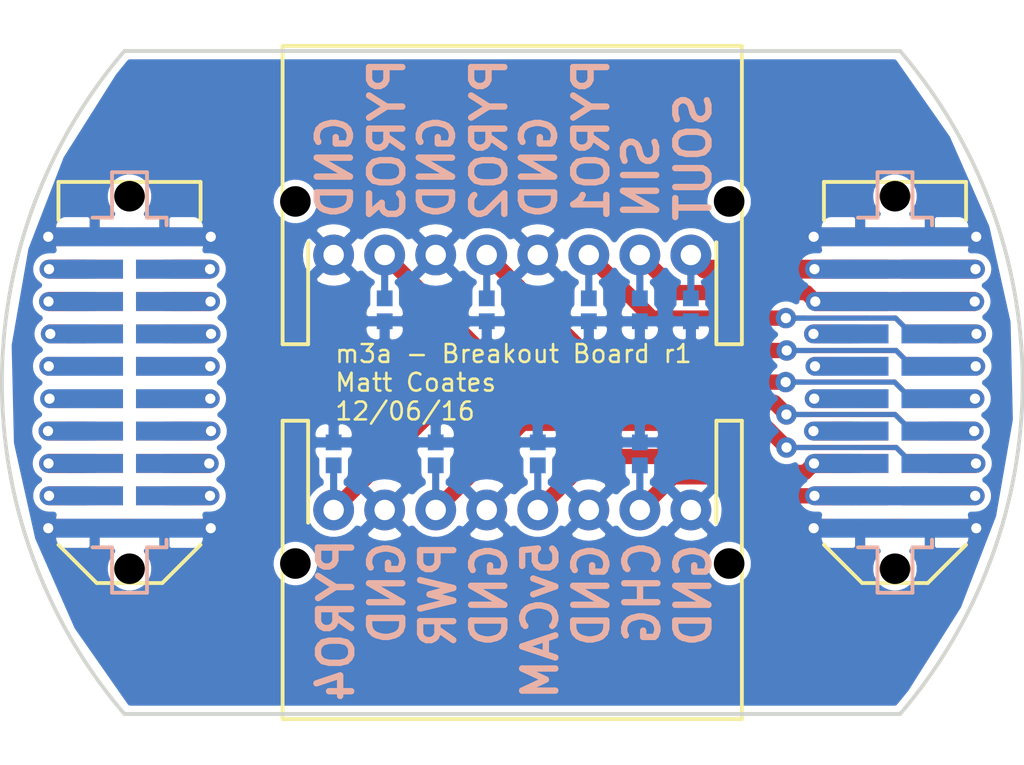
<source format=kicad_pcb>
(kicad_pcb (version 4) (host pcbnew 4.0.2+e4-6225~38~ubuntu14.04.1-stable)

  (general
    (links 84)
    (no_connects 0)
    (area 71.899999 79.899999 141.100001 120.100001)
    (thickness 1.6)
    (drawings 24)
    (tracks 226)
    (zones 0)
    (modules 15)
    (nets 31)
  )

  (page A4)
  (layers
    (0 F.Cu signal)
    (31 B.Cu signal)
    (32 B.Adhes user hide)
    (33 F.Adhes user hide)
    (34 B.Paste user hide)
    (35 F.Paste user hide)
    (36 B.SilkS user)
    (37 F.SilkS user)
    (38 B.Mask user hide)
    (39 F.Mask user hide)
    (40 Dwgs.User user hide)
    (41 Cmts.User user hide)
    (42 Eco1.User user hide)
    (43 Eco2.User user hide)
    (44 Edge.Cuts user)
    (45 Margin user hide)
    (46 B.CrtYd user hide)
    (47 F.CrtYd user hide)
    (48 B.Fab user hide)
    (49 F.Fab user hide)
  )

  (setup
    (last_trace_width 0.2)
    (user_trace_width 0.2)
    (user_trace_width 0.28)
    (user_trace_width 0.35)
    (user_trace_width 0.5)
    (user_trace_width 0.6)
    (trace_clearance 0.15)
    (zone_clearance 0.25)
    (zone_45_only no)
    (trace_min 0.2)
    (segment_width 0.2)
    (edge_width 0.15)
    (via_size 0.6)
    (via_drill 0.3)
    (via_min_size 0.4)
    (via_min_drill 0.3)
    (user_via 0.6 0.3)
    (user_via 0.8 0.4)
    (uvia_size 0.3)
    (uvia_drill 0.1)
    (uvias_allowed no)
    (uvia_min_size 0.2)
    (uvia_min_drill 0.1)
    (pcb_text_width 0.3)
    (pcb_text_size 1.5 1.5)
    (mod_edge_width 0.15)
    (mod_text_size 1 1)
    (mod_text_width 0.15)
    (pad_size 1.524 1.524)
    (pad_drill 0.762)
    (pad_to_mask_clearance 0)
    (aux_axis_origin 0 0)
    (visible_elements FFFFFF7F)
    (pcbplotparams
      (layerselection 0x010fc_80000001)
      (usegerberextensions true)
      (excludeedgelayer true)
      (linewidth 0.100000)
      (plotframeref false)
      (viasonmask false)
      (mode 1)
      (useauxorigin false)
      (hpglpennumber 1)
      (hpglpenspeed 20)
      (hpglpendiameter 15)
      (hpglpenoverlay 2)
      (psnegative false)
      (psa4output false)
      (plotreference false)
      (plotvalue false)
      (plotinvisibletext false)
      (padsonsilk false)
      (subtractmaskfromsilk true)
      (outputformat 1)
      (mirror false)
      (drillshape 0)
      (scaleselection 1)
      (outputdirectory gerbers))
  )

  (net 0 "")
  (net 1 GND)
  (net 2 /3v3_IMU)
  (net 3 /JTMS)
  (net 4 /3v3_RADIO)
  (net 5 /JTCK)
  (net 6 /3v3_FC)
  (net 7 /3v3_PYRO)
  (net 8 /JTDR)
  (net 9 /RSVD1)
  (net 10 /3v3_AUX1)
  (net 11 /5v_CAN)
  (net 12 /3v3_AUX2)
  (net 13 /CAN-)
  (net 14 /RSVD2)
  (net 15 /CAN+)
  (net 16 /PYRO_SO)
  (net 17 /PYRO_SI)
  (net 18 /5v_RADIO)
  (net 19 /PYRO1)
  (net 20 /5v_IMU)
  (net 21 /PYRO2)
  (net 22 /5v_AUX1)
  (net 23 /PYRO3)
  (net 24 /5v_AUX2)
  (net 25 /PYRO4)
  (net 26 /5v_CAM)
  (net 27 /PWR)
  (net 28 /CHARGE)
  (net 29 /JTDI)
  (net 30 /3v3_DL)

  (net_class Default "This is the default net class."
    (clearance 0.15)
    (trace_width 0.2)
    (via_dia 0.6)
    (via_drill 0.3)
    (uvia_dia 0.3)
    (uvia_drill 0.1)
    (add_net /3v3_AUX1)
    (add_net /3v3_AUX2)
    (add_net /3v3_DL)
    (add_net /3v3_FC)
    (add_net /3v3_IMU)
    (add_net /3v3_PYRO)
    (add_net /3v3_RADIO)
    (add_net /5v_AUX1)
    (add_net /5v_AUX2)
    (add_net /5v_CAM)
    (add_net /5v_CAN)
    (add_net /5v_IMU)
    (add_net /5v_RADIO)
    (add_net /CAN+)
    (add_net /CAN-)
    (add_net /CHARGE)
    (add_net /JTCK)
    (add_net /JTDI)
    (add_net /JTDR)
    (add_net /JTMS)
    (add_net /PWR)
    (add_net /PYRO1)
    (add_net /PYRO2)
    (add_net /PYRO3)
    (add_net /PYRO4)
    (add_net /PYRO_SI)
    (add_net /PYRO_SO)
    (add_net /RSVD1)
    (add_net /RSVD2)
    (add_net GND)
  )

  (module agg:S08B-PASK-2 (layer F.Cu) (tedit 56875938) (tstamp 575DF701)
    (at 100 95)
    (path /575DDBC7)
    (fp_text reference J5 (at 0 -9.15) (layer F.Fab)
      (effects (font (size 1 1) (thickness 0.15)))
    )
    (fp_text value North (at 0 4.45) (layer F.Fab)
      (effects (font (size 1 1) (thickness 0.15)))
    )
    (fp_line (start -9 -8.2) (end 9 -8.2) (layer F.SilkS) (width 0.15))
    (fp_line (start 9 -8.2) (end 9 3.5) (layer F.SilkS) (width 0.15))
    (fp_line (start 9 3.5) (end 8 3.5) (layer F.SilkS) (width 0.15))
    (fp_line (start 8 3.5) (end 8 -0.5) (layer F.SilkS) (width 0.15))
    (fp_line (start -9 -8.2) (end -9 3.5) (layer F.SilkS) (width 0.15))
    (fp_line (start -9 3.5) (end -8 3.5) (layer F.SilkS) (width 0.15))
    (fp_line (start -8 3.5) (end -8 -0.5) (layer F.SilkS) (width 0.15))
    (fp_line (start -9 -8.2) (end 9 -8.2) (layer F.Fab) (width 0.01))
    (fp_line (start 9 -8.2) (end 9 3.5) (layer F.Fab) (width 0.01))
    (fp_line (start 9 3.5) (end 8 3.5) (layer F.Fab) (width 0.01))
    (fp_line (start 8 3.5) (end 8 -0.5) (layer F.Fab) (width 0.01))
    (fp_line (start 8 -0.5) (end -8 -0.5) (layer F.Fab) (width 0.01))
    (fp_line (start -9 -8.2) (end -9 3.5) (layer F.Fab) (width 0.01))
    (fp_line (start -9 3.5) (end -8 3.5) (layer F.Fab) (width 0.01))
    (fp_line (start -8 3.5) (end -8 -0.5) (layer F.Fab) (width 0.01))
    (fp_line (start 8.4 -2.5) (end 9 -2.5) (layer F.Fab) (width 0.01))
    (fp_line (start 9 -2.5) (end 9 -1.7) (layer F.Fab) (width 0.01))
    (fp_line (start 9 -1.7) (end 8.4 -1.7) (layer F.Fab) (width 0.01))
    (fp_line (start 8.4 -1.7) (end 8.4 -2.5) (layer F.Fab) (width 0.01))
    (fp_line (start -9 -2.5) (end -8.4 -2.5) (layer F.Fab) (width 0.01))
    (fp_line (start -8.4 -2.5) (end -8.4 -1.7) (layer F.Fab) (width 0.01))
    (fp_line (start -8.4 -1.7) (end -9 -1.7) (layer F.Fab) (width 0.01))
    (fp_line (start -9 -1.7) (end -9 -2.5) (layer F.Fab) (width 0.01))
    (fp_line (start 6.75 -0.5) (end 7.25 -0.5) (layer F.Fab) (width 0.01))
    (fp_line (start 7.25 -0.5) (end 7.25 0.25) (layer F.Fab) (width 0.01))
    (fp_line (start 7.25 0.25) (end 6.75 0.25) (layer F.Fab) (width 0.01))
    (fp_line (start 6.75 0.25) (end 6.75 -0.5) (layer F.Fab) (width 0.01))
    (fp_line (start 6.75 -0.25) (end 7.25 -0.25) (layer F.Fab) (width 0.01))
    (fp_line (start 4.75 -0.5) (end 5.25 -0.5) (layer F.Fab) (width 0.01))
    (fp_line (start 5.25 -0.5) (end 5.25 0.25) (layer F.Fab) (width 0.01))
    (fp_line (start 5.25 0.25) (end 4.75 0.25) (layer F.Fab) (width 0.01))
    (fp_line (start 4.75 0.25) (end 4.75 -0.5) (layer F.Fab) (width 0.01))
    (fp_line (start 4.75 -0.25) (end 5.25 -0.25) (layer F.Fab) (width 0.01))
    (fp_line (start 2.75 -0.5) (end 3.25 -0.5) (layer F.Fab) (width 0.01))
    (fp_line (start 3.25 -0.5) (end 3.25 0.25) (layer F.Fab) (width 0.01))
    (fp_line (start 3.25 0.25) (end 2.75 0.25) (layer F.Fab) (width 0.01))
    (fp_line (start 2.75 0.25) (end 2.75 -0.5) (layer F.Fab) (width 0.01))
    (fp_line (start 2.75 -0.25) (end 3.25 -0.25) (layer F.Fab) (width 0.01))
    (fp_line (start 0.75 -0.5) (end 1.25 -0.5) (layer F.Fab) (width 0.01))
    (fp_line (start 1.25 -0.5) (end 1.25 0.25) (layer F.Fab) (width 0.01))
    (fp_line (start 1.25 0.25) (end 0.75 0.25) (layer F.Fab) (width 0.01))
    (fp_line (start 0.75 0.25) (end 0.75 -0.5) (layer F.Fab) (width 0.01))
    (fp_line (start 0.75 -0.25) (end 1.25 -0.25) (layer F.Fab) (width 0.01))
    (fp_line (start -1.25 -0.5) (end -0.75 -0.5) (layer F.Fab) (width 0.01))
    (fp_line (start -0.75 -0.5) (end -0.75 0.25) (layer F.Fab) (width 0.01))
    (fp_line (start -0.75 0.25) (end -1.25 0.25) (layer F.Fab) (width 0.01))
    (fp_line (start -1.25 0.25) (end -1.25 -0.5) (layer F.Fab) (width 0.01))
    (fp_line (start -1.25 -0.25) (end -0.75 -0.25) (layer F.Fab) (width 0.01))
    (fp_line (start -3.25 -0.5) (end -2.75 -0.5) (layer F.Fab) (width 0.01))
    (fp_line (start -2.75 -0.5) (end -2.75 0.25) (layer F.Fab) (width 0.01))
    (fp_line (start -2.75 0.25) (end -3.25 0.25) (layer F.Fab) (width 0.01))
    (fp_line (start -3.25 0.25) (end -3.25 -0.5) (layer F.Fab) (width 0.01))
    (fp_line (start -3.25 -0.25) (end -2.75 -0.25) (layer F.Fab) (width 0.01))
    (fp_line (start -5.25 -0.5) (end -4.75 -0.5) (layer F.Fab) (width 0.01))
    (fp_line (start -4.75 -0.5) (end -4.75 0.25) (layer F.Fab) (width 0.01))
    (fp_line (start -4.75 0.25) (end -5.25 0.25) (layer F.Fab) (width 0.01))
    (fp_line (start -5.25 0.25) (end -5.25 -0.5) (layer F.Fab) (width 0.01))
    (fp_line (start -5.25 -0.25) (end -4.75 -0.25) (layer F.Fab) (width 0.01))
    (fp_line (start -7.25 -0.5) (end -6.75 -0.5) (layer F.Fab) (width 0.01))
    (fp_line (start -6.75 -0.5) (end -6.75 0.25) (layer F.Fab) (width 0.01))
    (fp_line (start -6.75 0.25) (end -7.25 0.25) (layer F.Fab) (width 0.01))
    (fp_line (start -7.25 0.25) (end -7.25 -0.5) (layer F.Fab) (width 0.01))
    (fp_line (start -7.25 -0.25) (end -6.75 -0.25) (layer F.Fab) (width 0.01))
    (fp_line (start -9.25 -8.45) (end 9.25 -8.45) (layer F.CrtYd) (width 0.01))
    (fp_line (start 9.25 -8.45) (end 9.25 3.75) (layer F.CrtYd) (width 0.01))
    (fp_line (start 9.25 3.75) (end -9.25 3.75) (layer F.CrtYd) (width 0.01))
    (fp_line (start -9.25 3.75) (end -9.25 -8.45) (layer F.CrtYd) (width 0.01))
    (pad "" np_thru_hole circle (at 8.5 -2.1) (size 1.2 1.2) (drill 1.2) (layers *.Mask))
    (pad "" np_thru_hole circle (at -8.5 -2.1) (size 1.2 1.2) (drill 1.2) (layers *.Mask))
    (pad 1 thru_hole circle (at 7 0) (size 1.6 1.6) (drill 0.8) (layers *.Cu *.Mask)
      (net 16 /PYRO_SO))
    (pad 2 thru_hole circle (at 5 0) (size 1.6 1.6) (drill 0.8) (layers *.Cu *.Mask)
      (net 17 /PYRO_SI))
    (pad 3 thru_hole circle (at 3 0) (size 1.6 1.6) (drill 0.8) (layers *.Cu *.Mask)
      (net 19 /PYRO1))
    (pad 4 thru_hole circle (at 1 0) (size 1.6 1.6) (drill 0.8) (layers *.Cu *.Mask)
      (net 1 GND))
    (pad 5 thru_hole circle (at -1 0) (size 1.6 1.6) (drill 0.8) (layers *.Cu *.Mask)
      (net 21 /PYRO2))
    (pad 6 thru_hole circle (at -3 0) (size 1.6 1.6) (drill 0.8) (layers *.Cu *.Mask)
      (net 1 GND))
    (pad 7 thru_hole circle (at -5 0) (size 1.6 1.6) (drill 0.8) (layers *.Cu *.Mask)
      (net 23 /PYRO3))
    (pad 8 thru_hole circle (at -7 0) (size 1.6 1.6) (drill 0.8) (layers *.Cu *.Mask)
      (net 1 GND))
  )

  (module agg:TFML-110-02-L-D (layer F.Cu) (tedit 56B15E0A) (tstamp 56CBCE61)
    (at 85 100 270)
    (path /56C4B2D4)
    (fp_text reference J1 (at 0 -4.125 270) (layer F.Fab)
      (effects (font (size 1 1) (thickness 0.15)))
    )
    (fp_text value "WEST TOP" (at 0 4.125 270) (layer F.Fab)
      (effects (font (size 1 1) (thickness 0.15)))
    )
    (fp_line (start -7.94 -2.86) (end 7.94 -2.86) (layer F.Fab) (width 0.01))
    (fp_line (start 7.94 -2.86) (end 7.94 2.86) (layer F.Fab) (width 0.01))
    (fp_line (start 7.94 2.86) (end -7.94 2.86) (layer F.Fab) (width 0.01))
    (fp_line (start -7.94 2.86) (end -7.94 -2.86) (layer F.Fab) (width 0.01))
    (fp_line (start -8.6 -3.45) (end 8.6 -3.45) (layer F.CrtYd) (width 0.01))
    (fp_line (start 8.6 -3.45) (end 8.6 3.45) (layer F.CrtYd) (width 0.01))
    (fp_line (start 8.6 3.45) (end -8.6 3.45) (layer F.CrtYd) (width 0.01))
    (fp_line (start -8.6 3.45) (end -8.6 -3.45) (layer F.CrtYd) (width 0.01))
    (fp_line (start -6.365 -2.785) (end -7.865 -2.785) (layer F.SilkS) (width 0.15))
    (fp_line (start -7.865 -2.785) (end -7.865 2.785) (layer F.SilkS) (width 0.15))
    (fp_line (start -7.865 2.785) (end -6.365 2.785) (layer F.SilkS) (width 0.15))
    (fp_line (start 6.365 2.785) (end 7.865 1.285) (layer F.SilkS) (width 0.15))
    (fp_line (start 7.865 1.285) (end 7.865 -1.285) (layer F.SilkS) (width 0.15))
    (fp_line (start 7.865 -1.285) (end 6.365 -2.785) (layer F.SilkS) (width 0.15))
    (pad 1 smd rect (at -5.715 1.715 270) (size 0.74 2.92) (layers F.Cu F.Paste F.Mask)
      (net 1 GND))
    (pad 2 smd rect (at -5.715 -1.715 270) (size 0.74 2.92) (layers F.Cu F.Paste F.Mask)
      (net 1 GND))
    (pad 3 smd rect (at -4.445 1.715 270) (size 0.74 2.92) (layers F.Cu F.Paste F.Mask)
      (net 2 /3v3_IMU))
    (pad 4 smd rect (at -4.445 -1.715 270) (size 0.74 2.92) (layers F.Cu F.Paste F.Mask)
      (net 3 /JTMS))
    (pad 5 smd rect (at -3.175 1.715 270) (size 0.74 2.92) (layers F.Cu F.Paste F.Mask)
      (net 4 /3v3_RADIO))
    (pad 6 smd rect (at -3.175 -1.715 270) (size 0.74 2.92) (layers F.Cu F.Paste F.Mask)
      (net 5 /JTCK))
    (pad 7 smd rect (at -1.905 1.715 270) (size 0.74 2.92) (layers F.Cu F.Paste F.Mask)
      (net 6 /3v3_FC))
    (pad 8 smd rect (at -1.905 -1.715 270) (size 0.74 2.92) (layers F.Cu F.Paste F.Mask)
      (net 29 /JTDI))
    (pad 9 smd rect (at -0.635 1.715 270) (size 0.74 2.92) (layers F.Cu F.Paste F.Mask)
      (net 7 /3v3_PYRO))
    (pad 10 smd rect (at -0.635 -1.715 270) (size 0.74 2.92) (layers F.Cu F.Paste F.Mask)
      (net 8 /JTDR))
    (pad 11 smd rect (at 0.635 1.715 270) (size 0.74 2.92) (layers F.Cu F.Paste F.Mask)
      (net 30 /3v3_DL))
    (pad 12 smd rect (at 0.635 -1.715 270) (size 0.74 2.92) (layers F.Cu F.Paste F.Mask)
      (net 9 /RSVD1))
    (pad 13 smd rect (at 1.905 1.715 270) (size 0.74 2.92) (layers F.Cu F.Paste F.Mask)
      (net 10 /3v3_AUX1))
    (pad 14 smd rect (at 1.905 -1.715 270) (size 0.74 2.92) (layers F.Cu F.Paste F.Mask)
      (net 11 /5v_CAN))
    (pad 15 smd rect (at 3.175 1.715 270) (size 0.74 2.92) (layers F.Cu F.Paste F.Mask)
      (net 12 /3v3_AUX2))
    (pad 16 smd rect (at 3.175 -1.715 270) (size 0.74 2.92) (layers F.Cu F.Paste F.Mask)
      (net 13 /CAN-))
    (pad 17 smd rect (at 4.445 1.715 270) (size 0.74 2.92) (layers F.Cu F.Paste F.Mask)
      (net 14 /RSVD2))
    (pad 18 smd rect (at 4.445 -1.715 270) (size 0.74 2.92) (layers F.Cu F.Paste F.Mask)
      (net 15 /CAN+))
    (pad 19 smd rect (at 5.715 1.715 270) (size 0.74 2.92) (layers F.Cu F.Paste F.Mask)
      (net 1 GND))
    (pad 20 smd rect (at 5.715 -1.715 270) (size 0.74 2.92) (layers F.Cu F.Paste F.Mask)
      (net 1 GND))
  )

  (module agg:TFML-110-02-L-D (layer F.Cu) (tedit 56B15E0A) (tstamp 56CBCE87)
    (at 115 100 270)
    (path /56C4B296)
    (fp_text reference J2 (at 0 -4.125 270) (layer F.Fab)
      (effects (font (size 1 1) (thickness 0.15)))
    )
    (fp_text value "EAST TOP" (at 0 4.125 270) (layer F.Fab)
      (effects (font (size 1 1) (thickness 0.15)))
    )
    (fp_line (start -7.94 -2.86) (end 7.94 -2.86) (layer F.Fab) (width 0.01))
    (fp_line (start 7.94 -2.86) (end 7.94 2.86) (layer F.Fab) (width 0.01))
    (fp_line (start 7.94 2.86) (end -7.94 2.86) (layer F.Fab) (width 0.01))
    (fp_line (start -7.94 2.86) (end -7.94 -2.86) (layer F.Fab) (width 0.01))
    (fp_line (start -8.6 -3.45) (end 8.6 -3.45) (layer F.CrtYd) (width 0.01))
    (fp_line (start 8.6 -3.45) (end 8.6 3.45) (layer F.CrtYd) (width 0.01))
    (fp_line (start 8.6 3.45) (end -8.6 3.45) (layer F.CrtYd) (width 0.01))
    (fp_line (start -8.6 3.45) (end -8.6 -3.45) (layer F.CrtYd) (width 0.01))
    (fp_line (start -6.365 -2.785) (end -7.865 -2.785) (layer F.SilkS) (width 0.15))
    (fp_line (start -7.865 -2.785) (end -7.865 2.785) (layer F.SilkS) (width 0.15))
    (fp_line (start -7.865 2.785) (end -6.365 2.785) (layer F.SilkS) (width 0.15))
    (fp_line (start 6.365 2.785) (end 7.865 1.285) (layer F.SilkS) (width 0.15))
    (fp_line (start 7.865 1.285) (end 7.865 -1.285) (layer F.SilkS) (width 0.15))
    (fp_line (start 7.865 -1.285) (end 6.365 -2.785) (layer F.SilkS) (width 0.15))
    (pad 1 smd rect (at -5.715 1.715 270) (size 0.74 2.92) (layers F.Cu F.Paste F.Mask)
      (net 1 GND))
    (pad 2 smd rect (at -5.715 -1.715 270) (size 0.74 2.92) (layers F.Cu F.Paste F.Mask)
      (net 1 GND))
    (pad 3 smd rect (at -4.445 1.715 270) (size 0.74 2.92) (layers F.Cu F.Paste F.Mask)
      (net 16 /PYRO_SO))
    (pad 4 smd rect (at -4.445 -1.715 270) (size 0.74 2.92) (layers F.Cu F.Paste F.Mask)
      (net 16 /PYRO_SO))
    (pad 5 smd rect (at -3.175 1.715 270) (size 0.74 2.92) (layers F.Cu F.Paste F.Mask)
      (net 17 /PYRO_SI))
    (pad 6 smd rect (at -3.175 -1.715 270) (size 0.74 2.92) (layers F.Cu F.Paste F.Mask)
      (net 17 /PYRO_SI))
    (pad 7 smd rect (at -1.905 1.715 270) (size 0.74 2.92) (layers F.Cu F.Paste F.Mask)
      (net 18 /5v_RADIO))
    (pad 8 smd rect (at -1.905 -1.715 270) (size 0.74 2.92) (layers F.Cu F.Paste F.Mask)
      (net 19 /PYRO1))
    (pad 9 smd rect (at -0.635 1.715 270) (size 0.74 2.92) (layers F.Cu F.Paste F.Mask)
      (net 20 /5v_IMU))
    (pad 10 smd rect (at -0.635 -1.715 270) (size 0.74 2.92) (layers F.Cu F.Paste F.Mask)
      (net 21 /PYRO2))
    (pad 11 smd rect (at 0.635 1.715 270) (size 0.74 2.92) (layers F.Cu F.Paste F.Mask)
      (net 22 /5v_AUX1))
    (pad 12 smd rect (at 0.635 -1.715 270) (size 0.74 2.92) (layers F.Cu F.Paste F.Mask)
      (net 23 /PYRO3))
    (pad 13 smd rect (at 1.905 1.715 270) (size 0.74 2.92) (layers F.Cu F.Paste F.Mask)
      (net 24 /5v_AUX2))
    (pad 14 smd rect (at 1.905 -1.715 270) (size 0.74 2.92) (layers F.Cu F.Paste F.Mask)
      (net 25 /PYRO4))
    (pad 15 smd rect (at 3.175 1.715 270) (size 0.74 2.92) (layers F.Cu F.Paste F.Mask)
      (net 26 /5v_CAM))
    (pad 16 smd rect (at 3.175 -1.715 270) (size 0.74 2.92) (layers F.Cu F.Paste F.Mask)
      (net 27 /PWR))
    (pad 17 smd rect (at 4.445 1.715 270) (size 0.74 2.92) (layers F.Cu F.Paste F.Mask)
      (net 28 /CHARGE))
    (pad 18 smd rect (at 4.445 -1.715 270) (size 0.74 2.92) (layers F.Cu F.Paste F.Mask)
      (net 28 /CHARGE))
    (pad 19 smd rect (at 5.715 1.715 270) (size 0.74 2.92) (layers F.Cu F.Paste F.Mask)
      (net 1 GND))
    (pad 20 smd rect (at 5.715 -1.715 270) (size 0.74 2.92) (layers F.Cu F.Paste F.Mask)
      (net 1 GND))
  )

  (module agg:SFML-110-02-L-D-LC (layer B.Cu) (tedit 56B16747) (tstamp 56CBCEBD)
    (at 85 100 270)
    (path /56C4B2DB)
    (fp_text reference J3 (at 0 4.125 270) (layer B.Fab)
      (effects (font (size 1 1) (thickness 0.15)) (justify mirror))
    )
    (fp_text value "WEST BOT" (at 0 -4.125 270) (layer B.Fab)
      (effects (font (size 1 1) (thickness 0.15)) (justify mirror))
    )
    (fp_line (start -6.54 1.525) (end 6.54 1.525) (layer B.Fab) (width 0.01))
    (fp_line (start 6.54 1.525) (end 6.54 0.76) (layer B.Fab) (width 0.01))
    (fp_line (start 6.54 0.76) (end 8.32 0.76) (layer B.Fab) (width 0.01))
    (fp_line (start 8.32 0.76) (end 8.32 -0.76) (layer B.Fab) (width 0.01))
    (fp_line (start 8.32 -0.76) (end 6.54 -0.76) (layer B.Fab) (width 0.01))
    (fp_line (start 6.54 -0.76) (end 6.54 -1.525) (layer B.Fab) (width 0.01))
    (fp_line (start 6.54 -1.525) (end -6.54 -1.525) (layer B.Fab) (width 0.01))
    (fp_line (start -6.54 -1.525) (end -6.54 -0.76) (layer B.Fab) (width 0.01))
    (fp_line (start -6.54 -0.76) (end -8.32 -0.76) (layer B.Fab) (width 0.01))
    (fp_line (start -8.32 -0.76) (end -8.32 0.76) (layer B.Fab) (width 0.01))
    (fp_line (start -8.32 0.76) (end -6.54 0.76) (layer B.Fab) (width 0.01))
    (fp_line (start -6.54 0.76) (end -6.54 1.525) (layer B.Fab) (width 0.01))
    (fp_line (start -8.6 3.45) (end 8.6 3.45) (layer B.CrtYd) (width 0.01))
    (fp_line (start 8.6 3.45) (end 8.6 -3.45) (layer B.CrtYd) (width 0.01))
    (fp_line (start 8.6 -3.45) (end -8.6 -3.45) (layer B.CrtYd) (width 0.01))
    (fp_line (start -8.6 -3.45) (end -8.6 3.45) (layer B.CrtYd) (width 0.01))
    (fp_line (start 6.465 1.45) (end 6.465 0.685) (layer B.SilkS) (width 0.15))
    (fp_line (start 6.465 0.685) (end 8.245 0.685) (layer B.SilkS) (width 0.15))
    (fp_line (start 8.245 0.685) (end 8.245 -0.685) (layer B.SilkS) (width 0.15))
    (fp_line (start 8.245 -0.685) (end 6.465 -0.685) (layer B.SilkS) (width 0.15))
    (fp_line (start 6.465 -0.685) (end 6.465 -1.45) (layer B.SilkS) (width 0.15))
    (fp_line (start 6.465 -1.45) (end 6.165 -1.45) (layer B.SilkS) (width 0.15))
    (fp_line (start -6.165 -1.45) (end -6.465 -1.45) (layer B.SilkS) (width 0.15))
    (fp_line (start -6.465 -1.45) (end -6.465 -0.685) (layer B.SilkS) (width 0.15))
    (fp_line (start -6.465 -0.685) (end -8.245 -0.685) (layer B.SilkS) (width 0.15))
    (fp_line (start -8.245 -0.685) (end -8.245 0.685) (layer B.SilkS) (width 0.15))
    (fp_line (start -8.245 0.685) (end -6.465 0.685) (layer B.SilkS) (width 0.15))
    (fp_line (start -6.465 0.685) (end -6.465 1.45) (layer B.SilkS) (width 0.15))
    (pad 1 smd rect (at -5.715 1.365 270) (size 0.74 2.22) (layers B.Cu B.Paste B.Mask)
      (net 1 GND))
    (pad 2 smd rect (at -5.715 -1.365 270) (size 0.74 2.22) (layers B.Cu B.Paste B.Mask)
      (net 1 GND))
    (pad 3 smd rect (at -4.445 1.365 270) (size 0.74 2.22) (layers B.Cu B.Paste B.Mask)
      (net 2 /3v3_IMU))
    (pad 4 smd rect (at -4.445 -1.365 270) (size 0.74 2.22) (layers B.Cu B.Paste B.Mask)
      (net 3 /JTMS))
    (pad 5 smd rect (at -3.175 1.365 270) (size 0.74 2.22) (layers B.Cu B.Paste B.Mask)
      (net 4 /3v3_RADIO))
    (pad 6 smd rect (at -3.175 -1.365 270) (size 0.74 2.22) (layers B.Cu B.Paste B.Mask)
      (net 5 /JTCK))
    (pad 7 smd rect (at -1.905 1.365 270) (size 0.74 2.22) (layers B.Cu B.Paste B.Mask)
      (net 6 /3v3_FC))
    (pad 8 smd rect (at -1.905 -1.365 270) (size 0.74 2.22) (layers B.Cu B.Paste B.Mask)
      (net 29 /JTDI))
    (pad 9 smd rect (at -0.635 1.365 270) (size 0.74 2.22) (layers B.Cu B.Paste B.Mask)
      (net 7 /3v3_PYRO))
    (pad 10 smd rect (at -0.635 -1.365 270) (size 0.74 2.22) (layers B.Cu B.Paste B.Mask)
      (net 8 /JTDR))
    (pad 11 smd rect (at 0.635 1.365 270) (size 0.74 2.22) (layers B.Cu B.Paste B.Mask)
      (net 30 /3v3_DL))
    (pad 12 smd rect (at 0.635 -1.365 270) (size 0.74 2.22) (layers B.Cu B.Paste B.Mask)
      (net 9 /RSVD1))
    (pad 13 smd rect (at 1.905 1.365 270) (size 0.74 2.22) (layers B.Cu B.Paste B.Mask)
      (net 10 /3v3_AUX1))
    (pad 14 smd rect (at 1.905 -1.365 270) (size 0.74 2.22) (layers B.Cu B.Paste B.Mask)
      (net 11 /5v_CAN))
    (pad 15 smd rect (at 3.175 1.365 270) (size 0.74 2.22) (layers B.Cu B.Paste B.Mask)
      (net 12 /3v3_AUX2))
    (pad 16 smd rect (at 3.175 -1.365 270) (size 0.74 2.22) (layers B.Cu B.Paste B.Mask)
      (net 13 /CAN-))
    (pad 17 smd rect (at 4.445 1.365 270) (size 0.74 2.22) (layers B.Cu B.Paste B.Mask)
      (net 14 /RSVD2))
    (pad 18 smd rect (at 4.445 -1.365 270) (size 0.74 2.22) (layers B.Cu B.Paste B.Mask)
      (net 15 /CAN+))
    (pad 19 smd rect (at 5.715 1.365 270) (size 0.74 2.22) (layers B.Cu B.Paste B.Mask)
      (net 1 GND))
    (pad 20 smd rect (at 5.715 -1.365 270) (size 0.74 2.22) (layers B.Cu B.Paste B.Mask)
      (net 1 GND))
    (pad "" np_thru_hole circle (at 7.305 0 270) (size 1.2 1.2) (drill 1.2) (layers *.Mask))
    (pad "" np_thru_hole circle (at -7.305 0 270) (size 1.2 1.2) (drill 1.2) (layers *.Mask))
  )

  (module agg:SFML-110-02-L-D-LC (layer B.Cu) (tedit 56B16747) (tstamp 56CBCEF3)
    (at 115 100 270)
    (path /56C4B2BD)
    (fp_text reference J4 (at 0 4.125 270) (layer B.Fab)
      (effects (font (size 1 1) (thickness 0.15)) (justify mirror))
    )
    (fp_text value "EAST BOT" (at 0 -4.125 270) (layer B.Fab)
      (effects (font (size 1 1) (thickness 0.15)) (justify mirror))
    )
    (fp_line (start -6.54 1.525) (end 6.54 1.525) (layer B.Fab) (width 0.01))
    (fp_line (start 6.54 1.525) (end 6.54 0.76) (layer B.Fab) (width 0.01))
    (fp_line (start 6.54 0.76) (end 8.32 0.76) (layer B.Fab) (width 0.01))
    (fp_line (start 8.32 0.76) (end 8.32 -0.76) (layer B.Fab) (width 0.01))
    (fp_line (start 8.32 -0.76) (end 6.54 -0.76) (layer B.Fab) (width 0.01))
    (fp_line (start 6.54 -0.76) (end 6.54 -1.525) (layer B.Fab) (width 0.01))
    (fp_line (start 6.54 -1.525) (end -6.54 -1.525) (layer B.Fab) (width 0.01))
    (fp_line (start -6.54 -1.525) (end -6.54 -0.76) (layer B.Fab) (width 0.01))
    (fp_line (start -6.54 -0.76) (end -8.32 -0.76) (layer B.Fab) (width 0.01))
    (fp_line (start -8.32 -0.76) (end -8.32 0.76) (layer B.Fab) (width 0.01))
    (fp_line (start -8.32 0.76) (end -6.54 0.76) (layer B.Fab) (width 0.01))
    (fp_line (start -6.54 0.76) (end -6.54 1.525) (layer B.Fab) (width 0.01))
    (fp_line (start -8.6 3.45) (end 8.6 3.45) (layer B.CrtYd) (width 0.01))
    (fp_line (start 8.6 3.45) (end 8.6 -3.45) (layer B.CrtYd) (width 0.01))
    (fp_line (start 8.6 -3.45) (end -8.6 -3.45) (layer B.CrtYd) (width 0.01))
    (fp_line (start -8.6 -3.45) (end -8.6 3.45) (layer B.CrtYd) (width 0.01))
    (fp_line (start 6.465 1.45) (end 6.465 0.685) (layer B.SilkS) (width 0.15))
    (fp_line (start 6.465 0.685) (end 8.245 0.685) (layer B.SilkS) (width 0.15))
    (fp_line (start 8.245 0.685) (end 8.245 -0.685) (layer B.SilkS) (width 0.15))
    (fp_line (start 8.245 -0.685) (end 6.465 -0.685) (layer B.SilkS) (width 0.15))
    (fp_line (start 6.465 -0.685) (end 6.465 -1.45) (layer B.SilkS) (width 0.15))
    (fp_line (start 6.465 -1.45) (end 6.165 -1.45) (layer B.SilkS) (width 0.15))
    (fp_line (start -6.165 -1.45) (end -6.465 -1.45) (layer B.SilkS) (width 0.15))
    (fp_line (start -6.465 -1.45) (end -6.465 -0.685) (layer B.SilkS) (width 0.15))
    (fp_line (start -6.465 -0.685) (end -8.245 -0.685) (layer B.SilkS) (width 0.15))
    (fp_line (start -8.245 -0.685) (end -8.245 0.685) (layer B.SilkS) (width 0.15))
    (fp_line (start -8.245 0.685) (end -6.465 0.685) (layer B.SilkS) (width 0.15))
    (fp_line (start -6.465 0.685) (end -6.465 1.45) (layer B.SilkS) (width 0.15))
    (pad 1 smd rect (at -5.715 1.365 270) (size 0.74 2.22) (layers B.Cu B.Paste B.Mask)
      (net 1 GND))
    (pad 2 smd rect (at -5.715 -1.365 270) (size 0.74 2.22) (layers B.Cu B.Paste B.Mask)
      (net 1 GND))
    (pad 3 smd rect (at -4.445 1.365 270) (size 0.74 2.22) (layers B.Cu B.Paste B.Mask)
      (net 16 /PYRO_SO))
    (pad 4 smd rect (at -4.445 -1.365 270) (size 0.74 2.22) (layers B.Cu B.Paste B.Mask)
      (net 16 /PYRO_SO))
    (pad 5 smd rect (at -3.175 1.365 270) (size 0.74 2.22) (layers B.Cu B.Paste B.Mask)
      (net 17 /PYRO_SI))
    (pad 6 smd rect (at -3.175 -1.365 270) (size 0.74 2.22) (layers B.Cu B.Paste B.Mask)
      (net 17 /PYRO_SI))
    (pad 7 smd rect (at -1.905 1.365 270) (size 0.74 2.22) (layers B.Cu B.Paste B.Mask)
      (net 18 /5v_RADIO))
    (pad 8 smd rect (at -1.905 -1.365 270) (size 0.74 2.22) (layers B.Cu B.Paste B.Mask)
      (net 19 /PYRO1))
    (pad 9 smd rect (at -0.635 1.365 270) (size 0.74 2.22) (layers B.Cu B.Paste B.Mask)
      (net 20 /5v_IMU))
    (pad 10 smd rect (at -0.635 -1.365 270) (size 0.74 2.22) (layers B.Cu B.Paste B.Mask)
      (net 21 /PYRO2))
    (pad 11 smd rect (at 0.635 1.365 270) (size 0.74 2.22) (layers B.Cu B.Paste B.Mask)
      (net 22 /5v_AUX1))
    (pad 12 smd rect (at 0.635 -1.365 270) (size 0.74 2.22) (layers B.Cu B.Paste B.Mask)
      (net 23 /PYRO3))
    (pad 13 smd rect (at 1.905 1.365 270) (size 0.74 2.22) (layers B.Cu B.Paste B.Mask)
      (net 24 /5v_AUX2))
    (pad 14 smd rect (at 1.905 -1.365 270) (size 0.74 2.22) (layers B.Cu B.Paste B.Mask)
      (net 25 /PYRO4))
    (pad 15 smd rect (at 3.175 1.365 270) (size 0.74 2.22) (layers B.Cu B.Paste B.Mask)
      (net 26 /5v_CAM))
    (pad 16 smd rect (at 3.175 -1.365 270) (size 0.74 2.22) (layers B.Cu B.Paste B.Mask)
      (net 27 /PWR))
    (pad 17 smd rect (at 4.445 1.365 270) (size 0.74 2.22) (layers B.Cu B.Paste B.Mask)
      (net 28 /CHARGE))
    (pad 18 smd rect (at 4.445 -1.365 270) (size 0.74 2.22) (layers B.Cu B.Paste B.Mask)
      (net 28 /CHARGE))
    (pad 19 smd rect (at 5.715 1.365 270) (size 0.74 2.22) (layers B.Cu B.Paste B.Mask)
      (net 1 GND))
    (pad 20 smd rect (at 5.715 -1.365 270) (size 0.74 2.22) (layers B.Cu B.Paste B.Mask)
      (net 1 GND))
    (pad "" np_thru_hole circle (at 7.305 0 270) (size 1.2 1.2) (drill 1.2) (layers *.Mask))
    (pad "" np_thru_hole circle (at -7.305 0 270) (size 1.2 1.2) (drill 1.2) (layers *.Mask))
  )

  (module agg:0402 (layer B.Cu) (tedit 56836635) (tstamp 575DFB69)
    (at 95 97.15 270)
    (path /575DF94A)
    (fp_text reference D1 (at -1.71 0 540) (layer B.Fab)
      (effects (font (size 1 1) (thickness 0.15)) (justify mirror))
    )
    (fp_text value ESD_DIODE (at 1.71 0 540) (layer B.Fab)
      (effects (font (size 1 1) (thickness 0.15)) (justify mirror))
    )
    (fp_line (start -0.5 0.25) (end 0.5 0.25) (layer B.Fab) (width 0.01))
    (fp_line (start 0.5 0.25) (end 0.5 -0.25) (layer B.Fab) (width 0.01))
    (fp_line (start 0.5 -0.25) (end -0.5 -0.25) (layer B.Fab) (width 0.01))
    (fp_line (start -0.5 -0.25) (end -0.5 0.25) (layer B.Fab) (width 0.01))
    (fp_line (start -0.2 0.25) (end -0.2 -0.25) (layer B.Fab) (width 0.01))
    (fp_line (start 0.2 0.25) (end 0.2 -0.25) (layer B.Fab) (width 0.01))
    (fp_line (start -1.05 0.6) (end 1.05 0.6) (layer B.CrtYd) (width 0.01))
    (fp_line (start 1.05 0.6) (end 1.05 -0.6) (layer B.CrtYd) (width 0.01))
    (fp_line (start 1.05 -0.6) (end -1.05 -0.6) (layer B.CrtYd) (width 0.01))
    (fp_line (start -1.05 -0.6) (end -1.05 0.6) (layer B.CrtYd) (width 0.01))
    (pad 1 smd rect (at -0.45 0 270) (size 0.62 0.62) (layers B.Cu B.Paste B.Mask)
      (net 23 /PYRO3))
    (pad 2 smd rect (at 0.45 0 270) (size 0.62 0.62) (layers B.Cu B.Paste B.Mask)
      (net 1 GND))
  )

  (module agg:0402 (layer B.Cu) (tedit 56836635) (tstamp 575DFB79)
    (at 99 97.15 270)
    (path /575DF9BA)
    (fp_text reference D2 (at -1.71 0 540) (layer B.Fab)
      (effects (font (size 1 1) (thickness 0.15)) (justify mirror))
    )
    (fp_text value ESD_DIODE (at 1.71 0 540) (layer B.Fab)
      (effects (font (size 1 1) (thickness 0.15)) (justify mirror))
    )
    (fp_line (start -0.5 0.25) (end 0.5 0.25) (layer B.Fab) (width 0.01))
    (fp_line (start 0.5 0.25) (end 0.5 -0.25) (layer B.Fab) (width 0.01))
    (fp_line (start 0.5 -0.25) (end -0.5 -0.25) (layer B.Fab) (width 0.01))
    (fp_line (start -0.5 -0.25) (end -0.5 0.25) (layer B.Fab) (width 0.01))
    (fp_line (start -0.2 0.25) (end -0.2 -0.25) (layer B.Fab) (width 0.01))
    (fp_line (start 0.2 0.25) (end 0.2 -0.25) (layer B.Fab) (width 0.01))
    (fp_line (start -1.05 0.6) (end 1.05 0.6) (layer B.CrtYd) (width 0.01))
    (fp_line (start 1.05 0.6) (end 1.05 -0.6) (layer B.CrtYd) (width 0.01))
    (fp_line (start 1.05 -0.6) (end -1.05 -0.6) (layer B.CrtYd) (width 0.01))
    (fp_line (start -1.05 -0.6) (end -1.05 0.6) (layer B.CrtYd) (width 0.01))
    (pad 1 smd rect (at -0.45 0 270) (size 0.62 0.62) (layers B.Cu B.Paste B.Mask)
      (net 21 /PYRO2))
    (pad 2 smd rect (at 0.45 0 270) (size 0.62 0.62) (layers B.Cu B.Paste B.Mask)
      (net 1 GND))
  )

  (module agg:0402 (layer B.Cu) (tedit 56836635) (tstamp 575DFB89)
    (at 103 97.15 270)
    (path /575DF9E8)
    (fp_text reference D3 (at -1.71 0 540) (layer B.Fab)
      (effects (font (size 1 1) (thickness 0.15)) (justify mirror))
    )
    (fp_text value ESD_DIODE (at 1.71 0 540) (layer B.Fab)
      (effects (font (size 1 1) (thickness 0.15)) (justify mirror))
    )
    (fp_line (start -0.5 0.25) (end 0.5 0.25) (layer B.Fab) (width 0.01))
    (fp_line (start 0.5 0.25) (end 0.5 -0.25) (layer B.Fab) (width 0.01))
    (fp_line (start 0.5 -0.25) (end -0.5 -0.25) (layer B.Fab) (width 0.01))
    (fp_line (start -0.5 -0.25) (end -0.5 0.25) (layer B.Fab) (width 0.01))
    (fp_line (start -0.2 0.25) (end -0.2 -0.25) (layer B.Fab) (width 0.01))
    (fp_line (start 0.2 0.25) (end 0.2 -0.25) (layer B.Fab) (width 0.01))
    (fp_line (start -1.05 0.6) (end 1.05 0.6) (layer B.CrtYd) (width 0.01))
    (fp_line (start 1.05 0.6) (end 1.05 -0.6) (layer B.CrtYd) (width 0.01))
    (fp_line (start 1.05 -0.6) (end -1.05 -0.6) (layer B.CrtYd) (width 0.01))
    (fp_line (start -1.05 -0.6) (end -1.05 0.6) (layer B.CrtYd) (width 0.01))
    (pad 1 smd rect (at -0.45 0 270) (size 0.62 0.62) (layers B.Cu B.Paste B.Mask)
      (net 19 /PYRO1))
    (pad 2 smd rect (at 0.45 0 270) (size 0.62 0.62) (layers B.Cu B.Paste B.Mask)
      (net 1 GND))
  )

  (module agg:0402 (layer B.Cu) (tedit 56836635) (tstamp 575DFB99)
    (at 93 102.8 90)
    (path /575DF8D0)
    (fp_text reference D4 (at -1.71 0 360) (layer B.Fab)
      (effects (font (size 1 1) (thickness 0.15)) (justify mirror))
    )
    (fp_text value ESD_DIODE (at 1.71 0 360) (layer B.Fab)
      (effects (font (size 1 1) (thickness 0.15)) (justify mirror))
    )
    (fp_line (start -0.5 0.25) (end 0.5 0.25) (layer B.Fab) (width 0.01))
    (fp_line (start 0.5 0.25) (end 0.5 -0.25) (layer B.Fab) (width 0.01))
    (fp_line (start 0.5 -0.25) (end -0.5 -0.25) (layer B.Fab) (width 0.01))
    (fp_line (start -0.5 -0.25) (end -0.5 0.25) (layer B.Fab) (width 0.01))
    (fp_line (start -0.2 0.25) (end -0.2 -0.25) (layer B.Fab) (width 0.01))
    (fp_line (start 0.2 0.25) (end 0.2 -0.25) (layer B.Fab) (width 0.01))
    (fp_line (start -1.05 0.6) (end 1.05 0.6) (layer B.CrtYd) (width 0.01))
    (fp_line (start 1.05 0.6) (end 1.05 -0.6) (layer B.CrtYd) (width 0.01))
    (fp_line (start 1.05 -0.6) (end -1.05 -0.6) (layer B.CrtYd) (width 0.01))
    (fp_line (start -1.05 -0.6) (end -1.05 0.6) (layer B.CrtYd) (width 0.01))
    (pad 1 smd rect (at -0.45 0 90) (size 0.62 0.62) (layers B.Cu B.Paste B.Mask)
      (net 25 /PYRO4))
    (pad 2 smd rect (at 0.45 0 90) (size 0.62 0.62) (layers B.Cu B.Paste B.Mask)
      (net 1 GND))
  )

  (module agg:0402 (layer B.Cu) (tedit 56836635) (tstamp 575DFBA9)
    (at 105 102.8 90)
    (path /575E1326)
    (fp_text reference D5 (at -1.71 0 360) (layer B.Fab)
      (effects (font (size 1 1) (thickness 0.15)) (justify mirror))
    )
    (fp_text value ESD_DIODE (at 1.71 0 360) (layer B.Fab)
      (effects (font (size 1 1) (thickness 0.15)) (justify mirror))
    )
    (fp_line (start -0.5 0.25) (end 0.5 0.25) (layer B.Fab) (width 0.01))
    (fp_line (start 0.5 0.25) (end 0.5 -0.25) (layer B.Fab) (width 0.01))
    (fp_line (start 0.5 -0.25) (end -0.5 -0.25) (layer B.Fab) (width 0.01))
    (fp_line (start -0.5 -0.25) (end -0.5 0.25) (layer B.Fab) (width 0.01))
    (fp_line (start -0.2 0.25) (end -0.2 -0.25) (layer B.Fab) (width 0.01))
    (fp_line (start 0.2 0.25) (end 0.2 -0.25) (layer B.Fab) (width 0.01))
    (fp_line (start -1.05 0.6) (end 1.05 0.6) (layer B.CrtYd) (width 0.01))
    (fp_line (start 1.05 0.6) (end 1.05 -0.6) (layer B.CrtYd) (width 0.01))
    (fp_line (start 1.05 -0.6) (end -1.05 -0.6) (layer B.CrtYd) (width 0.01))
    (fp_line (start -1.05 -0.6) (end -1.05 0.6) (layer B.CrtYd) (width 0.01))
    (pad 1 smd rect (at -0.45 0 90) (size 0.62 0.62) (layers B.Cu B.Paste B.Mask)
      (net 28 /CHARGE))
    (pad 2 smd rect (at 0.45 0 90) (size 0.62 0.62) (layers B.Cu B.Paste B.Mask)
      (net 1 GND))
  )

  (module agg:0402 (layer B.Cu) (tedit 56836635) (tstamp 575DFBB9)
    (at 101 102.8 90)
    (path /575E132D)
    (fp_text reference D6 (at -1.71 0 360) (layer B.Fab)
      (effects (font (size 1 1) (thickness 0.15)) (justify mirror))
    )
    (fp_text value ESD_DIODE (at 1.71 0 360) (layer B.Fab)
      (effects (font (size 1 1) (thickness 0.15)) (justify mirror))
    )
    (fp_line (start -0.5 0.25) (end 0.5 0.25) (layer B.Fab) (width 0.01))
    (fp_line (start 0.5 0.25) (end 0.5 -0.25) (layer B.Fab) (width 0.01))
    (fp_line (start 0.5 -0.25) (end -0.5 -0.25) (layer B.Fab) (width 0.01))
    (fp_line (start -0.5 -0.25) (end -0.5 0.25) (layer B.Fab) (width 0.01))
    (fp_line (start -0.2 0.25) (end -0.2 -0.25) (layer B.Fab) (width 0.01))
    (fp_line (start 0.2 0.25) (end 0.2 -0.25) (layer B.Fab) (width 0.01))
    (fp_line (start -1.05 0.6) (end 1.05 0.6) (layer B.CrtYd) (width 0.01))
    (fp_line (start 1.05 0.6) (end 1.05 -0.6) (layer B.CrtYd) (width 0.01))
    (fp_line (start 1.05 -0.6) (end -1.05 -0.6) (layer B.CrtYd) (width 0.01))
    (fp_line (start -1.05 -0.6) (end -1.05 0.6) (layer B.CrtYd) (width 0.01))
    (pad 1 smd rect (at -0.45 0 90) (size 0.62 0.62) (layers B.Cu B.Paste B.Mask)
      (net 26 /5v_CAM))
    (pad 2 smd rect (at 0.45 0 90) (size 0.62 0.62) (layers B.Cu B.Paste B.Mask)
      (net 1 GND))
  )

  (module agg:0402 (layer B.Cu) (tedit 56836635) (tstamp 575DFBC9)
    (at 97 102.8 90)
    (path /575E1334)
    (fp_text reference D7 (at -1.71 0 360) (layer B.Fab)
      (effects (font (size 1 1) (thickness 0.15)) (justify mirror))
    )
    (fp_text value ESD_DIODE (at 1.71 0 360) (layer B.Fab)
      (effects (font (size 1 1) (thickness 0.15)) (justify mirror))
    )
    (fp_line (start -0.5 0.25) (end 0.5 0.25) (layer B.Fab) (width 0.01))
    (fp_line (start 0.5 0.25) (end 0.5 -0.25) (layer B.Fab) (width 0.01))
    (fp_line (start 0.5 -0.25) (end -0.5 -0.25) (layer B.Fab) (width 0.01))
    (fp_line (start -0.5 -0.25) (end -0.5 0.25) (layer B.Fab) (width 0.01))
    (fp_line (start -0.2 0.25) (end -0.2 -0.25) (layer B.Fab) (width 0.01))
    (fp_line (start 0.2 0.25) (end 0.2 -0.25) (layer B.Fab) (width 0.01))
    (fp_line (start -1.05 0.6) (end 1.05 0.6) (layer B.CrtYd) (width 0.01))
    (fp_line (start 1.05 0.6) (end 1.05 -0.6) (layer B.CrtYd) (width 0.01))
    (fp_line (start 1.05 -0.6) (end -1.05 -0.6) (layer B.CrtYd) (width 0.01))
    (fp_line (start -1.05 -0.6) (end -1.05 0.6) (layer B.CrtYd) (width 0.01))
    (pad 1 smd rect (at -0.45 0 90) (size 0.62 0.62) (layers B.Cu B.Paste B.Mask)
      (net 27 /PWR))
    (pad 2 smd rect (at 0.45 0 90) (size 0.62 0.62) (layers B.Cu B.Paste B.Mask)
      (net 1 GND))
  )

  (module agg:0402 (layer B.Cu) (tedit 56836635) (tstamp 575DFBD9)
    (at 105 97.15 270)
    (path /575E133B)
    (fp_text reference D8 (at -1.71 0 540) (layer B.Fab)
      (effects (font (size 1 1) (thickness 0.15)) (justify mirror))
    )
    (fp_text value ESD_DIODE (at 1.71 0 540) (layer B.Fab)
      (effects (font (size 1 1) (thickness 0.15)) (justify mirror))
    )
    (fp_line (start -0.5 0.25) (end 0.5 0.25) (layer B.Fab) (width 0.01))
    (fp_line (start 0.5 0.25) (end 0.5 -0.25) (layer B.Fab) (width 0.01))
    (fp_line (start 0.5 -0.25) (end -0.5 -0.25) (layer B.Fab) (width 0.01))
    (fp_line (start -0.5 -0.25) (end -0.5 0.25) (layer B.Fab) (width 0.01))
    (fp_line (start -0.2 0.25) (end -0.2 -0.25) (layer B.Fab) (width 0.01))
    (fp_line (start 0.2 0.25) (end 0.2 -0.25) (layer B.Fab) (width 0.01))
    (fp_line (start -1.05 0.6) (end 1.05 0.6) (layer B.CrtYd) (width 0.01))
    (fp_line (start 1.05 0.6) (end 1.05 -0.6) (layer B.CrtYd) (width 0.01))
    (fp_line (start 1.05 -0.6) (end -1.05 -0.6) (layer B.CrtYd) (width 0.01))
    (fp_line (start -1.05 -0.6) (end -1.05 0.6) (layer B.CrtYd) (width 0.01))
    (pad 1 smd rect (at -0.45 0 270) (size 0.62 0.62) (layers B.Cu B.Paste B.Mask)
      (net 17 /PYRO_SI))
    (pad 2 smd rect (at 0.45 0 270) (size 0.62 0.62) (layers B.Cu B.Paste B.Mask)
      (net 1 GND))
  )

  (module agg:0402 (layer B.Cu) (tedit 56836635) (tstamp 575DFBE9)
    (at 107 97.15 270)
    (path /575E1677)
    (fp_text reference D9 (at -1.71 0 540) (layer B.Fab)
      (effects (font (size 1 1) (thickness 0.15)) (justify mirror))
    )
    (fp_text value ESD_DIODE (at 1.71 0 540) (layer B.Fab)
      (effects (font (size 1 1) (thickness 0.15)) (justify mirror))
    )
    (fp_line (start -0.5 0.25) (end 0.5 0.25) (layer B.Fab) (width 0.01))
    (fp_line (start 0.5 0.25) (end 0.5 -0.25) (layer B.Fab) (width 0.01))
    (fp_line (start 0.5 -0.25) (end -0.5 -0.25) (layer B.Fab) (width 0.01))
    (fp_line (start -0.5 -0.25) (end -0.5 0.25) (layer B.Fab) (width 0.01))
    (fp_line (start -0.2 0.25) (end -0.2 -0.25) (layer B.Fab) (width 0.01))
    (fp_line (start 0.2 0.25) (end 0.2 -0.25) (layer B.Fab) (width 0.01))
    (fp_line (start -1.05 0.6) (end 1.05 0.6) (layer B.CrtYd) (width 0.01))
    (fp_line (start 1.05 0.6) (end 1.05 -0.6) (layer B.CrtYd) (width 0.01))
    (fp_line (start 1.05 -0.6) (end -1.05 -0.6) (layer B.CrtYd) (width 0.01))
    (fp_line (start -1.05 -0.6) (end -1.05 0.6) (layer B.CrtYd) (width 0.01))
    (pad 1 smd rect (at -0.45 0 270) (size 0.62 0.62) (layers B.Cu B.Paste B.Mask)
      (net 16 /PYRO_SO))
    (pad 2 smd rect (at 0.45 0 270) (size 0.62 0.62) (layers B.Cu B.Paste B.Mask)
      (net 1 GND))
  )

  (module agg:S08B-PASK-2 (layer F.Cu) (tedit 56875938) (tstamp 575DFC3A)
    (at 100 105 180)
    (path /575E1309)
    (fp_text reference J6 (at 0 -9.15 180) (layer F.Fab)
      (effects (font (size 1 1) (thickness 0.15)))
    )
    (fp_text value South (at 0 4.45 180) (layer F.Fab)
      (effects (font (size 1 1) (thickness 0.15)))
    )
    (fp_line (start -9 -8.2) (end 9 -8.2) (layer F.SilkS) (width 0.15))
    (fp_line (start 9 -8.2) (end 9 3.5) (layer F.SilkS) (width 0.15))
    (fp_line (start 9 3.5) (end 8 3.5) (layer F.SilkS) (width 0.15))
    (fp_line (start 8 3.5) (end 8 -0.5) (layer F.SilkS) (width 0.15))
    (fp_line (start -9 -8.2) (end -9 3.5) (layer F.SilkS) (width 0.15))
    (fp_line (start -9 3.5) (end -8 3.5) (layer F.SilkS) (width 0.15))
    (fp_line (start -8 3.5) (end -8 -0.5) (layer F.SilkS) (width 0.15))
    (fp_line (start -9 -8.2) (end 9 -8.2) (layer F.Fab) (width 0.01))
    (fp_line (start 9 -8.2) (end 9 3.5) (layer F.Fab) (width 0.01))
    (fp_line (start 9 3.5) (end 8 3.5) (layer F.Fab) (width 0.01))
    (fp_line (start 8 3.5) (end 8 -0.5) (layer F.Fab) (width 0.01))
    (fp_line (start 8 -0.5) (end -8 -0.5) (layer F.Fab) (width 0.01))
    (fp_line (start -9 -8.2) (end -9 3.5) (layer F.Fab) (width 0.01))
    (fp_line (start -9 3.5) (end -8 3.5) (layer F.Fab) (width 0.01))
    (fp_line (start -8 3.5) (end -8 -0.5) (layer F.Fab) (width 0.01))
    (fp_line (start 8.4 -2.5) (end 9 -2.5) (layer F.Fab) (width 0.01))
    (fp_line (start 9 -2.5) (end 9 -1.7) (layer F.Fab) (width 0.01))
    (fp_line (start 9 -1.7) (end 8.4 -1.7) (layer F.Fab) (width 0.01))
    (fp_line (start 8.4 -1.7) (end 8.4 -2.5) (layer F.Fab) (width 0.01))
    (fp_line (start -9 -2.5) (end -8.4 -2.5) (layer F.Fab) (width 0.01))
    (fp_line (start -8.4 -2.5) (end -8.4 -1.7) (layer F.Fab) (width 0.01))
    (fp_line (start -8.4 -1.7) (end -9 -1.7) (layer F.Fab) (width 0.01))
    (fp_line (start -9 -1.7) (end -9 -2.5) (layer F.Fab) (width 0.01))
    (fp_line (start 6.75 -0.5) (end 7.25 -0.5) (layer F.Fab) (width 0.01))
    (fp_line (start 7.25 -0.5) (end 7.25 0.25) (layer F.Fab) (width 0.01))
    (fp_line (start 7.25 0.25) (end 6.75 0.25) (layer F.Fab) (width 0.01))
    (fp_line (start 6.75 0.25) (end 6.75 -0.5) (layer F.Fab) (width 0.01))
    (fp_line (start 6.75 -0.25) (end 7.25 -0.25) (layer F.Fab) (width 0.01))
    (fp_line (start 4.75 -0.5) (end 5.25 -0.5) (layer F.Fab) (width 0.01))
    (fp_line (start 5.25 -0.5) (end 5.25 0.25) (layer F.Fab) (width 0.01))
    (fp_line (start 5.25 0.25) (end 4.75 0.25) (layer F.Fab) (width 0.01))
    (fp_line (start 4.75 0.25) (end 4.75 -0.5) (layer F.Fab) (width 0.01))
    (fp_line (start 4.75 -0.25) (end 5.25 -0.25) (layer F.Fab) (width 0.01))
    (fp_line (start 2.75 -0.5) (end 3.25 -0.5) (layer F.Fab) (width 0.01))
    (fp_line (start 3.25 -0.5) (end 3.25 0.25) (layer F.Fab) (width 0.01))
    (fp_line (start 3.25 0.25) (end 2.75 0.25) (layer F.Fab) (width 0.01))
    (fp_line (start 2.75 0.25) (end 2.75 -0.5) (layer F.Fab) (width 0.01))
    (fp_line (start 2.75 -0.25) (end 3.25 -0.25) (layer F.Fab) (width 0.01))
    (fp_line (start 0.75 -0.5) (end 1.25 -0.5) (layer F.Fab) (width 0.01))
    (fp_line (start 1.25 -0.5) (end 1.25 0.25) (layer F.Fab) (width 0.01))
    (fp_line (start 1.25 0.25) (end 0.75 0.25) (layer F.Fab) (width 0.01))
    (fp_line (start 0.75 0.25) (end 0.75 -0.5) (layer F.Fab) (width 0.01))
    (fp_line (start 0.75 -0.25) (end 1.25 -0.25) (layer F.Fab) (width 0.01))
    (fp_line (start -1.25 -0.5) (end -0.75 -0.5) (layer F.Fab) (width 0.01))
    (fp_line (start -0.75 -0.5) (end -0.75 0.25) (layer F.Fab) (width 0.01))
    (fp_line (start -0.75 0.25) (end -1.25 0.25) (layer F.Fab) (width 0.01))
    (fp_line (start -1.25 0.25) (end -1.25 -0.5) (layer F.Fab) (width 0.01))
    (fp_line (start -1.25 -0.25) (end -0.75 -0.25) (layer F.Fab) (width 0.01))
    (fp_line (start -3.25 -0.5) (end -2.75 -0.5) (layer F.Fab) (width 0.01))
    (fp_line (start -2.75 -0.5) (end -2.75 0.25) (layer F.Fab) (width 0.01))
    (fp_line (start -2.75 0.25) (end -3.25 0.25) (layer F.Fab) (width 0.01))
    (fp_line (start -3.25 0.25) (end -3.25 -0.5) (layer F.Fab) (width 0.01))
    (fp_line (start -3.25 -0.25) (end -2.75 -0.25) (layer F.Fab) (width 0.01))
    (fp_line (start -5.25 -0.5) (end -4.75 -0.5) (layer F.Fab) (width 0.01))
    (fp_line (start -4.75 -0.5) (end -4.75 0.25) (layer F.Fab) (width 0.01))
    (fp_line (start -4.75 0.25) (end -5.25 0.25) (layer F.Fab) (width 0.01))
    (fp_line (start -5.25 0.25) (end -5.25 -0.5) (layer F.Fab) (width 0.01))
    (fp_line (start -5.25 -0.25) (end -4.75 -0.25) (layer F.Fab) (width 0.01))
    (fp_line (start -7.25 -0.5) (end -6.75 -0.5) (layer F.Fab) (width 0.01))
    (fp_line (start -6.75 -0.5) (end -6.75 0.25) (layer F.Fab) (width 0.01))
    (fp_line (start -6.75 0.25) (end -7.25 0.25) (layer F.Fab) (width 0.01))
    (fp_line (start -7.25 0.25) (end -7.25 -0.5) (layer F.Fab) (width 0.01))
    (fp_line (start -7.25 -0.25) (end -6.75 -0.25) (layer F.Fab) (width 0.01))
    (fp_line (start -9.25 -8.45) (end 9.25 -8.45) (layer F.CrtYd) (width 0.01))
    (fp_line (start 9.25 -8.45) (end 9.25 3.75) (layer F.CrtYd) (width 0.01))
    (fp_line (start 9.25 3.75) (end -9.25 3.75) (layer F.CrtYd) (width 0.01))
    (fp_line (start -9.25 3.75) (end -9.25 -8.45) (layer F.CrtYd) (width 0.01))
    (pad "" np_thru_hole circle (at 8.5 -2.1 180) (size 1.2 1.2) (drill 1.2) (layers *.Mask))
    (pad "" np_thru_hole circle (at -8.5 -2.1 180) (size 1.2 1.2) (drill 1.2) (layers *.Mask))
    (pad 1 thru_hole circle (at 7 0 180) (size 1.6 1.6) (drill 0.8) (layers *.Cu *.Mask)
      (net 25 /PYRO4))
    (pad 2 thru_hole circle (at 5 0 180) (size 1.6 1.6) (drill 0.8) (layers *.Cu *.Mask)
      (net 1 GND))
    (pad 3 thru_hole circle (at 3 0 180) (size 1.6 1.6) (drill 0.8) (layers *.Cu *.Mask)
      (net 27 /PWR))
    (pad 4 thru_hole circle (at 1 0 180) (size 1.6 1.6) (drill 0.8) (layers *.Cu *.Mask)
      (net 1 GND))
    (pad 5 thru_hole circle (at -1 0 180) (size 1.6 1.6) (drill 0.8) (layers *.Cu *.Mask)
      (net 26 /5v_CAM))
    (pad 6 thru_hole circle (at -3 0 180) (size 1.6 1.6) (drill 0.8) (layers *.Cu *.Mask)
      (net 1 GND))
    (pad 7 thru_hole circle (at -5 0 180) (size 1.6 1.6) (drill 0.8) (layers *.Cu *.Mask)
      (net 28 /CHARGE))
    (pad 8 thru_hole circle (at -7 0 180) (size 1.6 1.6) (drill 0.8) (layers *.Cu *.Mask)
      (net 1 GND))
  )

  (gr_text SIN (at 105.05 93.7 90) (layer B.SilkS) (tstamp 575DE659)
    (effects (font (size 1.3 1.3) (thickness 0.25)) (justify right mirror))
  )
  (gr_text SOUT (at 107.1 93.8 90) (layer B.SilkS) (tstamp 575DE658)
    (effects (font (size 1.3 1.3) (thickness 0.25)) (justify right mirror))
  )
  (gr_text GND (at 101.05 93.7 90) (layer B.SilkS) (tstamp 575DE657)
    (effects (font (size 1.3 1.3) (thickness 0.25)) (justify right mirror))
  )
  (gr_text PYRO1 (at 103.1 93.8 90) (layer B.SilkS) (tstamp 575DE656)
    (effects (font (size 1.3 1.3) (thickness 0.25)) (justify right mirror))
  )
  (gr_text GND (at 97.05 93.7 90) (layer B.SilkS) (tstamp 575DE655)
    (effects (font (size 1.3 1.3) (thickness 0.25)) (justify right mirror))
  )
  (gr_text PYRO2 (at 99.1 93.8 90) (layer B.SilkS) (tstamp 575DE654)
    (effects (font (size 1.3 1.3) (thickness 0.25)) (justify right mirror))
  )
  (gr_text PYRO3 (at 95.1 93.8 90) (layer B.SilkS) (tstamp 575DE635)
    (effects (font (size 1.3 1.3) (thickness 0.25)) (justify right mirror))
  )
  (gr_text GND (at 93.05 93.7 90) (layer B.SilkS) (tstamp 575DE634)
    (effects (font (size 1.3 1.3) (thickness 0.25)) (justify right mirror))
  )
  (gr_text GND (at 107.1 106.2 90) (layer B.SilkS) (tstamp 575DE612)
    (effects (font (size 1.3 1.3) (thickness 0.25)) (justify left mirror))
  )
  (gr_text CHG (at 105.1 106.1 90) (layer B.SilkS) (tstamp 575DE611)
    (effects (font (size 1.3 1.3) (thickness 0.25)) (justify left mirror))
  )
  (gr_text GND (at 103.1 106.2 90) (layer B.SilkS) (tstamp 575DE610)
    (effects (font (size 1.3 1.3) (thickness 0.25)) (justify left mirror))
  )
  (gr_text 5vCAM (at 101.1 106.1 90) (layer B.SilkS) (tstamp 575DE60F)
    (effects (font (size 1.3 1.3) (thickness 0.25)) (justify left mirror))
  )
  (gr_text GND (at 99.1 106.2 90) (layer B.SilkS) (tstamp 575DE60E)
    (effects (font (size 1.3 1.3) (thickness 0.25)) (justify left mirror))
  )
  (gr_text PWR (at 97.1 106.1 90) (layer B.SilkS) (tstamp 575DE60D)
    (effects (font (size 1.3 1.3) (thickness 0.25)) (justify left mirror))
  )
  (gr_text GND (at 95.1 106.1 90) (layer B.SilkS) (tstamp 575DE5D0)
    (effects (font (size 1.3 1.3) (thickness 0.25)) (justify left mirror))
  )
  (gr_text PYRO4 (at 93.1 106 90) (layer B.SilkS)
    (effects (font (size 1.3 1.3) (thickness 0.25)) (justify left mirror))
  )
  (gr_line (start 84.8 113) (end 115.2 113) (layer Edge.Cuts) (width 0.15))
  (gr_arc (start 100 100) (end 84.8 113) (angle 81.07830348) (layer Edge.Cuts) (width 0.15))
  (gr_arc (start 100 100) (end 115.2 87) (angle 81.07830348) (layer Edge.Cuts) (width 0.15))
  (gr_line (start 72 113) (end 139 113) (layer Dwgs.User) (width 0.2) (tstamp 575DFDD3))
  (gr_text "m3a - Breakout Board r1\nMatt Coates\n12/06/16" (at 93 100) (layer F.SilkS)
    (effects (font (size 0.7 0.7) (thickness 0.1)) (justify left))
  )
  (gr_line (start 84.8 87) (end 115.2 87) (layer Edge.Cuts) (width 0.15))
  (gr_circle (center 100 100) (end 120 100) (layer Dwgs.User) (width 0.2))
  (gr_line (start 74 87) (end 141 87) (layer Dwgs.User) (width 0.2))

  (segment (start 113.635 105.715) (end 111.815 105.715) (width 0.74) (layer B.Cu) (net 1))
  (segment (start 116.365 105.715) (end 113.635 105.715) (width 0.74) (layer B.Cu) (net 1))
  (segment (start 118.185 105.715) (end 116.365 105.715) (width 0.74) (layer B.Cu) (net 1))
  (segment (start 116.365 94.285) (end 118.185 94.285) (width 0.74) (layer B.Cu) (net 1))
  (segment (start 113.635 94.285) (end 116.365 94.285) (width 0.74) (layer B.Cu) (net 1))
  (segment (start 111.815 94.285) (end 113.635 94.285) (width 0.74) (layer B.Cu) (net 1))
  (segment (start 116.715 105.715) (end 113.285 105.715) (width 0.74) (layer F.Cu) (net 1))
  (via (at 118.185 105.715) (size 0.7) (drill 0.4) (layers F.Cu B.Cu) (net 1))
  (segment (start 116.715 105.715) (end 118.185 105.715) (width 0.74) (layer F.Cu) (net 1))
  (via (at 118.185 94.285) (size 0.7) (drill 0.4) (layers F.Cu B.Cu) (net 1))
  (segment (start 116.715 94.285) (end 118.185 94.285) (width 0.74) (layer F.Cu) (net 1))
  (segment (start 113.285 94.285) (end 116.715 94.285) (width 0.74) (layer F.Cu) (net 1))
  (via (at 111.815 94.285) (size 0.7) (drill 0.4) (layers F.Cu B.Cu) (net 1))
  (segment (start 113.285 94.285) (end 111.815 94.285) (width 0.74) (layer F.Cu) (net 1))
  (via (at 111.815 105.715) (size 0.7) (drill 0.4) (layers F.Cu B.Cu) (net 1))
  (segment (start 113.285 105.715) (end 111.815 105.715) (width 0.74) (layer F.Cu) (net 1))
  (segment (start 88.185 105.715) (end 81.815 105.715) (width 0.74) (layer B.Cu) (net 1))
  (segment (start 86.365 94.285) (end 88.185 94.285) (width 0.74) (layer B.Cu) (net 1))
  (segment (start 83.635 94.285) (end 86.365 94.285) (width 0.74) (layer B.Cu) (net 1))
  (segment (start 83.635 94.285) (end 81.815 94.285) (width 0.74) (layer B.Cu) (net 1))
  (segment (start 86.715 94.285) (end 83.285 94.285) (width 0.74) (layer F.Cu) (net 1))
  (via (at 88.185 94.285) (size 0.7) (drill 0.4) (layers F.Cu B.Cu) (net 1))
  (segment (start 86.715 94.285) (end 88.185 94.285) (width 0.74) (layer F.Cu) (net 1))
  (via (at 88.185 105.715) (size 0.7) (drill 0.4) (layers F.Cu B.Cu) (net 1))
  (segment (start 86.715 105.715) (end 88.185 105.715) (width 0.74) (layer F.Cu) (net 1))
  (segment (start 83.285 105.715) (end 86.715 105.715) (width 0.74) (layer F.Cu) (net 1))
  (via (at 81.815 105.715) (size 0.7) (drill 0.4) (layers F.Cu B.Cu) (net 1))
  (segment (start 83.285 105.715) (end 81.815 105.715) (width 0.74) (layer F.Cu) (net 1))
  (via (at 81.815 94.285) (size 0.7) (drill 0.4) (layers F.Cu B.Cu) (net 1))
  (segment (start 83.285 94.285) (end 81.815 94.285) (width 0.74) (layer F.Cu) (net 1))
  (segment (start 82.345 95.555) (end 81.845 95.555) (width 0.74) (layer B.Cu) (net 2))
  (segment (start 83.635 95.555) (end 82.345 95.555) (width 0.74) (layer B.Cu) (net 2))
  (via (at 81.845 95.555) (size 0.7) (drill 0.4) (layers F.Cu B.Cu) (net 2))
  (segment (start 83.285 95.555) (end 81.845 95.555) (width 0.74) (layer F.Cu) (net 2))
  (segment (start 88.155 95.555) (end 86.365 95.555) (width 0.74) (layer B.Cu) (net 3))
  (via (at 88.155 95.555) (size 0.7) (drill 0.4) (layers F.Cu B.Cu) (net 3))
  (segment (start 86.715 95.555) (end 88.155 95.555) (width 0.74) (layer F.Cu) (net 3))
  (segment (start 81.825 96.825) (end 83.635 96.825) (width 0.74) (layer B.Cu) (net 4))
  (via (at 81.825 96.825) (size 0.7) (drill 0.4) (layers F.Cu B.Cu) (net 4))
  (segment (start 83.285 96.825) (end 81.825 96.825) (width 0.74) (layer F.Cu) (net 4))
  (segment (start 86.365 96.825) (end 88.175 96.825) (width 0.74) (layer B.Cu) (net 5))
  (via (at 88.175 96.825) (size 0.7) (drill 0.4) (layers F.Cu B.Cu) (net 5))
  (segment (start 86.715 96.825) (end 88.175 96.825) (width 0.74) (layer F.Cu) (net 5))
  (segment (start 81.895 98.095) (end 83.635 98.095) (width 0.74) (layer B.Cu) (net 6))
  (via (at 81.895 98.095) (size 0.7) (drill 0.4) (layers F.Cu B.Cu) (net 6))
  (segment (start 83.285 98.095) (end 81.895 98.095) (width 0.74) (layer F.Cu) (net 6))
  (segment (start 81.835 99.365) (end 83.635 99.365) (width 0.74) (layer B.Cu) (net 7))
  (via (at 81.835 99.365) (size 0.7) (drill 0.4) (layers F.Cu B.Cu) (net 7))
  (segment (start 83.285 99.365) (end 81.835 99.365) (width 0.74) (layer F.Cu) (net 7))
  (segment (start 86.365 99.365) (end 88.165 99.365) (width 0.74) (layer B.Cu) (net 8))
  (via (at 88.165 99.365) (size 0.7) (drill 0.4) (layers F.Cu B.Cu) (net 8))
  (segment (start 86.715 99.365) (end 88.165 99.365) (width 0.74) (layer F.Cu) (net 8))
  (segment (start 86.365 100.635) (end 88.165 100.635) (width 0.74) (layer B.Cu) (net 9))
  (via (at 88.165 100.635) (size 0.7) (drill 0.4) (layers F.Cu B.Cu) (net 9))
  (segment (start 86.715 100.635) (end 88.165 100.635) (width 0.74) (layer F.Cu) (net 9))
  (segment (start 81.805 101.905) (end 83.635 101.905) (width 0.74) (layer B.Cu) (net 10))
  (via (at 81.805 101.905) (size 0.7) (drill 0.4) (layers F.Cu B.Cu) (net 10))
  (segment (start 83.285 101.905) (end 81.805 101.905) (width 0.74) (layer F.Cu) (net 10))
  (segment (start 86.365 101.905) (end 88.195 101.905) (width 0.74) (layer B.Cu) (net 11))
  (via (at 88.195 101.905) (size 0.7) (drill 0.4) (layers F.Cu B.Cu) (net 11))
  (segment (start 86.715 101.905) (end 88.195 101.905) (width 0.74) (layer F.Cu) (net 11))
  (segment (start 81.825 103.175) (end 83.635 103.175) (width 0.74) (layer B.Cu) (net 12))
  (via (at 81.825 103.175) (size 0.7) (drill 0.4) (layers F.Cu B.Cu) (net 12))
  (segment (start 83.285 103.175) (end 81.825 103.175) (width 0.74) (layer F.Cu) (net 12))
  (segment (start 86.365 103.175) (end 88.125 103.175) (width 0.74) (layer B.Cu) (net 13))
  (via (at 88.125 103.175) (size 0.7) (drill 0.4) (layers F.Cu B.Cu) (net 13))
  (segment (start 86.715 103.175) (end 88.125 103.175) (width 0.74) (layer F.Cu) (net 13))
  (segment (start 81.845 104.445) (end 83.635 104.445) (width 0.74) (layer B.Cu) (net 14))
  (via (at 81.845 104.445) (size 0.7) (drill 0.4) (layers F.Cu B.Cu) (net 14))
  (segment (start 83.285 104.445) (end 81.845 104.445) (width 0.74) (layer F.Cu) (net 14))
  (segment (start 86.365 104.445) (end 88.155 104.445) (width 0.74) (layer B.Cu) (net 15))
  (via (at 88.155 104.445) (size 0.7) (drill 0.4) (layers F.Cu B.Cu) (net 15))
  (segment (start 86.715 104.445) (end 88.155 104.445) (width 0.74) (layer F.Cu) (net 15))
  (segment (start 111.845 95.555) (end 107.555 95.555) (width 0.74) (layer F.Cu) (net 16))
  (segment (start 107.555 95.555) (end 107 95) (width 0.74) (layer F.Cu) (net 16))
  (segment (start 107 96.7) (end 107 95) (width 0.28) (layer B.Cu) (net 16))
  (segment (start 113.635 95.555) (end 116.365 95.555) (width 0.74) (layer B.Cu) (net 16))
  (segment (start 113.285 95.555) (end 116.715 95.555) (width 0.74) (layer F.Cu) (net 16))
  (segment (start 111.845 95.555) (end 113.635 95.555) (width 0.74) (layer B.Cu) (net 16))
  (segment (start 118.155 95.555) (end 116.365 95.555) (width 0.74) (layer B.Cu) (net 16))
  (via (at 118.155 95.555) (size 0.7) (drill 0.4) (layers F.Cu B.Cu) (net 16))
  (segment (start 116.715 95.555) (end 118.155 95.555) (width 0.74) (layer F.Cu) (net 16))
  (via (at 111.845 95.555) (size 0.7) (drill 0.4) (layers F.Cu B.Cu) (net 16))
  (segment (start 113.285 95.555) (end 111.845 95.555) (width 0.74) (layer F.Cu) (net 16))
  (segment (start 111.524999 96.475001) (end 106.475001 96.475001) (width 0.6) (layer F.Cu) (net 17))
  (segment (start 106.475001 96.475001) (end 105 95) (width 0.6) (layer F.Cu) (net 17))
  (segment (start 111.875 96.825) (end 111.524999 96.475001) (width 0.6) (layer F.Cu) (net 17))
  (segment (start 105 96.7) (end 105 95) (width 0.28) (layer B.Cu) (net 17))
  (segment (start 113.635 96.825) (end 116.365 96.825) (width 0.74) (layer B.Cu) (net 17))
  (segment (start 113.285 96.825) (end 116.715 96.825) (width 0.74) (layer F.Cu) (net 17))
  (segment (start 116.365 96.825) (end 118.125 96.825) (width 0.74) (layer B.Cu) (net 17))
  (segment (start 111.875 96.825) (end 113.635 96.825) (width 0.74) (layer B.Cu) (net 17))
  (via (at 118.125 96.825) (size 0.7) (drill 0.4) (layers F.Cu B.Cu) (net 17))
  (segment (start 116.715 96.825) (end 118.125 96.825) (width 0.74) (layer F.Cu) (net 17))
  (via (at 111.875 96.825) (size 0.7) (drill 0.4) (layers F.Cu B.Cu) (net 17))
  (segment (start 113.285 96.825) (end 111.875 96.825) (width 0.74) (layer F.Cu) (net 17))
  (segment (start 113.635 98.095) (end 111.805 98.095) (width 0.74) (layer B.Cu) (net 18))
  (via (at 111.805 98.095) (size 0.7) (drill 0.4) (layers F.Cu B.Cu) (net 18))
  (segment (start 113.285 98.095) (end 111.805 98.095) (width 0.74) (layer F.Cu) (net 18))
  (segment (start 113.891816 97.47499) (end 111.5 97.47499) (width 0.2) (layer B.Cu) (net 19))
  (segment (start 111.5 97.47499) (end 111.02501 97.47499) (width 0.2) (layer B.Cu) (net 19))
  (segment (start 110.72501 97.47499) (end 111.5 97.47499) (width 0.2) (layer B.Cu) (net 19))
  (segment (start 110.72501 97.47499) (end 105.47499 97.47499) (width 0.6) (layer F.Cu) (net 19))
  (segment (start 105.47499 97.47499) (end 103 95) (width 0.6) (layer F.Cu) (net 19))
  (via (at 110.72501 97.47499) (size 0.8) (drill 0.4) (layers F.Cu B.Cu) (net 19))
  (segment (start 111.02501 97.47499) (end 110.72501 97.47499) (width 0.2) (layer F.Cu) (net 19))
  (segment (start 103 96.7) (end 103 95) (width 0.28) (layer B.Cu) (net 19))
  (segment (start 111.02501 97.47499) (end 115.02499 97.47499) (width 0.2) (layer F.Cu) (net 19))
  (segment (start 115.02499 97.47499) (end 115.645 98.095) (width 0.2) (layer F.Cu) (net 19))
  (segment (start 115.645 98.095) (end 116.715 98.095) (width 0.2) (layer F.Cu) (net 19))
  (segment (start 113.891825 97.474999) (end 113.891816 97.47499) (width 0.2) (layer B.Cu) (net 19))
  (segment (start 116.365 98.095) (end 115.645 98.095) (width 0.2) (layer B.Cu) (net 19))
  (segment (start 115.645 98.095) (end 115.024999 97.474999) (width 0.2) (layer B.Cu) (net 19))
  (segment (start 115.024999 97.474999) (end 113.891825 97.474999) (width 0.2) (layer B.Cu) (net 19))
  (segment (start 118.195 98.095) (end 116.365 98.095) (width 0.74) (layer B.Cu) (net 19))
  (via (at 118.195 98.095) (size 0.7) (drill 0.4) (layers F.Cu B.Cu) (net 19))
  (segment (start 116.715 98.095) (end 118.195 98.095) (width 0.74) (layer F.Cu) (net 19))
  (segment (start 111.865 99.365) (end 113.635 99.365) (width 0.74) (layer B.Cu) (net 20))
  (via (at 111.865 99.365) (size 0.7) (drill 0.4) (layers F.Cu B.Cu) (net 20))
  (segment (start 113.285 99.365) (end 111.865 99.365) (width 0.74) (layer F.Cu) (net 20))
  (segment (start 114.945001 98.744999) (end 111.4 98.744999) (width 0.2) (layer B.Cu) (net 21))
  (segment (start 111.4 98.744999) (end 111.005001 98.744999) (width 0.2) (layer B.Cu) (net 21))
  (segment (start 110.755001 98.744999) (end 111.4 98.744999) (width 0.2) (layer B.Cu) (net 21))
  (segment (start 110.755001 98.744999) (end 102.744999 98.744999) (width 0.6) (layer F.Cu) (net 21))
  (segment (start 102.744999 98.744999) (end 99 95) (width 0.6) (layer F.Cu) (net 21))
  (via (at 110.755001 98.744999) (size 0.8) (drill 0.4) (layers F.Cu B.Cu) (net 21))
  (segment (start 111.005001 98.744999) (end 110.755001 98.744999) (width 0.2) (layer F.Cu) (net 21))
  (segment (start 99 96.7) (end 99 95) (width 0.28) (layer B.Cu) (net 21))
  (segment (start 115.665 99.365) (end 115.044999 98.744999) (width 0.2) (layer B.Cu) (net 21))
  (segment (start 115.044999 98.744999) (end 114.945001 98.744999) (width 0.2) (layer B.Cu) (net 21))
  (segment (start 116.365 99.365) (end 115.665 99.365) (width 0.2) (layer B.Cu) (net 21))
  (segment (start 115.665 99.365) (end 115.044999 98.744999) (width 0.2) (layer F.Cu) (net 21))
  (segment (start 115.044999 98.744999) (end 111.005001 98.744999) (width 0.2) (layer F.Cu) (net 21))
  (segment (start 116.715 99.365) (end 115.665 99.365) (width 0.2) (layer F.Cu) (net 21))
  (segment (start 116.365 99.365) (end 118.165 99.365) (width 0.74) (layer B.Cu) (net 21))
  (via (at 118.165 99.365) (size 0.7) (drill 0.4) (layers F.Cu B.Cu) (net 21))
  (segment (start 116.715 99.365) (end 118.165 99.365) (width 0.74) (layer F.Cu) (net 21))
  (segment (start 113.635 100.635) (end 111.835 100.635) (width 0.74) (layer B.Cu) (net 22))
  (via (at 111.835 100.635) (size 0.7) (drill 0.4) (layers F.Cu B.Cu) (net 22))
  (segment (start 113.285 100.635) (end 111.835 100.635) (width 0.74) (layer F.Cu) (net 22))
  (segment (start 114.98501 99.98501) (end 111.4 99.98501) (width 0.2) (layer B.Cu) (net 23))
  (segment (start 111.4 99.98501) (end 111.01499 99.98501) (width 0.2) (layer B.Cu) (net 23))
  (segment (start 110.71499 99.98501) (end 111.4 99.98501) (width 0.2) (layer B.Cu) (net 23))
  (segment (start 110.71499 99.98501) (end 99.98501 99.98501) (width 0.6) (layer F.Cu) (net 23))
  (segment (start 99.98501 99.98501) (end 95 95) (width 0.6) (layer F.Cu) (net 23))
  (via (at 110.71499 99.98501) (size 0.8) (drill 0.4) (layers F.Cu B.Cu) (net 23))
  (segment (start 111.01499 99.98501) (end 110.71499 99.98501) (width 0.2) (layer F.Cu) (net 23))
  (segment (start 95 96.7) (end 95 95) (width 0.28) (layer B.Cu) (net 23))
  (segment (start 115.635 100.635) (end 114.98501 99.98501) (width 0.2) (layer B.Cu) (net 23))
  (segment (start 116.365 100.635) (end 115.635 100.635) (width 0.2) (layer B.Cu) (net 23))
  (segment (start 115.635 100.635) (end 114.98501 99.98501) (width 0.2) (layer F.Cu) (net 23))
  (segment (start 114.98501 99.98501) (end 111.01499 99.98501) (width 0.2) (layer F.Cu) (net 23))
  (segment (start 116.715 100.635) (end 115.635 100.635) (width 0.2) (layer F.Cu) (net 23))
  (segment (start 118.135 100.635) (end 116.365 100.635) (width 0.74) (layer B.Cu) (net 23))
  (via (at 118.135 100.635) (size 0.7) (drill 0.4) (layers F.Cu B.Cu) (net 23))
  (segment (start 116.715 100.635) (end 118.135 100.635) (width 0.74) (layer F.Cu) (net 23))
  (segment (start 111.805 101.905) (end 113.635 101.905) (width 0.74) (layer B.Cu) (net 24))
  (via (at 111.805 101.905) (size 0.7) (drill 0.4) (layers F.Cu B.Cu) (net 24))
  (segment (start 113.285 101.905) (end 111.805 101.905) (width 0.74) (layer F.Cu) (net 24))
  (segment (start 115.00501 101.25501) (end 111.5 101.25501) (width 0.2) (layer B.Cu) (net 25))
  (segment (start 111.5 101.25501) (end 111.00501 101.25501) (width 0.2) (layer B.Cu) (net 25))
  (segment (start 110.74499 101.25501) (end 111.5 101.25501) (width 0.2) (layer B.Cu) (net 25))
  (segment (start 110.275 100.78502) (end 97.21498 100.78502) (width 0.6) (layer F.Cu) (net 25))
  (segment (start 97.21498 100.78502) (end 96.74499 101.25501) (width 0.6) (layer F.Cu) (net 25))
  (segment (start 110.74499 101.25501) (end 110.275 100.78502) (width 0.6) (layer F.Cu) (net 25))
  (segment (start 96.74499 101.25501) (end 93 105) (width 0.6) (layer F.Cu) (net 25))
  (via (at 110.74499 101.25501) (size 0.8) (drill 0.4) (layers F.Cu B.Cu) (net 25))
  (segment (start 111.00501 101.25501) (end 110.74499 101.25501) (width 0.2) (layer F.Cu) (net 25))
  (segment (start 93 103.25) (end 93 105) (width 0.28) (layer B.Cu) (net 25))
  (segment (start 115.655 101.905) (end 115.00501 101.25501) (width 0.2) (layer B.Cu) (net 25))
  (segment (start 116.365 101.905) (end 115.655 101.905) (width 0.2) (layer B.Cu) (net 25))
  (segment (start 115.655 101.905) (end 115.00501 101.25501) (width 0.2) (layer F.Cu) (net 25))
  (segment (start 115.00501 101.25501) (end 111.00501 101.25501) (width 0.2) (layer F.Cu) (net 25))
  (segment (start 116.715 101.905) (end 115.655 101.905) (width 0.2) (layer F.Cu) (net 25))
  (segment (start 116.365 101.905) (end 118.105 101.905) (width 0.74) (layer B.Cu) (net 25))
  (via (at 118.105 101.905) (size 0.7) (drill 0.4) (layers F.Cu B.Cu) (net 25))
  (segment (start 116.715 101.905) (end 118.105 101.905) (width 0.74) (layer F.Cu) (net 25))
  (segment (start 109.624999 103.524999) (end 108.999989 102.899989) (width 0.6) (layer F.Cu) (net 26))
  (segment (start 108.999989 102.899989) (end 103.100011 102.899989) (width 0.6) (layer F.Cu) (net 26))
  (segment (start 103.100011 102.899989) (end 101.799999 104.200001) (width 0.6) (layer F.Cu) (net 26))
  (segment (start 101.799999 104.200001) (end 101 105) (width 0.6) (layer F.Cu) (net 26))
  (segment (start 111.825 103.175) (end 111.475001 103.524999) (width 0.6) (layer F.Cu) (net 26))
  (segment (start 111.475001 103.524999) (end 109.624999 103.524999) (width 0.6) (layer F.Cu) (net 26))
  (segment (start 101 103.25) (end 101 105) (width 0.28) (layer B.Cu) (net 26))
  (segment (start 111.7 103.3) (end 111.825 103.175) (width 0.35) (layer F.Cu) (net 26))
  (segment (start 113.635 103.175) (end 111.825 103.175) (width 0.74) (layer B.Cu) (net 26))
  (via (at 111.825 103.175) (size 0.7) (drill 0.4) (layers F.Cu B.Cu) (net 26))
  (segment (start 113.285 103.175) (end 111.825 103.175) (width 0.74) (layer F.Cu) (net 26))
  (segment (start 115.05 102.55) (end 111.4 102.55) (width 0.2) (layer B.Cu) (net 27))
  (segment (start 111.4 102.55) (end 111 102.55) (width 0.2) (layer B.Cu) (net 27))
  (segment (start 110.75 102.55) (end 111.4 102.55) (width 0.2) (layer B.Cu) (net 27))
  (segment (start 99.45 102.55) (end 99 103) (width 0.6) (layer F.Cu) (net 27))
  (segment (start 99 103) (end 97 105) (width 0.6) (layer F.Cu) (net 27))
  (segment (start 109.8 101.6) (end 100.4 101.6) (width 0.6) (layer F.Cu) (net 27))
  (segment (start 110.75 102.55) (end 109.8 101.6) (width 0.6) (layer F.Cu) (net 27))
  (segment (start 100.4 101.6) (end 99 103) (width 0.6) (layer F.Cu) (net 27))
  (via (at 110.75 102.55) (size 0.8) (drill 0.4) (layers F.Cu B.Cu) (net 27))
  (segment (start 111 102.55) (end 110.75 102.55) (width 0.2) (layer F.Cu) (net 27))
  (segment (start 97 103.25) (end 97 105) (width 0.28) (layer B.Cu) (net 27))
  (segment (start 115.675 103.175) (end 115.05 102.55) (width 0.2) (layer B.Cu) (net 27))
  (segment (start 116.365 103.175) (end 115.675 103.175) (width 0.2) (layer B.Cu) (net 27))
  (segment (start 115.05 102.55) (end 111 102.55) (width 0.2) (layer F.Cu) (net 27))
  (segment (start 115.675 103.175) (end 115.05 102.55) (width 0.2) (layer F.Cu) (net 27))
  (segment (start 116.715 103.175) (end 115.675 103.175) (width 0.2) (layer F.Cu) (net 27))
  (segment (start 118.175 103.175) (end 116.365 103.175) (width 0.74) (layer B.Cu) (net 27))
  (via (at 118.175 103.175) (size 0.7) (drill 0.4) (layers F.Cu B.Cu) (net 27))
  (segment (start 116.715 103.175) (end 118.175 103.175) (width 0.74) (layer F.Cu) (net 27))
  (segment (start 105 105) (end 106.300001 103.699999) (width 0.6) (layer F.Cu) (net 28))
  (segment (start 108.645 104.445) (end 111.845 104.445) (width 0.6) (layer F.Cu) (net 28))
  (segment (start 106.300001 103.699999) (end 107.899999 103.699999) (width 0.6) (layer F.Cu) (net 28))
  (segment (start 107.899999 103.699999) (end 108.645 104.445) (width 0.6) (layer F.Cu) (net 28))
  (segment (start 105 103.25) (end 105 105) (width 0.28) (layer B.Cu) (net 28))
  (segment (start 113.635 104.445) (end 116.365 104.445) (width 0.74) (layer B.Cu) (net 28))
  (segment (start 113.285 104.445) (end 116.715 104.445) (width 0.74) (layer F.Cu) (net 28))
  (segment (start 116.365 104.445) (end 118.145 104.445) (width 0.74) (layer B.Cu) (net 28))
  (segment (start 111.845 104.445) (end 113.635 104.445) (width 0.74) (layer B.Cu) (net 28))
  (via (at 118.145 104.445) (size 0.7) (drill 0.4) (layers F.Cu B.Cu) (net 28))
  (segment (start 116.715 104.445) (end 118.145 104.445) (width 0.74) (layer F.Cu) (net 28))
  (via (at 111.845 104.445) (size 0.7) (drill 0.4) (layers F.Cu B.Cu) (net 28))
  (segment (start 113.285 104.445) (end 111.845 104.445) (width 0.74) (layer F.Cu) (net 28))
  (segment (start 88.195 98.095) (end 86.365 98.095) (width 0.74) (layer B.Cu) (net 29))
  (via (at 88.195 98.095) (size 0.7) (drill 0.4) (layers F.Cu B.Cu) (net 29))
  (segment (start 86.715 98.095) (end 88.195 98.095) (width 0.74) (layer F.Cu) (net 29))
  (segment (start 83.635 100.635) (end 84.415 100.635) (width 0.2) (layer B.Cu) (net 30))
  (segment (start 83.635 100.635) (end 81.865 100.635) (width 0.74) (layer B.Cu) (net 30))
  (via (at 81.865 100.635) (size 0.7) (drill 0.4) (layers F.Cu B.Cu) (net 30))

  (zone (net 1) (net_name GND) (layer B.Cu) (tstamp 0) (hatch edge 0.508)
    (connect_pads (clearance 0.25))
    (min_thickness 0.25)
    (fill yes (mode segment) (arc_segments 32) (thermal_gap 0.4) (thermal_bridge_width 0.4))
    (polygon
      (pts
        (xy 80 85) (xy 120 85) (xy 120 115) (xy 80 115)
      )
    )
    (filled_polygon
      (pts
        (xy 117.041404 90.421494) (xy 118.577327 93.91394) (xy 119.405647 97.638205) (xy 119.494812 101.452425) (xy 118.841425 105.211327)
        (xy 117.470372 108.771733) (xy 115.424893 112.012263) (xy 114.986325 112.55) (xy 85.034559 112.55) (xy 82.958596 109.578506)
        (xy 81.422674 106.086065) (xy 81.386018 105.92125) (xy 82 105.92125) (xy 82 106.136708) (xy 82.020175 106.238137)
        (xy 82.059751 106.333681) (xy 82.117206 106.419668) (xy 82.190332 106.492794) (xy 82.276319 106.550249) (xy 82.371863 106.589825)
        (xy 82.473292 106.61) (xy 83.42875 106.61) (xy 83.56 106.47875) (xy 83.56 105.79) (xy 83.71 105.79)
        (xy 83.71 106.47875) (xy 83.84125 106.61) (xy 84.316123 106.61) (xy 84.249492 106.675249) (xy 84.141467 106.833017)
        (xy 84.066142 107.008763) (xy 84.026388 107.195792) (xy 84.023718 107.386981) (xy 84.058235 107.575047) (xy 84.128623 107.752827)
        (xy 84.232201 107.91355) (xy 84.365025 108.051093) (xy 84.522035 108.160217) (xy 84.69725 108.236767) (xy 84.883998 108.277826)
        (xy 85.075163 108.281831) (xy 85.263466 108.248628) (xy 85.441733 108.179482) (xy 85.603175 108.077028) (xy 85.741642 107.945168)
        (xy 85.85186 107.788924) (xy 85.929631 107.614247) (xy 85.971993 107.427791) (xy 85.975042 107.209396) (xy 85.969614 107.181981)
        (xy 90.523718 107.181981) (xy 90.558235 107.370047) (xy 90.628623 107.547827) (xy 90.732201 107.70855) (xy 90.865025 107.846093)
        (xy 91.022035 107.955217) (xy 91.19725 108.031767) (xy 91.383998 108.072826) (xy 91.575163 108.076831) (xy 91.763466 108.043628)
        (xy 91.941733 107.974482) (xy 92.103175 107.872028) (xy 92.241642 107.740168) (xy 92.35186 107.583924) (xy 92.429631 107.409247)
        (xy 92.471993 107.222791) (xy 92.472562 107.181981) (xy 107.523718 107.181981) (xy 107.558235 107.370047) (xy 107.628623 107.547827)
        (xy 107.732201 107.70855) (xy 107.865025 107.846093) (xy 108.022035 107.955217) (xy 108.19725 108.031767) (xy 108.383998 108.072826)
        (xy 108.575163 108.076831) (xy 108.763466 108.043628) (xy 108.941733 107.974482) (xy 109.103175 107.872028) (xy 109.241642 107.740168)
        (xy 109.35186 107.583924) (xy 109.429631 107.409247) (xy 109.471993 107.222791) (xy 109.475042 107.004396) (xy 109.437903 106.81683)
        (xy 109.36504 106.64005) (xy 109.259227 106.48079) (xy 109.124496 106.345114) (xy 108.965978 106.238192) (xy 108.78971 106.164097)
        (xy 108.602408 106.125649) (xy 108.411206 106.124314) (xy 108.223385 106.160143) (xy 108.046101 106.23177) (xy 107.886105 106.336469)
        (xy 107.749492 106.470249) (xy 107.641467 106.628017) (xy 107.566142 106.803763) (xy 107.526388 106.990792) (xy 107.523718 107.181981)
        (xy 92.472562 107.181981) (xy 92.475042 107.004396) (xy 92.437903 106.81683) (xy 92.36504 106.64005) (xy 92.259227 106.48079)
        (xy 92.124496 106.345114) (xy 91.965978 106.238192) (xy 91.78971 106.164097) (xy 91.602408 106.125649) (xy 91.411206 106.124314)
        (xy 91.223385 106.160143) (xy 91.046101 106.23177) (xy 90.886105 106.336469) (xy 90.749492 106.470249) (xy 90.641467 106.628017)
        (xy 90.566142 106.803763) (xy 90.526388 106.990792) (xy 90.523718 107.181981) (xy 85.969614 107.181981) (xy 85.937903 107.02183)
        (xy 85.86504 106.84505) (xy 85.759227 106.68579) (xy 85.683965 106.61) (xy 86.15875 106.61) (xy 86.29 106.47875)
        (xy 86.29 105.79) (xy 86.44 105.79) (xy 86.44 106.47875) (xy 86.57125 106.61) (xy 87.526708 106.61)
        (xy 87.628137 106.589825) (xy 87.723681 106.550249) (xy 87.809668 106.492794) (xy 87.882794 106.419668) (xy 87.940249 106.333681)
        (xy 87.979825 106.238137) (xy 88 106.136708) (xy 88 105.92125) (xy 87.86875 105.79) (xy 86.44 105.79)
        (xy 86.29 105.79) (xy 83.71 105.79) (xy 83.56 105.79) (xy 82.13125 105.79) (xy 82 105.92125)
        (xy 81.386018 105.92125) (xy 80.594353 102.361795) (xy 80.583553 101.899799) (xy 81.060018 101.899799) (xy 81.073196 102.044599)
        (xy 81.114248 102.184082) (xy 81.181611 102.312935) (xy 81.272718 102.426249) (xy 81.3841 102.51971) (xy 81.430318 102.545119)
        (xy 81.412723 102.554474) (xy 81.300048 102.64637) (xy 81.207367 102.758401) (xy 81.138212 102.886301) (xy 81.095216 103.025197)
        (xy 81.080018 103.169799) (xy 81.093196 103.314599) (xy 81.134248 103.454082) (xy 81.201611 103.582935) (xy 81.292718 103.696249)
        (xy 81.4041 103.78971) (xy 81.450318 103.815119) (xy 81.432723 103.824474) (xy 81.320048 103.91637) (xy 81.227367 104.028401)
        (xy 81.158212 104.156301) (xy 81.115216 104.295197) (xy 81.100018 104.439799) (xy 81.113196 104.584599) (xy 81.154248 104.724082)
        (xy 81.221611 104.852935) (xy 81.312718 104.966249) (xy 81.4241 105.05971) (xy 81.551513 105.129756) (xy 81.690106 105.17372)
        (xy 81.834598 105.189927) (xy 81.845 105.19) (xy 82.020947 105.19) (xy 82.020175 105.191863) (xy 82 105.293292)
        (xy 82 105.50875) (xy 82.13125 105.64) (xy 83.56 105.64) (xy 83.56 105.62) (xy 83.71 105.62)
        (xy 83.71 105.64) (xy 86.29 105.64) (xy 86.29 105.62) (xy 86.44 105.62) (xy 86.44 105.64)
        (xy 87.86875 105.64) (xy 88 105.50875) (xy 88 105.293292) (xy 87.979825 105.191863) (xy 87.979053 105.19)
        (xy 88.155 105.19) (xy 88.299705 105.175812) (xy 88.438897 105.133787) (xy 88.504703 105.098797) (xy 91.823456 105.098797)
        (xy 91.865053 105.325441) (xy 91.949879 105.539689) (xy 92.074705 105.73338) (xy 92.234775 105.899137) (xy 92.423991 106.030646)
        (xy 92.635148 106.122898) (xy 92.860202 106.172379) (xy 93.090581 106.177205) (xy 93.31751 106.137192) (xy 93.532344 106.053863)
        (xy 93.726902 105.930392) (xy 93.7588 105.900016) (xy 94.20605 105.900016) (xy 94.279334 106.119508) (xy 94.511586 106.238592)
        (xy 94.762608 106.310077) (xy 95.022753 106.331217) (xy 95.282023 106.301199) (xy 95.530455 106.221177) (xy 95.720666 106.119508)
        (xy 95.79395 105.900016) (xy 95 105.106066) (xy 94.20605 105.900016) (xy 93.7588 105.900016) (xy 93.893773 105.771484)
        (xy 93.920256 105.733942) (xy 94.099984 105.79395) (xy 94.893934 105) (xy 95.106066 105) (xy 95.900016 105.79395)
        (xy 96.076344 105.735078) (xy 96.234775 105.899137) (xy 96.423991 106.030646) (xy 96.635148 106.122898) (xy 96.860202 106.172379)
        (xy 97.090581 106.177205) (xy 97.31751 106.137192) (xy 97.532344 106.053863) (xy 97.726902 105.930392) (xy 97.7588 105.900016)
        (xy 98.20605 105.900016) (xy 98.279334 106.119508) (xy 98.511586 106.238592) (xy 98.762608 106.310077) (xy 99.022753 106.331217)
        (xy 99.282023 106.301199) (xy 99.530455 106.221177) (xy 99.720666 106.119508) (xy 99.79395 105.900016) (xy 99 105.106066)
        (xy 98.20605 105.900016) (xy 97.7588 105.900016) (xy 97.893773 105.771484) (xy 97.920256 105.733942) (xy 98.099984 105.79395)
        (xy 98.893934 105) (xy 99.106066 105) (xy 99.900016 105.79395) (xy 100.076344 105.735078) (xy 100.234775 105.899137)
        (xy 100.423991 106.030646) (xy 100.635148 106.122898) (xy 100.860202 106.172379) (xy 101.090581 106.177205) (xy 101.31751 106.137192)
        (xy 101.532344 106.053863) (xy 101.726902 105.930392) (xy 101.7588 105.900016) (xy 102.20605 105.900016) (xy 102.279334 106.119508)
        (xy 102.511586 106.238592) (xy 102.762608 106.310077) (xy 103.022753 106.331217) (xy 103.282023 106.301199) (xy 103.530455 106.221177)
        (xy 103.720666 106.119508) (xy 103.79395 105.900016) (xy 103 105.106066) (xy 102.20605 105.900016) (xy 101.7588 105.900016)
        (xy 101.893773 105.771484) (xy 101.920256 105.733942) (xy 102.099984 105.79395) (xy 102.893934 105) (xy 103.106066 105)
        (xy 103.900016 105.79395) (xy 104.076344 105.735078) (xy 104.234775 105.899137) (xy 104.423991 106.030646) (xy 104.635148 106.122898)
        (xy 104.860202 106.172379) (xy 105.090581 106.177205) (xy 105.31751 106.137192) (xy 105.532344 106.053863) (xy 105.726902 105.930392)
        (xy 105.7588 105.900016) (xy 106.20605 105.900016) (xy 106.279334 106.119508) (xy 106.511586 106.238592) (xy 106.762608 106.310077)
        (xy 107.022753 106.331217) (xy 107.282023 106.301199) (xy 107.530455 106.221177) (xy 107.720666 106.119508) (xy 107.78686 105.92125)
        (xy 112 105.92125) (xy 112 106.136708) (xy 112.020175 106.238137) (xy 112.059751 106.333681) (xy 112.117206 106.419668)
        (xy 112.190332 106.492794) (xy 112.276319 106.550249) (xy 112.371863 106.589825) (xy 112.473292 106.61) (xy 113.42875 106.61)
        (xy 113.56 106.47875) (xy 113.56 105.79) (xy 113.71 105.79) (xy 113.71 106.47875) (xy 113.84125 106.61)
        (xy 114.316123 106.61) (xy 114.249492 106.675249) (xy 114.141467 106.833017) (xy 114.066142 107.008763) (xy 114.026388 107.195792)
        (xy 114.023718 107.386981) (xy 114.058235 107.575047) (xy 114.128623 107.752827) (xy 114.232201 107.91355) (xy 114.365025 108.051093)
        (xy 114.522035 108.160217) (xy 114.69725 108.236767) (xy 114.883998 108.277826) (xy 115.075163 108.281831) (xy 115.263466 108.248628)
        (xy 115.441733 108.179482) (xy 115.603175 108.077028) (xy 115.741642 107.945168) (xy 115.85186 107.788924) (xy 115.929631 107.614247)
        (xy 115.971993 107.427791) (xy 115.975042 107.209396) (xy 115.937903 107.02183) (xy 115.86504 106.84505) (xy 115.759227 106.68579)
        (xy 115.683965 106.61) (xy 116.15875 106.61) (xy 116.29 106.47875) (xy 116.29 105.79) (xy 116.44 105.79)
        (xy 116.44 106.47875) (xy 116.57125 106.61) (xy 117.526708 106.61) (xy 117.628137 106.589825) (xy 117.723681 106.550249)
        (xy 117.809668 106.492794) (xy 117.882794 106.419668) (xy 117.940249 106.333681) (xy 117.979825 106.238137) (xy 118 106.136708)
        (xy 118 105.92125) (xy 117.86875 105.79) (xy 116.44 105.79) (xy 116.29 105.79) (xy 113.71 105.79)
        (xy 113.56 105.79) (xy 112.13125 105.79) (xy 112 105.92125) (xy 107.78686 105.92125) (xy 107.79395 105.900016)
        (xy 107 105.106066) (xy 106.20605 105.900016) (xy 105.7588 105.900016) (xy 105.893773 105.771484) (xy 105.920256 105.733942)
        (xy 106.099984 105.79395) (xy 106.893934 105) (xy 107.106066 105) (xy 107.900016 105.79395) (xy 108.119508 105.720666)
        (xy 108.238592 105.488414) (xy 108.310077 105.237392) (xy 108.331217 104.977247) (xy 108.301199 104.717977) (xy 108.221177 104.469545)
        (xy 108.119508 104.279334) (xy 107.900016 104.20605) (xy 107.106066 105) (xy 106.893934 105) (xy 106.099984 104.20605)
        (xy 105.922606 104.265273) (xy 105.914965 104.253772) (xy 105.762247 104.099984) (xy 106.20605 104.099984) (xy 107 104.893934)
        (xy 107.79395 104.099984) (xy 107.720666 103.880492) (xy 107.488414 103.761408) (xy 107.237392 103.689923) (xy 106.977247 103.668783)
        (xy 106.717977 103.698801) (xy 106.469545 103.778823) (xy 106.279334 103.880492) (xy 106.20605 104.099984) (xy 105.762247 104.099984)
        (xy 105.752597 104.090267) (xy 105.561562 103.961412) (xy 105.515 103.941839) (xy 105.515 103.871694) (xy 105.559543 103.842343)
        (xy 105.628322 103.761643) (xy 105.671896 103.664978) (xy 105.686814 103.56) (xy 105.686814 103.025648) (xy 105.717794 102.994668)
        (xy 105.775249 102.908681) (xy 105.814825 102.813137) (xy 105.835 102.711708) (xy 105.835 102.55625) (xy 105.70375 102.425)
        (xy 105.075 102.425) (xy 105.075 102.445) (xy 104.925 102.445) (xy 104.925 102.425) (xy 104.29625 102.425)
        (xy 104.165 102.55625) (xy 104.165 102.711708) (xy 104.185175 102.813137) (xy 104.224751 102.908681) (xy 104.282206 102.994668)
        (xy 104.313186 103.025648) (xy 104.313186 103.56) (xy 104.317948 103.619717) (xy 104.349315 103.721004) (xy 104.407657 103.809543)
        (xy 104.485 103.875461) (xy 104.485 103.940741) (xy 104.452993 103.953673) (xy 104.260178 104.079847) (xy 104.095543 104.24107)
        (xy 104.078678 104.265702) (xy 103.900016 104.20605) (xy 103.106066 105) (xy 102.893934 105) (xy 102.099984 104.20605)
        (xy 101.922606 104.265273) (xy 101.914965 104.253772) (xy 101.762247 104.099984) (xy 102.20605 104.099984) (xy 103 104.893934)
        (xy 103.79395 104.099984) (xy 103.720666 103.880492) (xy 103.488414 103.761408) (xy 103.237392 103.689923) (xy 102.977247 103.668783)
        (xy 102.717977 103.698801) (xy 102.469545 103.778823) (xy 102.279334 103.880492) (xy 102.20605 104.099984) (xy 101.762247 104.099984)
        (xy 101.752597 104.090267) (xy 101.561562 103.961412) (xy 101.515 103.941839) (xy 101.515 103.871694) (xy 101.559543 103.842343)
        (xy 101.628322 103.761643) (xy 101.671896 103.664978) (xy 101.686814 103.56) (xy 101.686814 103.025648) (xy 101.717794 102.994668)
        (xy 101.775249 102.908681) (xy 101.814825 102.813137) (xy 101.835 102.711708) (xy 101.835 102.55625) (xy 101.70375 102.425)
        (xy 101.075 102.425) (xy 101.075 102.445) (xy 100.925 102.445) (xy 100.925 102.425) (xy 100.29625 102.425)
        (xy 100.165 102.55625) (xy 100.165 102.711708) (xy 100.185175 102.813137) (xy 100.224751 102.908681) (xy 100.282206 102.994668)
        (xy 100.313186 103.025648) (xy 100.313186 103.56) (xy 100.317948 103.619717) (xy 100.349315 103.721004) (xy 100.407657 103.809543)
        (xy 100.485 103.875461) (xy 100.485 103.940741) (xy 100.452993 103.953673) (xy 100.260178 104.079847) (xy 100.095543 104.24107)
        (xy 100.078678 104.265702) (xy 99.900016 104.20605) (xy 99.106066 105) (xy 98.893934 105) (xy 98.099984 104.20605)
        (xy 97.922606 104.265273) (xy 97.914965 104.253772) (xy 97.762247 104.099984) (xy 98.20605 104.099984) (xy 99 104.893934)
        (xy 99.79395 104.099984) (xy 99.720666 103.880492) (xy 99.488414 103.761408) (xy 99.237392 103.689923) (xy 98.977247 103.668783)
        (xy 98.717977 103.698801) (xy 98.469545 103.778823) (xy 98.279334 103.880492) (xy 98.20605 104.099984) (xy 97.762247 104.099984)
        (xy 97.752597 104.090267) (xy 97.561562 103.961412) (xy 97.515 103.941839) (xy 97.515 103.871694) (xy 97.559543 103.842343)
        (xy 97.628322 103.761643) (xy 97.671896 103.664978) (xy 97.686814 103.56) (xy 97.686814 103.025648) (xy 97.717794 102.994668)
        (xy 97.775249 102.908681) (xy 97.814825 102.813137) (xy 97.835 102.711708) (xy 97.835 102.55625) (xy 97.70375 102.425)
        (xy 97.075 102.425) (xy 97.075 102.445) (xy 96.925 102.445) (xy 96.925 102.425) (xy 96.29625 102.425)
        (xy 96.165 102.55625) (xy 96.165 102.711708) (xy 96.185175 102.813137) (xy 96.224751 102.908681) (xy 96.282206 102.994668)
        (xy 96.313186 103.025648) (xy 96.313186 103.56) (xy 96.317948 103.619717) (xy 96.349315 103.721004) (xy 96.407657 103.809543)
        (xy 96.485 103.875461) (xy 96.485 103.940741) (xy 96.452993 103.953673) (xy 96.260178 104.079847) (xy 96.095543 104.24107)
        (xy 96.078678 104.265702) (xy 95.900016 104.20605) (xy 95.106066 105) (xy 94.893934 105) (xy 94.099984 104.20605)
        (xy 93.922606 104.265273) (xy 93.914965 104.253772) (xy 93.762247 104.099984) (xy 94.20605 104.099984) (xy 95 104.893934)
        (xy 95.79395 104.099984) (xy 95.720666 103.880492) (xy 95.488414 103.761408) (xy 95.237392 103.689923) (xy 94.977247 103.668783)
        (xy 94.717977 103.698801) (xy 94.469545 103.778823) (xy 94.279334 103.880492) (xy 94.20605 104.099984) (xy 93.762247 104.099984)
        (xy 93.752597 104.090267) (xy 93.561562 103.961412) (xy 93.515 103.941839) (xy 93.515 103.871694) (xy 93.559543 103.842343)
        (xy 93.628322 103.761643) (xy 93.671896 103.664978) (xy 93.686814 103.56) (xy 93.686814 103.025648) (xy 93.717794 102.994668)
        (xy 93.775249 102.908681) (xy 93.814825 102.813137) (xy 93.835 102.711708) (xy 93.835 102.55625) (xy 93.70375 102.425)
        (xy 93.075 102.425) (xy 93.075 102.445) (xy 92.925 102.445) (xy 92.925 102.425) (xy 92.29625 102.425)
        (xy 92.165 102.55625) (xy 92.165 102.711708) (xy 92.185175 102.813137) (xy 92.224751 102.908681) (xy 92.282206 102.994668)
        (xy 92.313186 103.025648) (xy 92.313186 103.56) (xy 92.317948 103.619717) (xy 92.349315 103.721004) (xy 92.407657 103.809543)
        (xy 92.485 103.875461) (xy 92.485 103.940741) (xy 92.452993 103.953673) (xy 92.260178 104.079847) (xy 92.095543 104.24107)
        (xy 91.965358 104.431201) (xy 91.874582 104.642996) (xy 91.826673 104.86839) (xy 91.823456 105.098797) (xy 88.504703 105.098797)
        (xy 88.567277 105.065526) (xy 88.679952 104.97363) (xy 88.772633 104.861599) (xy 88.841788 104.733699) (xy 88.884784 104.594803)
        (xy 88.899982 104.450201) (xy 88.886804 104.305401) (xy 88.845752 104.165918) (xy 88.778389 104.037065) (xy 88.687282 103.923751)
        (xy 88.5759 103.83029) (xy 88.524765 103.802179) (xy 88.537277 103.795526) (xy 88.649952 103.70363) (xy 88.742633 103.591599)
        (xy 88.811788 103.463699) (xy 88.854784 103.324803) (xy 88.869982 103.180201) (xy 88.856804 103.035401) (xy 88.815752 102.895918)
        (xy 88.748389 102.767065) (xy 88.657282 102.653751) (xy 88.5459 102.56029) (xy 88.543931 102.559208) (xy 88.607277 102.525526)
        (xy 88.719952 102.43363) (xy 88.812633 102.321599) (xy 88.881788 102.193699) (xy 88.924784 102.054803) (xy 88.931774 101.988292)
        (xy 92.165 101.988292) (xy 92.165 102.14375) (xy 92.29625 102.275) (xy 92.925 102.275) (xy 92.925 101.64625)
        (xy 93.075 101.64625) (xy 93.075 102.275) (xy 93.70375 102.275) (xy 93.835 102.14375) (xy 93.835 101.988292)
        (xy 96.165 101.988292) (xy 96.165 102.14375) (xy 96.29625 102.275) (xy 96.925 102.275) (xy 96.925 101.64625)
        (xy 97.075 101.64625) (xy 97.075 102.275) (xy 97.70375 102.275) (xy 97.835 102.14375) (xy 97.835 101.988292)
        (xy 100.165 101.988292) (xy 100.165 102.14375) (xy 100.29625 102.275) (xy 100.925 102.275) (xy 100.925 101.64625)
        (xy 101.075 101.64625) (xy 101.075 102.275) (xy 101.70375 102.275) (xy 101.835 102.14375) (xy 101.835 101.988292)
        (xy 104.165 101.988292) (xy 104.165 102.14375) (xy 104.29625 102.275) (xy 104.925 102.275) (xy 104.925 101.64625)
        (xy 105.075 101.64625) (xy 105.075 102.275) (xy 105.70375 102.275) (xy 105.835 102.14375) (xy 105.835 101.988292)
        (xy 105.814825 101.886863) (xy 105.775249 101.791319) (xy 105.717794 101.705332) (xy 105.644668 101.632206) (xy 105.558681 101.574751)
        (xy 105.463137 101.535175) (xy 105.361708 101.515) (xy 105.20625 101.515) (xy 105.075 101.64625) (xy 104.925 101.64625)
        (xy 104.79375 101.515) (xy 104.638292 101.515) (xy 104.536863 101.535175) (xy 104.441319 101.574751) (xy 104.355332 101.632206)
        (xy 104.282206 101.705332) (xy 104.224751 101.791319) (xy 104.185175 101.886863) (xy 104.165 101.988292) (xy 101.835 101.988292)
        (xy 101.814825 101.886863) (xy 101.775249 101.791319) (xy 101.717794 101.705332) (xy 101.644668 101.632206) (xy 101.558681 101.574751)
        (xy 101.463137 101.535175) (xy 101.361708 101.515) (xy 101.20625 101.515) (xy 101.075 101.64625) (xy 100.925 101.64625)
        (xy 100.79375 101.515) (xy 100.638292 101.515) (xy 100.536863 101.535175) (xy 100.441319 101.574751) (xy 100.355332 101.632206)
        (xy 100.282206 101.705332) (xy 100.224751 101.791319) (xy 100.185175 101.886863) (xy 100.165 101.988292) (xy 97.835 101.988292)
        (xy 97.814825 101.886863) (xy 97.775249 101.791319) (xy 97.717794 101.705332) (xy 97.644668 101.632206) (xy 97.558681 101.574751)
        (xy 97.463137 101.535175) (xy 97.361708 101.515) (xy 97.20625 101.515) (xy 97.075 101.64625) (xy 96.925 101.64625)
        (xy 96.79375 101.515) (xy 96.638292 101.515) (xy 96.536863 101.535175) (xy 96.441319 101.574751) (xy 96.355332 101.632206)
        (xy 96.282206 101.705332) (xy 96.224751 101.791319) (xy 96.185175 101.886863) (xy 96.165 101.988292) (xy 93.835 101.988292)
        (xy 93.814825 101.886863) (xy 93.775249 101.791319) (xy 93.717794 101.705332) (xy 93.644668 101.632206) (xy 93.558681 101.574751)
        (xy 93.463137 101.535175) (xy 93.361708 101.515) (xy 93.20625 101.515) (xy 93.075 101.64625) (xy 92.925 101.64625)
        (xy 92.79375 101.515) (xy 92.638292 101.515) (xy 92.536863 101.535175) (xy 92.441319 101.574751) (xy 92.355332 101.632206)
        (xy 92.282206 101.705332) (xy 92.224751 101.791319) (xy 92.185175 101.886863) (xy 92.165 101.988292) (xy 88.931774 101.988292)
        (xy 88.939982 101.910201) (xy 88.926804 101.765401) (xy 88.885752 101.625918) (xy 88.818389 101.497065) (xy 88.727282 101.383751)
        (xy 88.6159 101.29029) (xy 88.564765 101.262179) (xy 88.577277 101.255526) (xy 88.689952 101.16363) (xy 88.782633 101.051599)
        (xy 88.851788 100.923699) (xy 88.894784 100.784803) (xy 88.909982 100.640201) (xy 88.896804 100.495401) (xy 88.855752 100.355918)
        (xy 88.788389 100.227065) (xy 88.697282 100.113751) (xy 88.621515 100.050174) (xy 109.938971 100.050174) (xy 109.966407 100.199663)
        (xy 110.022357 100.340975) (xy 110.104689 100.468729) (xy 110.210267 100.578058) (xy 110.284847 100.629893) (xy 110.257022 100.648101)
        (xy 110.148433 100.754439) (xy 110.062566 100.879844) (xy 110.002693 101.019539) (xy 109.971093 101.168204) (xy 109.968971 101.320174)
        (xy 109.996407 101.469663) (xy 110.052357 101.610975) (xy 110.134689 101.738729) (xy 110.240267 101.848058) (xy 110.321248 101.904341)
        (xy 110.262032 101.943091) (xy 110.153443 102.049429) (xy 110.067576 102.174834) (xy 110.007703 102.314529) (xy 109.976103 102.463194)
        (xy 109.973981 102.615164) (xy 110.001417 102.764653) (xy 110.057367 102.905965) (xy 110.139699 103.033719) (xy 110.245277 103.143048)
        (xy 110.370079 103.229788) (xy 110.509353 103.290635) (xy 110.657793 103.323272) (xy 110.809745 103.326455) (xy 110.959421 103.300063)
        (xy 111.087357 103.25044) (xy 111.093196 103.314599) (xy 111.134248 103.454082) (xy 111.201611 103.582935) (xy 111.292718 103.696249)
        (xy 111.4041 103.78971) (xy 111.450318 103.815119) (xy 111.432723 103.824474) (xy 111.320048 103.91637) (xy 111.227367 104.028401)
        (xy 111.158212 104.156301) (xy 111.115216 104.295197) (xy 111.100018 104.439799) (xy 111.113196 104.584599) (xy 111.154248 104.724082)
        (xy 111.221611 104.852935) (xy 111.312718 104.966249) (xy 111.4241 105.05971) (xy 111.551513 105.129756) (xy 111.690106 105.17372)
        (xy 111.834598 105.189927) (xy 111.845 105.19) (xy 112.020947 105.19) (xy 112.020175 105.191863) (xy 112 105.293292)
        (xy 112 105.50875) (xy 112.13125 105.64) (xy 113.56 105.64) (xy 113.56 105.62) (xy 113.71 105.62)
        (xy 113.71 105.64) (xy 116.29 105.64) (xy 116.29 105.62) (xy 116.44 105.62) (xy 116.44 105.64)
        (xy 117.86875 105.64) (xy 118 105.50875) (xy 118 105.293292) (xy 117.979825 105.191863) (xy 117.979053 105.19)
        (xy 118.145 105.19) (xy 118.289705 105.175812) (xy 118.428897 105.133787) (xy 118.557277 105.065526) (xy 118.669952 104.97363)
        (xy 118.762633 104.861599) (xy 118.831788 104.733699) (xy 118.874784 104.594803) (xy 118.889982 104.450201) (xy 118.876804 104.305401)
        (xy 118.835752 104.165918) (xy 118.768389 104.037065) (xy 118.677282 103.923751) (xy 118.5659 103.83029) (xy 118.544265 103.818396)
        (xy 118.587277 103.795526) (xy 118.699952 103.70363) (xy 118.792633 103.591599) (xy 118.861788 103.463699) (xy 118.904784 103.324803)
        (xy 118.919982 103.180201) (xy 118.906804 103.035401) (xy 118.865752 102.895918) (xy 118.798389 102.767065) (xy 118.707282 102.653751)
        (xy 118.5959 102.56029) (xy 118.523473 102.520473) (xy 118.629952 102.43363) (xy 118.722633 102.321599) (xy 118.791788 102.193699)
        (xy 118.834784 102.054803) (xy 118.849982 101.910201) (xy 118.836804 101.765401) (xy 118.795752 101.625918) (xy 118.728389 101.497065)
        (xy 118.637282 101.383751) (xy 118.5259 101.29029) (xy 118.504265 101.278396) (xy 118.547277 101.255526) (xy 118.659952 101.16363)
        (xy 118.752633 101.051599) (xy 118.821788 100.923699) (xy 118.864784 100.784803) (xy 118.879982 100.640201) (xy 118.866804 100.495401)
        (xy 118.825752 100.355918) (xy 118.758389 100.227065) (xy 118.667282 100.113751) (xy 118.5559 100.02029) (xy 118.534265 100.008396)
        (xy 118.577277 99.985526) (xy 118.689952 99.89363) (xy 118.782633 99.781599) (xy 118.851788 99.653699) (xy 118.894784 99.514803)
        (xy 118.909982 99.370201) (xy 118.896804 99.225401) (xy 118.855752 99.085918) (xy 118.788389 98.957065) (xy 118.697282 98.843751)
        (xy 118.5859 98.75029) (xy 118.564265 98.738396) (xy 118.607277 98.715526) (xy 118.719952 98.62363) (xy 118.812633 98.511599)
        (xy 118.881788 98.383699) (xy 118.924784 98.244803) (xy 118.939982 98.100201) (xy 118.926804 97.955401) (xy 118.885752 97.815918)
        (xy 118.818389 97.687065) (xy 118.727282 97.573751) (xy 118.6159 97.48029) (xy 118.543473 97.440473) (xy 118.649952 97.35363)
        (xy 118.742633 97.241599) (xy 118.811788 97.113699) (xy 118.854784 96.974803) (xy 118.869982 96.830201) (xy 118.856804 96.685401)
        (xy 118.815752 96.545918) (xy 118.748389 96.417065) (xy 118.657282 96.303751) (xy 118.5459 96.21029) (xy 118.524265 96.198396)
        (xy 118.567277 96.175526) (xy 118.679952 96.08363) (xy 118.772633 95.971599) (xy 118.841788 95.843699) (xy 118.884784 95.704803)
        (xy 118.899982 95.560201) (xy 118.886804 95.415401) (xy 118.845752 95.275918) (xy 118.778389 95.147065) (xy 118.687282 95.033751)
        (xy 118.5759 94.94029) (xy 118.448487 94.870244) (xy 118.309894 94.82628) (xy 118.165402 94.810073) (xy 118.155 94.81)
        (xy 117.979053 94.81) (xy 117.979825 94.808137) (xy 118 94.706708) (xy 118 94.49125) (xy 117.86875 94.36)
        (xy 116.44 94.36) (xy 116.44 94.38) (xy 116.29 94.38) (xy 116.29 94.36) (xy 113.71 94.36)
        (xy 113.71 94.38) (xy 113.56 94.38) (xy 113.56 94.36) (xy 112.13125 94.36) (xy 112 94.49125)
        (xy 112 94.706708) (xy 112.020175 94.808137) (xy 112.020947 94.81) (xy 111.845 94.81) (xy 111.700295 94.824188)
        (xy 111.561103 94.866213) (xy 111.432723 94.934474) (xy 111.320048 95.02637) (xy 111.227367 95.138401) (xy 111.158212 95.266301)
        (xy 111.115216 95.405197) (xy 111.100018 95.549799) (xy 111.113196 95.694599) (xy 111.154248 95.834082) (xy 111.221611 95.962935)
        (xy 111.312718 96.076249) (xy 111.4241 96.16971) (xy 111.475235 96.197821) (xy 111.462723 96.204474) (xy 111.350048 96.29637)
        (xy 111.257367 96.408401) (xy 111.188212 96.536301) (xy 111.145216 96.675197) (xy 111.130655 96.813742) (xy 111.095402 96.789964)
        (xy 110.955293 96.731067) (xy 110.806412 96.700506) (xy 110.65443 96.699445) (xy 110.505137 96.727924) (xy 110.364218 96.784859)
        (xy 110.237042 96.868081) (xy 110.128453 96.974419) (xy 110.042586 97.099824) (xy 109.982713 97.239519) (xy 109.951113 97.388184)
        (xy 109.948991 97.540154) (xy 109.976427 97.689643) (xy 110.032377 97.830955) (xy 110.114709 97.958709) (xy 110.220287 98.068038)
        (xy 110.294869 98.119874) (xy 110.267033 98.13809) (xy 110.158444 98.244428) (xy 110.072577 98.369833) (xy 110.012704 98.509528)
        (xy 109.981104 98.658193) (xy 109.978982 98.810163) (xy 110.006418 98.959652) (xy 110.062368 99.100964) (xy 110.1447 99.228718)
        (xy 110.250278 99.338047) (xy 110.268683 99.350839) (xy 110.227022 99.378101) (xy 110.118433 99.484439) (xy 110.032566 99.609844)
        (xy 109.972693 99.749539) (xy 109.941093 99.898204) (xy 109.938971 100.050174) (xy 88.621515 100.050174) (xy 88.5859 100.02029)
        (xy 88.549515 100.000287) (xy 88.577277 99.985526) (xy 88.689952 99.89363) (xy 88.782633 99.781599) (xy 88.851788 99.653699)
        (xy 88.894784 99.514803) (xy 88.909982 99.370201) (xy 88.896804 99.225401) (xy 88.855752 99.085918) (xy 88.788389 98.957065)
        (xy 88.697282 98.843751) (xy 88.5859 98.75029) (xy 88.564265 98.738396) (xy 88.607277 98.715526) (xy 88.719952 98.62363)
        (xy 88.812633 98.511599) (xy 88.881788 98.383699) (xy 88.924784 98.244803) (xy 88.939982 98.100201) (xy 88.926804 97.955401)
        (xy 88.885752 97.815918) (xy 88.880698 97.80625) (xy 94.165 97.80625) (xy 94.165 97.961708) (xy 94.185175 98.063137)
        (xy 94.224751 98.158681) (xy 94.282206 98.244668) (xy 94.355332 98.317794) (xy 94.441319 98.375249) (xy 94.536863 98.414825)
        (xy 94.638292 98.435) (xy 94.79375 98.435) (xy 94.925 98.30375) (xy 94.925 97.675) (xy 95.075 97.675)
        (xy 95.075 98.30375) (xy 95.20625 98.435) (xy 95.361708 98.435) (xy 95.463137 98.414825) (xy 95.558681 98.375249)
        (xy 95.644668 98.317794) (xy 95.717794 98.244668) (xy 95.775249 98.158681) (xy 95.814825 98.063137) (xy 95.835 97.961708)
        (xy 95.835 97.80625) (xy 98.165 97.80625) (xy 98.165 97.961708) (xy 98.185175 98.063137) (xy 98.224751 98.158681)
        (xy 98.282206 98.244668) (xy 98.355332 98.317794) (xy 98.441319 98.375249) (xy 98.536863 98.414825) (xy 98.638292 98.435)
        (xy 98.79375 98.435) (xy 98.925 98.30375) (xy 98.925 97.675) (xy 99.075 97.675) (xy 99.075 98.30375)
        (xy 99.20625 98.435) (xy 99.361708 98.435) (xy 99.463137 98.414825) (xy 99.558681 98.375249) (xy 99.644668 98.317794)
        (xy 99.717794 98.244668) (xy 99.775249 98.158681) (xy 99.814825 98.063137) (xy 99.835 97.961708) (xy 99.835 97.80625)
        (xy 102.165 97.80625) (xy 102.165 97.961708) (xy 102.185175 98.063137) (xy 102.224751 98.158681) (xy 102.282206 98.244668)
        (xy 102.355332 98.317794) (xy 102.441319 98.375249) (xy 102.536863 98.414825) (xy 102.638292 98.435) (xy 102.79375 98.435)
        (xy 102.925 98.30375) (xy 102.925 97.675) (xy 103.075 97.675) (xy 103.075 98.30375) (xy 103.20625 98.435)
        (xy 103.361708 98.435) (xy 103.463137 98.414825) (xy 103.558681 98.375249) (xy 103.644668 98.317794) (xy 103.717794 98.244668)
        (xy 103.775249 98.158681) (xy 103.814825 98.063137) (xy 103.835 97.961708) (xy 103.835 97.80625) (xy 104.165 97.80625)
        (xy 104.165 97.961708) (xy 104.185175 98.063137) (xy 104.224751 98.158681) (xy 104.282206 98.244668) (xy 104.355332 98.317794)
        (xy 104.441319 98.375249) (xy 104.536863 98.414825) (xy 104.638292 98.435) (xy 104.79375 98.435) (xy 104.925 98.30375)
        (xy 104.925 97.675) (xy 105.075 97.675) (xy 105.075 98.30375) (xy 105.20625 98.435) (xy 105.361708 98.435)
        (xy 105.463137 98.414825) (xy 105.558681 98.375249) (xy 105.644668 98.317794) (xy 105.717794 98.244668) (xy 105.775249 98.158681)
        (xy 105.814825 98.063137) (xy 105.835 97.961708) (xy 105.835 97.80625) (xy 106.165 97.80625) (xy 106.165 97.961708)
        (xy 106.185175 98.063137) (xy 106.224751 98.158681) (xy 106.282206 98.244668) (xy 106.355332 98.317794) (xy 106.441319 98.375249)
        (xy 106.536863 98.414825) (xy 106.638292 98.435) (xy 106.79375 98.435) (xy 106.925 98.30375) (xy 106.925 97.675)
        (xy 107.075 97.675) (xy 107.075 98.30375) (xy 107.20625 98.435) (xy 107.361708 98.435) (xy 107.463137 98.414825)
        (xy 107.558681 98.375249) (xy 107.644668 98.317794) (xy 107.717794 98.244668) (xy 107.775249 98.158681) (xy 107.814825 98.063137)
        (xy 107.835 97.961708) (xy 107.835 97.80625) (xy 107.70375 97.675) (xy 107.075 97.675) (xy 106.925 97.675)
        (xy 106.29625 97.675) (xy 106.165 97.80625) (xy 105.835 97.80625) (xy 105.70375 97.675) (xy 105.075 97.675)
        (xy 104.925 97.675) (xy 104.29625 97.675) (xy 104.165 97.80625) (xy 103.835 97.80625) (xy 103.70375 97.675)
        (xy 103.075 97.675) (xy 102.925 97.675) (xy 102.29625 97.675) (xy 102.165 97.80625) (xy 99.835 97.80625)
        (xy 99.70375 97.675) (xy 99.075 97.675) (xy 98.925 97.675) (xy 98.29625 97.675) (xy 98.165 97.80625)
        (xy 95.835 97.80625) (xy 95.70375 97.675) (xy 95.075 97.675) (xy 94.925 97.675) (xy 94.29625 97.675)
        (xy 94.165 97.80625) (xy 88.880698 97.80625) (xy 88.818389 97.687065) (xy 88.727282 97.573751) (xy 88.6159 97.48029)
        (xy 88.569682 97.454881) (xy 88.587277 97.445526) (xy 88.699952 97.35363) (xy 88.792633 97.241599) (xy 88.861788 97.113699)
        (xy 88.904784 96.974803) (xy 88.919982 96.830201) (xy 88.906804 96.685401) (xy 88.865752 96.545918) (xy 88.798389 96.417065)
        (xy 88.707282 96.303751) (xy 88.5959 96.21029) (xy 88.549682 96.184881) (xy 88.567277 96.175526) (xy 88.679952 96.08363)
        (xy 88.772633 95.971599) (xy 88.811337 95.900016) (xy 92.20605 95.900016) (xy 92.279334 96.119508) (xy 92.511586 96.238592)
        (xy 92.762608 96.310077) (xy 93.022753 96.331217) (xy 93.282023 96.301199) (xy 93.530455 96.221177) (xy 93.720666 96.119508)
        (xy 93.79395 95.900016) (xy 93 95.106066) (xy 92.20605 95.900016) (xy 88.811337 95.900016) (xy 88.841788 95.843699)
        (xy 88.884784 95.704803) (xy 88.899982 95.560201) (xy 88.886804 95.415401) (xy 88.845752 95.275918) (xy 88.778389 95.147065)
        (xy 88.687282 95.033751) (xy 88.674176 95.022753) (xy 91.668783 95.022753) (xy 91.698801 95.282023) (xy 91.778823 95.530455)
        (xy 91.880492 95.720666) (xy 92.099984 95.79395) (xy 92.893934 95) (xy 93.106066 95) (xy 93.900016 95.79395)
        (xy 94.076344 95.735078) (xy 94.234775 95.899137) (xy 94.423991 96.030646) (xy 94.485 96.0573) (xy 94.485 96.078306)
        (xy 94.440457 96.107657) (xy 94.371678 96.188357) (xy 94.328104 96.285022) (xy 94.313186 96.39) (xy 94.313186 96.924352)
        (xy 94.282206 96.955332) (xy 94.224751 97.041319) (xy 94.185175 97.136863) (xy 94.165 97.238292) (xy 94.165 97.39375)
        (xy 94.29625 97.525) (xy 94.925 97.525) (xy 94.925 97.505) (xy 95.075 97.505) (xy 95.075 97.525)
        (xy 95.70375 97.525) (xy 95.835 97.39375) (xy 95.835 97.238292) (xy 95.814825 97.136863) (xy 95.775249 97.041319)
        (xy 95.717794 96.955332) (xy 95.686814 96.924352) (xy 95.686814 96.39) (xy 95.682052 96.330283) (xy 95.650685 96.228996)
        (xy 95.592343 96.140457) (xy 95.515 96.074539) (xy 95.515 96.06059) (xy 95.532344 96.053863) (xy 95.726902 95.930392)
        (xy 95.7588 95.900016) (xy 96.20605 95.900016) (xy 96.279334 96.119508) (xy 96.511586 96.238592) (xy 96.762608 96.310077)
        (xy 97.022753 96.331217) (xy 97.282023 96.301199) (xy 97.530455 96.221177) (xy 97.720666 96.119508) (xy 97.79395 95.900016)
        (xy 97 95.106066) (xy 96.20605 95.900016) (xy 95.7588 95.900016) (xy 95.893773 95.771484) (xy 95.920256 95.733942)
        (xy 96.099984 95.79395) (xy 96.893934 95) (xy 97.106066 95) (xy 97.900016 95.79395) (xy 98.076344 95.735078)
        (xy 98.234775 95.899137) (xy 98.423991 96.030646) (xy 98.485 96.0573) (xy 98.485 96.078306) (xy 98.440457 96.107657)
        (xy 98.371678 96.188357) (xy 98.328104 96.285022) (xy 98.313186 96.39) (xy 98.313186 96.924352) (xy 98.282206 96.955332)
        (xy 98.224751 97.041319) (xy 98.185175 97.136863) (xy 98.165 97.238292) (xy 98.165 97.39375) (xy 98.29625 97.525)
        (xy 98.925 97.525) (xy 98.925 97.505) (xy 99.075 97.505) (xy 99.075 97.525) (xy 99.70375 97.525)
        (xy 99.835 97.39375) (xy 99.835 97.238292) (xy 99.814825 97.136863) (xy 99.775249 97.041319) (xy 99.717794 96.955332)
        (xy 99.686814 96.924352) (xy 99.686814 96.39) (xy 99.682052 96.330283) (xy 99.650685 96.228996) (xy 99.592343 96.140457)
        (xy 99.515 96.074539) (xy 99.515 96.06059) (xy 99.532344 96.053863) (xy 99.726902 95.930392) (xy 99.7588 95.900016)
        (xy 100.20605 95.900016) (xy 100.279334 96.119508) (xy 100.511586 96.238592) (xy 100.762608 96.310077) (xy 101.022753 96.331217)
        (xy 101.282023 96.301199) (xy 101.530455 96.221177) (xy 101.720666 96.119508) (xy 101.79395 95.900016) (xy 101 95.106066)
        (xy 100.20605 95.900016) (xy 99.7588 95.900016) (xy 99.893773 95.771484) (xy 99.920256 95.733942) (xy 100.099984 95.79395)
        (xy 100.893934 95) (xy 101.106066 95) (xy 101.900016 95.79395) (xy 102.076344 95.735078) (xy 102.234775 95.899137)
        (xy 102.423991 96.030646) (xy 102.485 96.0573) (xy 102.485 96.078306) (xy 102.440457 96.107657) (xy 102.371678 96.188357)
        (xy 102.328104 96.285022) (xy 102.313186 96.39) (xy 102.313186 96.924352) (xy 102.282206 96.955332) (xy 102.224751 97.041319)
        (xy 102.185175 97.136863) (xy 102.165 97.238292) (xy 102.165 97.39375) (xy 102.29625 97.525) (xy 102.925 97.525)
        (xy 102.925 97.505) (xy 103.075 97.505) (xy 103.075 97.525) (xy 103.70375 97.525) (xy 103.835 97.39375)
        (xy 103.835 97.238292) (xy 103.814825 97.136863) (xy 103.775249 97.041319) (xy 103.717794 96.955332) (xy 103.686814 96.924352)
        (xy 103.686814 96.39) (xy 103.682052 96.330283) (xy 103.650685 96.228996) (xy 103.592343 96.140457) (xy 103.515 96.074539)
        (xy 103.515 96.06059) (xy 103.532344 96.053863) (xy 103.726902 95.930392) (xy 103.893773 95.771484) (xy 104.001157 95.619257)
        (xy 104.074705 95.73338) (xy 104.234775 95.899137) (xy 104.423991 96.030646) (xy 104.485 96.0573) (xy 104.485 96.078306)
        (xy 104.440457 96.107657) (xy 104.371678 96.188357) (xy 104.328104 96.285022) (xy 104.313186 96.39) (xy 104.313186 96.924352)
        (xy 104.282206 96.955332) (xy 104.224751 97.041319) (xy 104.185175 97.136863) (xy 104.165 97.238292) (xy 104.165 97.39375)
        (xy 104.29625 97.525) (xy 104.925 97.525) (xy 104.925 97.505) (xy 105.075 97.505) (xy 105.075 97.525)
        (xy 105.70375 97.525) (xy 105.835 97.39375) (xy 105.835 97.238292) (xy 105.814825 97.136863) (xy 105.775249 97.041319)
        (xy 105.717794 96.955332) (xy 105.686814 96.924352) (xy 105.686814 96.39) (xy 105.682052 96.330283) (xy 105.650685 96.228996)
        (xy 105.592343 96.140457) (xy 105.515 96.074539) (xy 105.515 96.06059) (xy 105.532344 96.053863) (xy 105.726902 95.930392)
        (xy 105.893773 95.771484) (xy 106.001157 95.619257) (xy 106.074705 95.73338) (xy 106.234775 95.899137) (xy 106.423991 96.030646)
        (xy 106.485 96.0573) (xy 106.485 96.078306) (xy 106.440457 96.107657) (xy 106.371678 96.188357) (xy 106.328104 96.285022)
        (xy 106.313186 96.39) (xy 106.313186 96.924352) (xy 106.282206 96.955332) (xy 106.224751 97.041319) (xy 106.185175 97.136863)
        (xy 106.165 97.238292) (xy 106.165 97.39375) (xy 106.29625 97.525) (xy 106.925 97.525) (xy 106.925 97.505)
        (xy 107.075 97.505) (xy 107.075 97.525) (xy 107.70375 97.525) (xy 107.835 97.39375) (xy 107.835 97.238292)
        (xy 107.814825 97.136863) (xy 107.775249 97.041319) (xy 107.717794 96.955332) (xy 107.686814 96.924352) (xy 107.686814 96.39)
        (xy 107.682052 96.330283) (xy 107.650685 96.228996) (xy 107.592343 96.140457) (xy 107.515 96.074539) (xy 107.515 96.06059)
        (xy 107.532344 96.053863) (xy 107.726902 95.930392) (xy 107.893773 95.771484) (xy 108.0266 95.58319) (xy 108.120324 95.372682)
        (xy 108.171375 95.147979) (xy 108.17505 94.884785) (xy 108.130293 94.658744) (xy 108.042483 94.445702) (xy 107.914965 94.253772)
        (xy 107.752597 94.090267) (xy 107.561562 93.961412) (xy 107.349138 93.872117) (xy 107.123415 93.825783) (xy 106.892991 93.824174)
        (xy 106.666644 93.867352) (xy 106.452993 93.953673) (xy 106.260178 94.079847) (xy 106.095543 94.24107) (xy 105.999611 94.381175)
        (xy 105.914965 94.253772) (xy 105.752597 94.090267) (xy 105.561562 93.961412) (xy 105.349138 93.872117) (xy 105.123415 93.825783)
        (xy 104.892991 93.824174) (xy 104.666644 93.867352) (xy 104.452993 93.953673) (xy 104.260178 94.079847) (xy 104.095543 94.24107)
        (xy 103.999611 94.381175) (xy 103.914965 94.253772) (xy 103.752597 94.090267) (xy 103.561562 93.961412) (xy 103.349138 93.872117)
        (xy 103.123415 93.825783) (xy 102.892991 93.824174) (xy 102.666644 93.867352) (xy 102.452993 93.953673) (xy 102.260178 94.079847)
        (xy 102.095543 94.24107) (xy 102.078678 94.265702) (xy 101.900016 94.20605) (xy 101.106066 95) (xy 100.893934 95)
        (xy 100.099984 94.20605) (xy 99.922606 94.265273) (xy 99.914965 94.253772) (xy 99.762247 94.099984) (xy 100.20605 94.099984)
        (xy 101 94.893934) (xy 101.79395 94.099984) (xy 101.720666 93.880492) (xy 101.488414 93.761408) (xy 101.237392 93.689923)
        (xy 100.977247 93.668783) (xy 100.717977 93.698801) (xy 100.469545 93.778823) (xy 100.279334 93.880492) (xy 100.20605 94.099984)
        (xy 99.762247 94.099984) (xy 99.752597 94.090267) (xy 99.561562 93.961412) (xy 99.349138 93.872117) (xy 99.123415 93.825783)
        (xy 98.892991 93.824174) (xy 98.666644 93.867352) (xy 98.452993 93.953673) (xy 98.260178 94.079847) (xy 98.095543 94.24107)
        (xy 98.078678 94.265702) (xy 97.900016 94.20605) (xy 97.106066 95) (xy 96.893934 95) (xy 96.099984 94.20605)
        (xy 95.922606 94.265273) (xy 95.914965 94.253772) (xy 95.762247 94.099984) (xy 96.20605 94.099984) (xy 97 94.893934)
        (xy 97.79395 94.099984) (xy 97.720666 93.880492) (xy 97.488414 93.761408) (xy 97.237392 93.689923) (xy 96.977247 93.668783)
        (xy 96.717977 93.698801) (xy 96.469545 93.778823) (xy 96.279334 93.880492) (xy 96.20605 94.099984) (xy 95.762247 94.099984)
        (xy 95.752597 94.090267) (xy 95.561562 93.961412) (xy 95.349138 93.872117) (xy 95.123415 93.825783) (xy 94.892991 93.824174)
        (xy 94.666644 93.867352) (xy 94.452993 93.953673) (xy 94.260178 94.079847) (xy 94.095543 94.24107) (xy 94.078678 94.265702)
        (xy 93.900016 94.20605) (xy 93.106066 95) (xy 92.893934 95) (xy 92.099984 94.20605) (xy 91.880492 94.279334)
        (xy 91.761408 94.511586) (xy 91.689923 94.762608) (xy 91.668783 95.022753) (xy 88.674176 95.022753) (xy 88.5759 94.94029)
        (xy 88.448487 94.870244) (xy 88.309894 94.82628) (xy 88.165402 94.810073) (xy 88.155 94.81) (xy 87.979053 94.81)
        (xy 87.979825 94.808137) (xy 88 94.706708) (xy 88 94.49125) (xy 87.86875 94.36) (xy 86.44 94.36)
        (xy 86.44 94.38) (xy 86.29 94.38) (xy 86.29 94.36) (xy 83.71 94.36) (xy 83.71 94.38)
        (xy 83.56 94.38) (xy 83.56 94.36) (xy 82.13125 94.36) (xy 82 94.49125) (xy 82 94.706708)
        (xy 82.020175 94.808137) (xy 82.020947 94.81) (xy 81.845 94.81) (xy 81.700295 94.824188) (xy 81.561103 94.866213)
        (xy 81.432723 94.934474) (xy 81.320048 95.02637) (xy 81.227367 95.138401) (xy 81.158212 95.266301) (xy 81.115216 95.405197)
        (xy 81.100018 95.549799) (xy 81.113196 95.694599) (xy 81.154248 95.834082) (xy 81.221611 95.962935) (xy 81.312718 96.076249)
        (xy 81.4241 96.16971) (xy 81.450652 96.184307) (xy 81.412723 96.204474) (xy 81.300048 96.29637) (xy 81.207367 96.408401)
        (xy 81.138212 96.536301) (xy 81.095216 96.675197) (xy 81.080018 96.819799) (xy 81.093196 96.964599) (xy 81.134248 97.104082)
        (xy 81.201611 97.232935) (xy 81.292718 97.346249) (xy 81.4041 97.43971) (xy 81.476527 97.479527) (xy 81.370048 97.56637)
        (xy 81.277367 97.678401) (xy 81.208212 97.806301) (xy 81.165216 97.945197) (xy 81.150018 98.089799) (xy 81.163196 98.234599)
        (xy 81.204248 98.374082) (xy 81.271611 98.502935) (xy 81.362718 98.616249) (xy 81.4741 98.70971) (xy 81.480985 98.713495)
        (xy 81.422723 98.744474) (xy 81.310048 98.83637) (xy 81.217367 98.948401) (xy 81.148212 99.076301) (xy 81.105216 99.215197)
        (xy 81.090018 99.359799) (xy 81.103196 99.504599) (xy 81.144248 99.644082) (xy 81.211611 99.772935) (xy 81.302718 99.886249)
        (xy 81.4141 99.97971) (xy 81.465235 100.007821) (xy 81.452723 100.014474) (xy 81.340048 100.10637) (xy 81.247367 100.218401)
        (xy 81.178212 100.346301) (xy 81.135216 100.485197) (xy 81.120018 100.629799) (xy 81.133196 100.774599) (xy 81.174248 100.914082)
        (xy 81.241611 101.042935) (xy 81.332718 101.156249) (xy 81.4441 101.24971) (xy 81.450985 101.253495) (xy 81.392723 101.284474)
        (xy 81.280048 101.37637) (xy 81.187367 101.488401) (xy 81.118212 101.616301) (xy 81.075216 101.755197) (xy 81.060018 101.899799)
        (xy 80.583553 101.899799) (xy 80.505188 98.547575) (xy 81.158574 94.788675) (xy 81.514923 93.863292) (xy 82 93.863292)
        (xy 82 94.07875) (xy 82.13125 94.21) (xy 83.56 94.21) (xy 83.56 93.52125) (xy 83.71 93.52125)
        (xy 83.71 94.21) (xy 86.29 94.21) (xy 86.29 93.52125) (xy 86.44 93.52125) (xy 86.44 94.21)
        (xy 87.86875 94.21) (xy 87.978766 94.099984) (xy 92.20605 94.099984) (xy 93 94.893934) (xy 93.79395 94.099984)
        (xy 93.720666 93.880492) (xy 93.488414 93.761408) (xy 93.237392 93.689923) (xy 92.977247 93.668783) (xy 92.717977 93.698801)
        (xy 92.469545 93.778823) (xy 92.279334 93.880492) (xy 92.20605 94.099984) (xy 87.978766 94.099984) (xy 88 94.07875)
        (xy 88 93.863292) (xy 87.979825 93.761863) (xy 87.940249 93.666319) (xy 87.882794 93.580332) (xy 87.809668 93.507206)
        (xy 87.723681 93.449751) (xy 87.628137 93.410175) (xy 87.526708 93.39) (xy 86.57125 93.39) (xy 86.44 93.52125)
        (xy 86.29 93.52125) (xy 86.15875 93.39) (xy 85.684063 93.39) (xy 85.741642 93.335168) (xy 85.85186 93.178924)
        (xy 85.929631 93.004247) (xy 85.934689 92.981981) (xy 90.523718 92.981981) (xy 90.558235 93.170047) (xy 90.628623 93.347827)
        (xy 90.732201 93.50855) (xy 90.865025 93.646093) (xy 91.022035 93.755217) (xy 91.19725 93.831767) (xy 91.383998 93.872826)
        (xy 91.575163 93.876831) (xy 91.763466 93.843628) (xy 91.941733 93.774482) (xy 92.103175 93.672028) (xy 92.241642 93.540168)
        (xy 92.35186 93.383924) (xy 92.429631 93.209247) (xy 92.471993 93.022791) (xy 92.472562 92.981981) (xy 107.523718 92.981981)
        (xy 107.558235 93.170047) (xy 107.628623 93.347827) (xy 107.732201 93.50855) (xy 107.865025 93.646093) (xy 108.022035 93.755217)
        (xy 108.19725 93.831767) (xy 108.383998 93.872826) (xy 108.575163 93.876831) (xy 108.651946 93.863292) (xy 112 93.863292)
        (xy 112 94.07875) (xy 112.13125 94.21) (xy 113.56 94.21) (xy 113.56 93.52125) (xy 113.71 93.52125)
        (xy 113.71 94.21) (xy 116.29 94.21) (xy 116.29 93.52125) (xy 116.44 93.52125) (xy 116.44 94.21)
        (xy 117.86875 94.21) (xy 118 94.07875) (xy 118 93.863292) (xy 117.979825 93.761863) (xy 117.940249 93.666319)
        (xy 117.882794 93.580332) (xy 117.809668 93.507206) (xy 117.723681 93.449751) (xy 117.628137 93.410175) (xy 117.526708 93.39)
        (xy 116.57125 93.39) (xy 116.44 93.52125) (xy 116.29 93.52125) (xy 116.15875 93.39) (xy 115.684063 93.39)
        (xy 115.741642 93.335168) (xy 115.85186 93.178924) (xy 115.929631 93.004247) (xy 115.971993 92.817791) (xy 115.975042 92.599396)
        (xy 115.937903 92.41183) (xy 115.86504 92.23505) (xy 115.759227 92.07579) (xy 115.624496 91.940114) (xy 115.465978 91.833192)
        (xy 115.28971 91.759097) (xy 115.102408 91.720649) (xy 114.911206 91.719314) (xy 114.723385 91.755143) (xy 114.546101 91.82677)
        (xy 114.386105 91.931469) (xy 114.249492 92.065249) (xy 114.141467 92.223017) (xy 114.066142 92.398763) (xy 114.026388 92.585792)
        (xy 114.023718 92.776981) (xy 114.058235 92.965047) (xy 114.128623 93.142827) (xy 114.232201 93.30355) (xy 114.315685 93.39)
        (xy 113.84125 93.39) (xy 113.71 93.52125) (xy 113.56 93.52125) (xy 113.42875 93.39) (xy 112.473292 93.39)
        (xy 112.371863 93.410175) (xy 112.276319 93.449751) (xy 112.190332 93.507206) (xy 112.117206 93.580332) (xy 112.059751 93.666319)
        (xy 112.020175 93.761863) (xy 112 93.863292) (xy 108.651946 93.863292) (xy 108.763466 93.843628) (xy 108.941733 93.774482)
        (xy 109.103175 93.672028) (xy 109.241642 93.540168) (xy 109.35186 93.383924) (xy 109.429631 93.209247) (xy 109.471993 93.022791)
        (xy 109.475042 92.804396) (xy 109.437903 92.61683) (xy 109.36504 92.44005) (xy 109.259227 92.28079) (xy 109.124496 92.145114)
        (xy 108.965978 92.038192) (xy 108.78971 91.964097) (xy 108.602408 91.925649) (xy 108.411206 91.924314) (xy 108.223385 91.960143)
        (xy 108.046101 92.03177) (xy 107.886105 92.136469) (xy 107.749492 92.270249) (xy 107.641467 92.428017) (xy 107.566142 92.603763)
        (xy 107.526388 92.790792) (xy 107.523718 92.981981) (xy 92.472562 92.981981) (xy 92.475042 92.804396) (xy 92.437903 92.61683)
        (xy 92.36504 92.44005) (xy 92.259227 92.28079) (xy 92.124496 92.145114) (xy 91.965978 92.038192) (xy 91.78971 91.964097)
        (xy 91.602408 91.925649) (xy 91.411206 91.924314) (xy 91.223385 91.960143) (xy 91.046101 92.03177) (xy 90.886105 92.136469)
        (xy 90.749492 92.270249) (xy 90.641467 92.428017) (xy 90.566142 92.603763) (xy 90.526388 92.790792) (xy 90.523718 92.981981)
        (xy 85.934689 92.981981) (xy 85.971993 92.817791) (xy 85.975042 92.599396) (xy 85.937903 92.41183) (xy 85.86504 92.23505)
        (xy 85.759227 92.07579) (xy 85.624496 91.940114) (xy 85.465978 91.833192) (xy 85.28971 91.759097) (xy 85.102408 91.720649)
        (xy 84.911206 91.719314) (xy 84.723385 91.755143) (xy 84.546101 91.82677) (xy 84.386105 91.931469) (xy 84.249492 92.065249)
        (xy 84.141467 92.223017) (xy 84.066142 92.398763) (xy 84.026388 92.585792) (xy 84.023718 92.776981) (xy 84.058235 92.965047)
        (xy 84.128623 93.142827) (xy 84.232201 93.30355) (xy 84.315685 93.39) (xy 83.84125 93.39) (xy 83.71 93.52125)
        (xy 83.56 93.52125) (xy 83.42875 93.39) (xy 82.473292 93.39) (xy 82.371863 93.410175) (xy 82.276319 93.449751)
        (xy 82.190332 93.507206) (xy 82.117206 93.580332) (xy 82.059751 93.666319) (xy 82.020175 93.761863) (xy 82 93.863292)
        (xy 81.514923 93.863292) (xy 82.529627 91.228269) (xy 84.575107 87.987737) (xy 85.013675 87.45) (xy 114.965441 87.45)
      )
    )
    (fill_segments
      (pts (xy 85.013675 87.45) (xy 114.965441 87.45))
      (pts (xy 84.851211 87.6492) (xy 115.104607 87.6492))
      (pts (xy 84.688747 87.8484) (xy 115.243773 87.8484))
      (pts (xy 84.53732 88.0476) (xy 115.382939 88.0476))
      (pts (xy 84.411581 88.2468) (xy 115.522106 88.2468))
      (pts (xy 84.285843 88.446) (xy 115.661272 88.446))
      (pts (xy 84.160104 88.6452) (xy 115.800438 88.6452))
      (pts (xy 84.034366 88.8444) (xy 115.939605 88.8444))
      (pts (xy 83.908627 89.0436) (xy 116.078771 89.0436))
      (pts (xy 83.782889 89.2428) (xy 116.217937 89.2428))
      (pts (xy 83.65715 89.442) (xy 116.357104 89.442))
      (pts (xy 83.531412 89.6412) (xy 116.49627 89.6412))
      (pts (xy 83.405673 89.8404) (xy 116.635436 89.8404))
      (pts (xy 83.279935 90.0396) (xy 116.774602 90.0396))
      (pts (xy 83.154196 90.2388) (xy 116.913769 90.2388))
      (pts (xy 83.028458 90.438) (xy 117.048663 90.438))
      (pts (xy 82.90272 90.6372) (xy 117.136268 90.6372))
      (pts (xy 82.776981 90.8364) (xy 117.223873 90.8364))
      (pts (xy 82.651243 91.0356) (xy 117.311478 91.0356))
      (pts (xy 82.527112 91.2348) (xy 117.399083 91.2348))
      (pts (xy 82.450403 91.434) (xy 117.486688 91.434))
      (pts (xy 82.373694 91.6332) (xy 117.574293 91.6332))
      (pts (xy 82.296986 91.8324) (xy 84.537498 91.8324))
      (pts (xy 85.464094 91.8324) (xy 114.537498 91.8324))
      (pts (xy 115.464094 91.8324) (xy 117.661898 91.8324))
      (pts (xy 82.220277 92.0316) (xy 84.283854 92.0316))
      (pts (xy 85.715345 92.0316) (xy 91.046522 92.0316))
      (pts (xy 91.950296 92.0316) (xy 108.046522 92.0316))
      (pts (xy 108.950296 92.0316) (xy 114.283854 92.0316))
      (pts (xy 115.715345 92.0316) (xy 117.749503 92.0316))
      (pts (xy 82.143568 92.2308) (xy 84.138132 92.2308))
      (pts (xy 85.862217 92.2308) (xy 90.789777 92.2308))
      (pts (xy 92.209586 92.2308) (xy 107.789777 92.2308))
      (pts (xy 109.209586 92.2308) (xy 114.138132 92.2308))
      (pts (xy 115.862217 92.2308) (xy 117.837108 92.2308))
      (pts (xy 82.06686 92.43) (xy 84.059503 92.43))
      (pts (xy 85.941501 92.43) (xy 90.640618 92.43))
      (pts (xy 92.358363 92.43) (xy 107.640618 92.43))
      (pts (xy 109.358363 92.43) (xy 114.059503 92.43))
      (pts (xy 115.941501 92.43) (xy 117.924713 92.43))
      (pts (xy 81.990151 92.6292) (xy 84.025782 92.6292))
      (pts (xy 85.974625 92.6292) (xy 90.560736 92.6292))
      (pts (xy 92.440353 92.6292) (xy 107.560736 92.6292))
      (pts (xy 109.440353 92.6292) (xy 114.025782 92.6292))
      (pts (xy 115.974625 92.6292) (xy 118.012318 92.6292))
      (pts (xy 81.913442 92.8284) (xy 84.033155 92.8284))
      (pts (xy 85.969582 92.8284) (xy 90.525863 92.8284))
      (pts (xy 92.474706 92.8284) (xy 107.525863 92.8284))
      (pts (xy 109.474706 92.8284) (xy 114.033155 92.8284))
      (pts (xy 115.969582 92.8284) (xy 118.099923 92.8284))
      (pts (xy 81.836734 93.0276) (xy 84.083001 93.0276))
      (pts (xy 85.919233 93.0276) (xy 90.53209 93.0276))
      (pts (xy 92.4709 93.0276) (xy 107.53209 93.0276))
      (pts (xy 109.4709 93.0276) (xy 114.083001 93.0276))
      (pts (xy 115.919233 93.0276) (xy 118.187528 93.0276))
      (pts (xy 81.760025 93.2268) (xy 84.182739 93.2268))
      (pts (xy 85.818087 93.2268) (xy 90.580705 93.2268))
      (pts (xy 92.421815 93.2268) (xy 107.580705 93.2268))
      (pts (xy 109.421815 93.2268) (xy 114.182739 93.2268))
      (pts (xy 115.818087 93.2268) (xy 118.275133 93.2268))
      (pts (xy 81.683316 93.426) (xy 82.333659 93.426))
      (pts (xy 83.46475 93.426) (xy 83.80525 93.426))
      (pts (xy 86.19475 93.426) (xy 86.53525 93.426))
      (pts (xy 87.666342 93.426) (xy 90.679001 93.426))
      (pts (xy 92.322178 93.426) (xy 107.679001 93.426))
      (pts (xy 109.322178 93.426) (xy 112.333659 93.426))
      (pts (xy 113.46475 93.426) (xy 113.80525 93.426))
      (pts (xy 116.19475 93.426) (xy 116.53525 93.426))
      (pts (xy 117.666342 93.426) (xy 118.362738 93.426))
      (pts (xy 81.606608 93.6252) (xy 82.087226 93.6252))
      (pts (xy 83.56 93.6252) (xy 83.71 93.6252))
      (pts (xy 86.29 93.6252) (xy 86.44 93.6252))
      (pts (xy 87.912775 93.6252) (xy 90.844848 93.6252))
      (pts (xy 92.152349 93.6252) (xy 107.844848 93.6252))
      (pts (xy 109.152349 93.6252) (xy 112.087226 93.6252))
      (pts (xy 113.56 93.6252) (xy 113.71 93.6252))
      (pts (xy 116.29 93.6252) (xy 116.44 93.6252))
      (pts (xy 117.912775 93.6252) (xy 118.450343 93.6252))
      (pts (xy 81.529899 93.8244) (xy 82.007736 93.8244))
      (pts (xy 83.56 93.8244) (xy 83.71 93.8244))
      (pts (xy 86.29 93.8244) (xy 86.44 93.8244))
      (pts (xy 87.992265 93.8244) (xy 91.180387 93.8244))
      (pts (xy 91.813038 93.8244) (xy 92.384276 93.8244))
      (pts (xy 93.611269 93.8244) (xy 94.891807 93.8244))
      (pts (xy 94.925357 93.8244) (xy 96.384276 93.8244))
      (pts (xy 97.611269 93.8244) (xy 98.891807 93.8244))
      (pts (xy 98.925357 93.8244) (xy 100.384276 93.8244))
      (pts (xy 101.611269 93.8244) (xy 102.891807 93.8244))
      (pts (xy 102.925357 93.8244) (xy 104.891807 93.8244))
      (pts (xy 104.925357 93.8244) (xy 106.891807 93.8244))
      (pts (xy 106.925357 93.8244) (xy 108.180387 93.8244))
      (pts (xy 108.813038 93.8244) (xy 112.007736 93.8244))
      (pts (xy 113.56 93.8244) (xy 113.71 93.8244))
      (pts (xy 116.29 93.8244) (xy 116.44 93.8244))
      (pts (xy 117.992265 93.8244) (xy 118.537948 93.8244))
      (pts (xy 81.453191 94.0236) (xy 82 94.0236))
      (pts (xy 83.56 94.0236) (xy 83.71 94.0236))
      (pts (xy 86.29 94.0236) (xy 86.44 94.0236))
      (pts (xy 88 94.0236) (xy 92.231554 94.0236))
      (pts (xy 93.768447 94.0236) (xy 94.346133 94.0236))
      (pts (xy 95.65376 94.0236) (xy 96.231554 94.0236))
      (pts (xy 97.768447 94.0236) (xy 98.346133 94.0236))
      (pts (xy 99.65376 94.0236) (xy 100.231554 94.0236))
      (pts (xy 101.768447 94.0236) (xy 102.346133 94.0236))
      (pts (xy 103.65376 94.0236) (xy 104.346133 94.0236))
      (pts (xy 105.65376 94.0236) (xy 106.346133 94.0236))
      (pts (xy 107.65376 94.0236) (xy 112 94.0236))
      (pts (xy 113.56 94.0236) (xy 113.71 94.0236))
      (pts (xy 116.29 94.0236) (xy 116.44 94.0236))
      (pts (xy 118 94.0236) (xy 118.601716 94.0236))
      (pts (xy 81.376482 94.2228) (xy 92.049817 94.2228))
      (pts (xy 92.116734 94.2228) (xy 92.328866 94.2228))
      (pts (xy 93.671134 94.2228) (xy 93.883266 94.2228))
      (pts (xy 93.950184 94.2228) (xy 94.1142 94.2228))
      (pts (xy 95.884209 94.2228) (xy 96.049817 94.2228))
      (pts (xy 96.116734 94.2228) (xy 96.328866 94.2228))
      (pts (xy 97.671134 94.2228) (xy 97.883266 94.2228))
      (pts (xy 97.950184 94.2228) (xy 98.1142 94.2228))
      (pts (xy 99.884209 94.2228) (xy 100.049817 94.2228))
      (pts (xy 100.116734 94.2228) (xy 100.328866 94.2228))
      (pts (xy 101.671134 94.2228) (xy 101.883266 94.2228))
      (pts (xy 101.950184 94.2228) (xy 102.1142 94.2228))
      (pts (xy 103.884209 94.2228) (xy 104.1142 94.2228))
      (pts (xy 105.884209 94.2228) (xy 106.1142 94.2228))
      (pts (xy 107.884209 94.2228) (xy 118.646021 94.2228))
      (pts (xy 81.299774 94.422) (xy 82.06925 94.422))
      (pts (xy 87.93075 94.422) (xy 91.807342 94.422))
      (pts (xy 92.315934 94.422) (xy 92.528066 94.422))
      (pts (xy 93.471934 94.422) (xy 93.684066 94.422))
      (pts (xy 96.315934 94.422) (xy 96.528066 94.422))
      (pts (xy 97.471934 94.422) (xy 97.684066 94.422))
      (pts (xy 100.315934 94.422) (xy 100.528066 94.422))
      (pts (xy 101.471934 94.422) (xy 101.684066 94.422))
      (pts (xy 108.026736 94.422) (xy 112.06925 94.422))
      (pts (xy 117.93075 94.422) (xy 118.690325 94.422))
      (pts (xy 81.223065 94.6212) (xy 82 94.6212))
      (pts (xy 88 94.6212) (xy 91.730193 94.6212))
      (pts (xy 92.515134 94.6212) (xy 92.727266 94.6212))
      (pts (xy 93.272734 94.6212) (xy 93.484866 94.6212))
      (pts (xy 96.515134 94.6212) (xy 96.727266 94.6212))
      (pts (xy 97.272734 94.6212) (xy 97.484866 94.6212))
      (pts (xy 100.515134 94.6212) (xy 100.727266 94.6212))
      (pts (xy 101.272734 94.6212) (xy 101.484866 94.6212))
      (pts (xy 108.114819 94.6212) (xy 112 94.6212))
      (pts (xy 118 94.6212) (xy 118.734629 94.6212))
      (pts (xy 81.153059 94.8204) (xy 81.73893 94.8204))
      (pts (xy 88.257472 94.8204) (xy 91.685227 94.8204))
      (pts (xy 92.714334 94.8204) (xy 92.926466 94.8204))
      (pts (xy 93.073534 94.8204) (xy 93.285666 94.8204))
      (pts (xy 96.714334 94.8204) (xy 96.926466 94.8204))
      (pts (xy 97.073534 94.8204) (xy 97.285666 94.8204))
      (pts (xy 100.714334 94.8204) (xy 100.926466 94.8204))
      (pts (xy 101.073534 94.8204) (xy 101.285666 94.8204))
      (pts (xy 108.162302 94.8204) (xy 111.73893 94.8204))
      (pts (xy 118.257472 94.8204) (xy 118.778934 94.8204))
      (pts (xy 81.118433 95.0196) (xy 81.328349 95.0196))
      (pts (xy 88.670419 95.0196) (xy 91.66904 95.0196))
      (pts (xy 92.874334 95.0196) (xy 93.125666 95.0196))
      (pts (xy 96.874334 95.0196) (xy 97.125666 95.0196))
      (pts (xy 100.874334 95.0196) (xy 101.125666 95.0196))
      (pts (xy 108.173167 95.0196) (xy 111.328349 95.0196))
      (pts (xy 118.670418 95.0196) (xy 118.823238 95.0196))
      (pts (xy 81.083808 95.2188) (xy 81.183896 95.2188))
      (pts (xy 88.815892 95.2188) (xy 91.691481 95.2188))
      (pts (xy 92.675134 95.2188) (xy 92.887266 95.2188))
      (pts (xy 93.112734 95.2188) (xy 93.324866 95.2188))
      (pts (xy 96.675134 95.2188) (xy 96.887266 95.2188))
      (pts (xy 97.112734 95.2188) (xy 97.324866 95.2188))
      (pts (xy 100.675134 95.2188) (xy 100.887266 95.2188))
      (pts (xy 101.112734 95.2188) (xy 101.324866 95.2188))
      (pts (xy 108.155284 95.2188) (xy 111.183896 95.2188))
      (pts (xy 118.815892 95.2188) (xy 118.867543 95.2188))
      (pts (xy 81.049182 95.418) (xy 81.113871 95.418))
      (pts (xy 88.887041 95.418) (xy 91.7426 95.418))
      (pts (xy 92.475934 95.418) (xy 92.688066 95.418))
      (pts (xy 93.311934 95.418) (xy 93.524066 95.418))
      (pts (xy 96.475934 95.418) (xy 96.688066 95.418))
      (pts (xy 97.311934 95.418) (xy 97.524066 95.418))
      (pts (xy 100.475934 95.418) (xy 100.688066 95.418))
      (pts (xy 101.311934 95.418) (xy 101.524066 95.418))
      (pts (xy 108.100147 95.418) (xy 111.113871 95.418))
      (pts (xy 118.887041 95.418) (xy 118.911847 95.418))
      (pts (xy 81.014556 95.6172) (xy 81.106152 95.6172))
      (pts (xy 88.893991 95.6172) (xy 91.825188 95.6172))
      (pts (xy 92.276734 95.6172) (xy 92.488866 95.6172))
      (pts (xy 93.511134 95.6172) (xy 93.723266 95.6172))
      (pts (xy 96.276734 95.6172) (xy 96.488866 95.6172))
      (pts (xy 97.511134 95.6172) (xy 97.723266 95.6172))
      (pts (xy 100.276734 95.6172) (xy 100.488866 95.6172))
      (pts (xy 101.511134 95.6172) (xy 101.723266 95.6172))
      (pts (xy 108.002608 95.6172) (xy 111.106152 95.6172))
      (pts (xy 118.893991 95.6172) (xy 118.956151 95.6172))
      (pts (xy 80.979931 95.8164) (xy 81.149043 95.8164))
      (pts (xy 88.850238 95.8164) (xy 92.289666 95.8164))
      (pts (xy 93.710334 95.8164) (xy 94.154876 95.8164))
      (pts (xy 95.846606 95.8164) (xy 96.289666 95.8164))
      (pts (xy 97.710334 95.8164) (xy 98.154876 95.8164))
      (pts (xy 99.846606 95.8164) (xy 100.289666 95.8164))
      (pts (xy 101.710334 95.8164) (xy 102.154876 95.8164))
      (pts (xy 103.846606 95.8164) (xy 104.154876 95.8164))
      (pts (xy 105.846606 95.8164) (xy 106.154876 95.8164))
      (pts (xy 107.846606 95.8164) (xy 111.149043 95.8164))
      (pts (xy 118.850238 95.8164) (xy 119.000456 95.8164))
      (pts (xy 80.945305 96.0156) (xy 81.263954 96.0156))
      (pts (xy 88.736231 96.0156) (xy 92.244641 96.0156))
      (pts (xy 93.755358 96.0156) (xy 94.402342 96.0156))
      (pts (xy 95.592636 96.0156) (xy 96.244641 96.0156))
      (pts (xy 97.755358 96.0156) (xy 98.402342 96.0156))
      (pts (xy 99.592636 96.0156) (xy 100.244641 96.0156))
      (pts (xy 101.755358 96.0156) (xy 102.402342 96.0156))
      (pts (xy 103.592636 96.0156) (xy 104.402342 96.0156))
      (pts (xy 105.592636 96.0156) (xy 106.402342 96.0156))
      (pts (xy 107.592636 96.0156) (xy 111.263954 96.0156))
      (pts (xy 118.736231 96.0156) (xy 119.04476 96.0156))
      (pts (xy 80.910679 96.2148) (xy 81.400063 96.2148))
      (pts (xy 88.601275 96.2148) (xy 92.465183 96.2148))
      (pts (xy 93.542385 96.2148) (xy 94.359759 96.2148))
      (pts (xy 95.641331 96.2148) (xy 96.465183 96.2148))
      (pts (xy 97.542385 96.2148) (xy 98.359759 96.2148))
      (pts (xy 99.641331 96.2148) (xy 100.465183 96.2148))
      (pts (xy 101.542385 96.2148) (xy 102.359759 96.2148))
      (pts (xy 103.641331 96.2148) (xy 104.359759 96.2148))
      (pts (xy 105.641331 96.2148) (xy 106.359759 96.2148))
      (pts (xy 107.641331 96.2148) (xy 111.450063 96.2148))
      (pts (xy 118.551275 96.2148) (xy 119.089065 96.2148))
      (pts (xy 80.876053 96.414) (xy 81.20434 96.414))
      (pts (xy 88.795925 96.414) (xy 94.313186 96.414))
      (pts (xy 95.686814 96.414) (xy 98.313186 96.414))
      (pts (xy 99.686814 96.414) (xy 102.313186 96.414))
      (pts (xy 103.686814 96.414) (xy 104.313186 96.414))
      (pts (xy 105.686814 96.414) (xy 106.313186 96.414))
      (pts (xy 107.686814 96.414) (xy 111.25434 96.414))
      (pts (xy 118.745925 96.414) (xy 119.133369 96.414))
      (pts (xy 80.841428 96.6132) (xy 81.114408 96.6132))
      (pts (xy 88.885555 96.6132) (xy 94.313186 96.6132))
      (pts (xy 95.686814 96.6132) (xy 98.313186 96.6132))
      (pts (xy 99.686814 96.6132) (xy 102.313186 96.6132))
      (pts (xy 103.686814 96.6132) (xy 104.313186 96.6132))
      (pts (xy 105.686814 96.6132) (xy 106.313186 96.6132))
      (pts (xy 107.686814 96.6132) (xy 111.164408 96.6132))
      (pts (xy 118.835555 96.6132) (xy 119.177673 96.6132))
      (pts (xy 80.806802 96.8124) (xy 81.080796 96.8124))
      (pts (xy 88.918362 96.8124) (xy 94.313186 96.8124))
      (pts (xy 95.686814 96.8124) (xy 98.313186 96.8124))
      (pts (xy 99.686814 96.8124) (xy 102.313186 96.8124))
      (pts (xy 103.686814 96.8124) (xy 104.313186 96.8124))
      (pts (xy 105.686814 96.8124) (xy 106.313186 96.8124))
      (pts (xy 107.686814 96.8124) (xy 110.322132 96.8124))
      (pts (xy 111.128666 96.8124) (xy 111.130797 96.8124))
      (pts (xy 118.868362 96.8124) (xy 119.221978 96.8124))
      (pts (xy 80.772176 97.0116) (xy 81.107029 97.0116))
      (pts (xy 88.893393 97.0116) (xy 94.244609 97.0116))
      (pts (xy 95.755392 97.0116) (xy 98.244609 97.0116))
      (pts (xy 99.755392 97.0116) (xy 102.244609 97.0116))
      (pts (xy 103.755392 97.0116) (xy 104.244609 97.0116))
      (pts (xy 105.755392 97.0116) (xy 106.244609 97.0116))
      (pts (xy 107.755392 97.0116) (xy 110.102995 97.0116))
      (pts (xy 118.843393 97.0116) (xy 119.266282 97.0116))
      (pts (xy 80.737551 97.2108) (xy 81.190039 97.2108))
      (pts (xy 88.809285 97.2108) (xy 94.170469 97.2108))
      (pts (xy 95.829532 97.2108) (xy 98.170469 97.2108))
      (pts (xy 99.829532 97.2108) (xy 102.170469 97.2108))
      (pts (xy 103.829532 97.2108) (xy 104.170469 97.2108))
      (pts (xy 105.829532 97.2108) (xy 106.170469 97.2108))
      (pts (xy 107.829532 97.2108) (xy 109.995022 97.2108))
      (pts (xy 118.759285 97.2108) (xy 119.310587 97.2108))
      (pts (xy 80.702925 97.41) (xy 81.368693 97.41))
      (pts (xy 88.630835 97.41) (xy 94.18125 97.41))
      (pts (xy 95.81875 97.41) (xy 98.18125 97.41))
      (pts (xy 99.81875 97.41) (xy 102.18125 97.41))
      (pts (xy 103.81875 97.41) (xy 104.18125 97.41))
      (pts (xy 105.81875 97.41) (xy 106.18125 97.41))
      (pts (xy 107.81875 97.41) (xy 109.950809 97.41))
      (pts (xy 118.580836 97.41) (xy 119.354891 97.41))
      (pts (xy 80.668299 97.6092) (xy 81.334616 97.6092))
      (pts (xy 88.755784 97.6092) (xy 109.961663 97.6092))
      (pts (xy 118.755784 97.6092) (xy 119.399195 97.6092))
      (pts (xy 80.633674 97.8084) (xy 81.207563 97.8084))
      (pts (xy 88.881822 97.8084) (xy 94.165 97.8084))
      (pts (xy 94.925 97.8084) (xy 95.075 97.8084))
      (pts (xy 95.835 97.8084) (xy 98.165 97.8084))
      (pts (xy 98.925 97.8084) (xy 99.075 97.8084))
      (pts (xy 99.835 97.8084) (xy 102.165 97.8084))
      (pts (xy 102.925 97.8084) (xy 103.075 97.8084))
      (pts (xy 103.835 97.8084) (xy 104.165 97.8084))
      (pts (xy 104.925 97.8084) (xy 105.075 97.8084))
      (pts (xy 105.835 97.8084) (xy 106.165 97.8084))
      (pts (xy 106.925 97.8084) (xy 107.075 97.8084))
      (pts (xy 107.835 97.8084) (xy 110.023446 97.8084))
      (pts (xy 118.881822 97.8084) (xy 119.409625 97.8084))
      (pts (xy 80.599048 98.0076) (xy 81.158658 98.0076))
      (pts (xy 88.931555 98.0076) (xy 94.174128 98.0076))
      (pts (xy 94.925 98.0076) (xy 95.075 98.0076))
      (pts (xy 95.825871 98.0076) (xy 98.174128 98.0076))
      (pts (xy 98.925 98.0076) (xy 99.075 98.0076))
      (pts (xy 99.825871 98.0076) (xy 102.174128 98.0076))
      (pts (xy 102.925 98.0076) (xy 103.075 98.0076))
      (pts (xy 103.825871 98.0076) (xy 104.174128 98.0076))
      (pts (xy 104.925 98.0076) (xy 105.075 98.0076))
      (pts (xy 105.825871 98.0076) (xy 106.174128 98.0076))
      (pts (xy 106.925 98.0076) (xy 107.075 98.0076))
      (pts (xy 107.825871 98.0076) (xy 110.161922 98.0076))
      (pts (xy 118.931555 98.0076) (xy 119.414282 98.0076))
      (pts (xy 80.564422 98.2068) (xy 81.160666 98.2068))
      (pts (xy 88.928778 98.2068) (xy 94.256903 98.2068))
      (pts (xy 94.925 98.2068) (xy 95.075 98.2068))
      (pts (xy 95.743096 98.2068) (xy 98.256903 98.2068))
      (pts (xy 98.925 98.2068) (xy 99.075 98.2068))
      (pts (xy 99.743096 98.2068) (xy 102.256903 98.2068))
      (pts (xy 102.925 98.2068) (xy 103.075 98.2068))
      (pts (xy 103.743096 98.2068) (xy 104.256903 98.2068))
      (pts (xy 104.925 98.2068) (xy 105.075 98.2068))
      (pts (xy 105.743096 98.2068) (xy 106.256903 98.2068))
      (pts (xy 106.925 98.2068) (xy 107.075 98.2068))
      (pts (xy 107.743096 98.2068) (xy 110.196869 98.2068))
      (pts (xy 118.928778 98.2068) (xy 119.418939 98.2068))
      (pts (xy 80.529797 98.406) (xy 81.220934 98.406))
      (pts (xy 88.869729 98.406) (xy 94.515557 98.406))
      (pts (xy 94.82275 98.406) (xy 95.17725 98.406))
      (pts (xy 95.484442 98.406) (xy 98.515557 98.406))
      (pts (xy 98.82275 98.406) (xy 99.17725 98.406))
      (pts (xy 99.484442 98.406) (xy 102.515557 98.406))
      (pts (xy 102.82275 98.406) (xy 103.17725 98.406))
      (pts (xy 103.484442 98.406) (xy 104.515557 98.406))
      (pts (xy 104.82275 98.406) (xy 105.17725 98.406))
      (pts (xy 105.484442 98.406) (xy 106.515557 98.406))
      (pts (xy 106.82275 98.406) (xy 107.17725 98.406))
      (pts (xy 107.484442 98.406) (xy 110.057076 98.406))
      (pts (xy 118.869729 98.406) (xy 119.423595 98.406))
      (pts (xy 80.506536 98.6052) (xy 81.353834 98.6052))
      (pts (xy 88.735198 98.6052) (xy 109.992369 98.6052))
      (pts (xy 118.735198 98.6052) (xy 119.428252 98.6052))
      (pts (xy 80.511192 98.8044) (xy 81.349247 98.8044))
      (pts (xy 88.650386 98.8044) (xy 109.979063 98.8044))
      (pts (xy 118.650386 98.8044) (xy 119.432909 98.8044))
      (pts (xy 80.515849 99.0036) (xy 81.187522 99.0036))
      (pts (xy 88.812718 99.0036) (xy 110.023818 99.0036))
      (pts (xy 118.812718 99.0036) (xy 119.437565 99.0036))
      (pts (xy 80.520506 99.2028) (xy 81.109054 99.2028))
      (pts (xy 88.890153 99.2028) (xy 110.127996 99.2028))
      (pts (xy 118.890153 99.2028) (xy 119.442222 99.2028))
      (pts (xy 80.525162 99.402) (xy 81.093858 99.402))
      (pts (xy 88.906639 99.402) (xy 110.202618 99.402))
      (pts (xy 118.906639 99.402) (xy 119.446879 99.402))
      (pts (xy 80.529819 99.6012) (xy 81.131627 99.6012))
      (pts (xy 88.868039 99.6012) (xy 110.038485 99.6012))
      (pts (xy 118.868039 99.6012) (xy 119.451535 99.6012))
      (pts (xy 80.534476 99.8004) (xy 81.233693 99.8004))
      (pts (xy 88.767079 99.8004) (xy 109.961883 99.8004))
      (pts (xy 118.767079 99.8004) (xy 119.456192 99.8004))
      (pts (xy 80.539133 99.9996) (xy 81.45028 99.9996))
      (pts (xy 88.550807 99.9996) (xy 109.939678 99.9996))
      (pts (xy 118.550807 99.9996) (xy 119.460849 99.9996))
      (pts (xy 80.543789 100.1988) (xy 81.263583 100.1988))
      (pts (xy 88.765664 100.1988) (xy 109.966248 100.1988))
      (pts (xy 118.735664 100.1988) (xy 119.465506 100.1988))
      (pts (xy 80.548446 100.398) (xy 81.162209 100.398))
      (pts (xy 88.868138 100.398) (xy 110.059107 100.398))
      (pts (xy 118.838138 100.398) (xy 119.470162 100.398))
      (pts (xy 80.553103 100.5972) (xy 81.123445 100.5972))
      (pts (xy 88.906069 100.5972) (xy 110.237808 100.5972))
      (pts (xy 118.876069 100.5972) (xy 119.474819 100.5972))
      (pts (xy 80.557759 100.7964) (xy 81.139612 100.7964))
      (pts (xy 88.891194 100.7964) (xy 110.119702 100.7964))
      (pts (xy 118.861194 100.7964) (xy 119.479476 100.7964))
      (pts (xy 80.562416 100.9956) (xy 81.216864 100.9956))
      (pts (xy 88.812911 100.9956) (xy 110.012954 100.9956))
      (pts (xy 118.782911 100.9956) (xy 119.484132 100.9956))
      (pts (xy 80.567073 101.1948) (xy 81.378661 101.1948))
      (pts (xy 88.651734 101.1948) (xy 109.970722 101.1948))
      (pts (xy 118.621734 101.1948) (xy 119.488789 101.1948))
      (pts (xy 80.571729 101.394) (xy 81.265464 101.394))
      (pts (xy 88.735523 101.394) (xy 109.98252 101.394))
      (pts (xy 118.645523 101.394) (xy 119.493446 101.394))
      (pts (xy 80.576386 101.5932) (xy 81.130703 101.5932))
      (pts (xy 88.868648 101.5932) (xy 92.413709 101.5932))
      (pts (xy 92.87195 101.5932) (xy 93.12805 101.5932))
      (pts (xy 93.586292 101.5932) (xy 96.413709 101.5932))
      (pts (xy 96.87195 101.5932) (xy 97.12805 101.5932))
      (pts (xy 97.586292 101.5932) (xy 100.413709 101.5932))
      (pts (xy 100.87195 101.5932) (xy 101.12805 101.5932))
      (pts (xy 101.586292 101.5932) (xy 104.413709 101.5932))
      (pts (xy 104.87195 101.5932) (xy 105.12805 101.5932))
      (pts (xy 105.586292 101.5932) (xy 110.045319 101.5932))
      (pts (xy 118.778648 101.5932) (xy 119.470342 101.5932))
      (pts (xy 80.581043 101.7924) (xy 81.071306 101.7924))
      (pts (xy 88.929262 101.7924) (xy 92.224304 101.7924))
      (pts (xy 92.925 101.7924) (xy 93.075 101.7924))
      (pts (xy 93.775697 101.7924) (xy 96.224304 101.7924))
      (pts (xy 96.925 101.7924) (xy 97.075 101.7924))
      (pts (xy 97.775697 101.7924) (xy 100.224304 101.7924))
      (pts (xy 100.925 101.7924) (xy 101.075 101.7924))
      (pts (xy 101.775697 101.7924) (xy 104.224304 101.7924))
      (pts (xy 104.925 101.7924) (xy 105.075 101.7924))
      (pts (xy 105.775697 101.7924) (xy 110.186518 101.7924))
      (pts (xy 118.839262 101.7924) (xy 119.435717 101.7924))
      (pts (xy 80.5857 101.9916) (xy 81.068372 101.9916))
      (pts (xy 88.931426 101.9916) (xy 92.165 101.9916))
      (pts (xy 92.925 101.9916) (xy 93.075 101.9916))
      (pts (xy 93.835 101.9916) (xy 96.165 101.9916))
      (pts (xy 96.925 101.9916) (xy 97.075 101.9916))
      (pts (xy 97.835 101.9916) (xy 100.165 101.9916))
      (pts (xy 100.925 101.9916) (xy 101.075 101.9916))
      (pts (xy 101.835 101.9916) (xy 104.165 101.9916))
      (pts (xy 104.925 101.9916) (xy 105.075 101.9916))
      (pts (xy 105.835 101.9916) (xy 110.212497 101.9916))
      (pts (xy 118.841426 101.9916) (xy 119.401091 101.9916))
      (pts (xy 80.590356 102.1908) (xy 81.11776 102.1908))
      (pts (xy 88.882685 102.1908) (xy 92.21205 102.1908))
      (pts (xy 92.925 102.1908) (xy 93.075 102.1908))
      (pts (xy 93.78795 102.1908) (xy 96.21205 102.1908))
      (pts (xy 96.925 102.1908) (xy 97.075 102.1908))
      (pts (xy 97.78795 102.1908) (xy 100.21205 102.1908))
      (pts (xy 100.925 102.1908) (xy 101.075 102.1908))
      (pts (xy 101.78795 102.1908) (xy 104.21205 102.1908))
      (pts (xy 104.925 102.1908) (xy 105.075 102.1908))
      (pts (xy 105.78795 102.1908) (xy 110.060734 102.1908))
      (pts (xy 118.792685 102.1908) (xy 119.366465 102.1908))
      (pts (xy 80.600627 102.39) (xy 81.243572 102.39))
      (pts (xy 88.756046 102.39) (xy 109.991662 102.39))
      (pts (xy 118.666046 102.39) (xy 119.33184 102.39))
      (pts (xy 80.644931 102.5892) (xy 81.370145 102.5892))
      (pts (xy 88.580354 102.5892) (xy 92.165 102.5892))
      (pts (xy 93.835 102.5892) (xy 96.165 102.5892))
      (pts (xy 97.835 102.5892) (xy 100.165 102.5892))
      (pts (xy 101.835 102.5892) (xy 104.165 102.5892))
      (pts (xy 105.835 102.5892) (xy 109.974344 102.5892))
      (pts (xy 118.630354 102.5892) (xy 119.297214 102.5892))
      (pts (xy 80.689236 102.7884) (xy 81.191147 102.7884))
      (pts (xy 88.759543 102.7884) (xy 92.180254 102.7884))
      (pts (xy 93.819745 102.7884) (xy 96.180254 102.7884))
      (pts (xy 97.819745 102.7884) (xy 100.180254 102.7884))
      (pts (xy 101.819745 102.7884) (xy 104.180254 102.7884))
      (pts (xy 105.819745 102.7884) (xy 110.010819 102.7884))
      (pts (xy 118.809543 102.7884) (xy 119.262588 102.7884))
      (pts (xy 80.73354 102.9876) (xy 81.106855 102.9876))
      (pts (xy 88.842736 102.9876) (xy 92.277483 102.9876))
      (pts (xy 93.722516 102.9876) (xy 96.277483 102.9876))
      (pts (xy 97.722516 102.9876) (xy 100.277483 102.9876))
      (pts (xy 101.722516 102.9876) (xy 104.277483 102.9876))
      (pts (xy 105.722516 102.9876) (xy 110.109977 102.9876))
      (pts (xy 118.892736 102.9876) (xy 119.227962 102.9876))
      (pts (xy 80.777844 103.1868) (xy 81.081565 103.1868))
      (pts (xy 88.869288 103.1868) (xy 92.313186 103.1868))
      (pts (xy 93.686814 103.1868) (xy 96.313186 103.1868))
      (pts (xy 97.686814 103.1868) (xy 100.313186 103.1868))
      (pts (xy 101.686814 103.1868) (xy 104.313186 103.1868))
      (pts (xy 105.686814 103.1868) (xy 110.308227 103.1868))
      (pts (xy 118.919288 103.1868) (xy 119.193337 103.1868))
      (pts (xy 80.822149 103.386) (xy 81.11421 103.386))
      (pts (xy 88.83584 103.386) (xy 92.313186 103.386))
      (pts (xy 93.686814 103.386) (xy 96.313186 103.386))
      (pts (xy 97.686814 103.386) (xy 100.313186 103.386))
      (pts (xy 101.686814 103.386) (xy 104.313186 103.386))
      (pts (xy 105.686814 103.386) (xy 111.11421 103.386))
      (pts (xy 118.88584 103.386) (xy 119.158711 103.386))
      (pts (xy 80.866453 103.5852) (xy 81.203432 103.5852))
      (pts (xy 88.746092 103.5852) (xy 92.315195 103.5852))
      (pts (xy 93.683232 103.5852) (xy 96.315195 103.5852))
      (pts (xy 97.683232 103.5852) (xy 100.315195 103.5852))
      (pts (xy 101.683232 103.5852) (xy 104.315195 103.5852))
      (pts (xy 105.683232 103.5852) (xy 111.203432 103.5852))
      (pts (xy 118.796092 103.5852) (xy 119.124085 103.5852))
      (pts (xy 80.910758 103.7844) (xy 81.397771 103.7844))
      (pts (xy 88.550918 103.7844) (xy 92.391089 103.7844))
      (pts (xy 93.608926 103.7844) (xy 94.459112 103.7844))
      (pts (xy 95.533256 103.7844) (xy 96.391089 103.7844))
      (pts (xy 97.608926 103.7844) (xy 98.459112 103.7844))
      (pts (xy 99.533256 103.7844) (xy 100.391089 103.7844))
      (pts (xy 101.608926 103.7844) (xy 102.459112 103.7844))
      (pts (xy 103.533256 103.7844) (xy 104.391089 103.7844))
      (pts (xy 105.608926 103.7844) (xy 106.459112 103.7844))
      (pts (xy 107.533256 103.7844) (xy 111.397771 103.7844))
      (pts (xy 118.600918 103.7844) (xy 119.08946 103.7844))
      (pts (xy 80.955062 103.9836) (xy 81.26443 103.9836))
      (pts (xy 88.735402 103.9836) (xy 92.40726 103.9836))
      (pts (xy 93.594457 103.9836) (xy 94.244909 103.9836))
      (pts (xy 95.755092 103.9836) (xy 96.40726 103.9836))
      (pts (xy 97.594457 103.9836) (xy 98.244909 103.9836))
      (pts (xy 99.755092 103.9836) (xy 100.40726 103.9836))
      (pts (xy 101.594457 103.9836) (xy 102.244909 103.9836))
      (pts (xy 103.755092 103.9836) (xy 104.40726 103.9836))
      (pts (xy 105.594457 103.9836) (xy 106.244909 103.9836))
      (pts (xy 107.755092 103.9836) (xy 111.26443 103.9836))
      (pts (xy 118.725402 103.9836) (xy 119.054834 103.9836))
      (pts (xy 80.999367 104.1828) (xy 81.15001 104.1828))
      (pts (xy 88.850721 104.1828) (xy 92.155047 104.1828))
      (pts (xy 93.844487 104.1828) (xy 94.288866 104.1828))
      (pts (xy 95.711134 104.1828) (xy 96.155047 104.1828))
      (pts (xy 97.844487 104.1828) (xy 98.288866 104.1828))
      (pts (xy 99.711134 104.1828) (xy 100.155047 104.1828))
      (pts (xy 101.844487 104.1828) (xy 102.288866 104.1828))
      (pts (xy 103.711134 104.1828) (xy 104.155047 104.1828))
      (pts (xy 105.844487 104.1828) (xy 106.288866 104.1828))
      (pts (xy 107.711134 104.1828) (xy 111.15001 104.1828))
      (pts (xy 118.840721 104.1828) (xy 119.020208 104.1828))
      (pts (xy 81.043671 104.382) (xy 81.106093 104.382))
      (pts (xy 88.893776 104.382) (xy 91.999047 104.382))
      (pts (xy 94.275934 104.382) (xy 94.488066 104.382))
      (pts (xy 95.511934 104.382) (xy 95.724066 104.382))
      (pts (xy 98.275934 104.382) (xy 98.488066 104.382))
      (pts (xy 99.511934 104.382) (xy 99.724066 104.382))
      (pts (xy 102.275934 104.382) (xy 102.488066 104.382))
      (pts (xy 103.511934 104.382) (xy 103.724066 104.382))
      (pts (xy 106.275934 104.382) (xy 106.488066 104.382))
      (pts (xy 107.511934 104.382) (xy 107.724066 104.382))
      (pts (xy 108.174384 104.382) (xy 111.106093 104.382))
      (pts (xy 118.883776 104.382) (xy 118.985582 104.382))
      (pts (xy 81.087975 104.5812) (xy 81.112886 104.5812))
      (pts (xy 88.886213 104.5812) (xy 91.901068 104.5812))
      (pts (xy 94.475134 104.5812) (xy 94.687266 104.5812))
      (pts (xy 95.312734 104.5812) (xy 95.524866 104.5812))
      (pts (xy 98.475134 104.5812) (xy 98.687266 104.5812))
      (pts (xy 99.312734 104.5812) (xy 99.524866 104.5812))
      (pts (xy 102.475134 104.5812) (xy 102.687266 104.5812))
      (pts (xy 103.312734 104.5812) (xy 103.524866 104.5812))
      (pts (xy 106.475134 104.5812) (xy 106.687266 104.5812))
      (pts (xy 107.312734 104.5812) (xy 107.524866 104.5812))
      (pts (xy 108.257142 104.5812) (xy 111.112886 104.5812))
      (pts (xy 118.876213 104.5812) (xy 118.950957 104.5812))
      (pts (xy 81.13228 104.7804) (xy 81.18369 104.7804))
      (pts (xy 88.816536 104.7804) (xy 91.845376 104.7804))
      (pts (xy 94.674334 104.7804) (xy 94.886466 104.7804))
      (pts (xy 95.113534 104.7804) (xy 95.325666 104.7804))
      (pts (xy 98.674334 104.7804) (xy 98.886466 104.7804))
      (pts (xy 99.113534 104.7804) (xy 99.325666 104.7804))
      (pts (xy 102.674334 104.7804) (xy 102.886466 104.7804))
      (pts (xy 103.113534 104.7804) (xy 103.325666 104.7804))
      (pts (xy 106.674334 104.7804) (xy 106.886466 104.7804))
      (pts (xy 107.113534 104.7804) (xy 107.325666 104.7804))
      (pts (xy 108.308427 104.7804) (xy 111.18369 104.7804))
      (pts (xy 118.806536 104.7804) (xy 118.916331 104.7804))
      (pts (xy 81.176584 104.9796) (xy 81.328629 104.9796))
      (pts (xy 88.672632 104.9796) (xy 91.825121 104.9796))
      (pts (xy 94.873534 104.9796) (xy 95.126466 104.9796))
      (pts (xy 98.873534 104.9796) (xy 99.126466 104.9796))
      (pts (xy 102.873534 104.9796) (xy 103.126466 104.9796))
      (pts (xy 106.873534 104.9796) (xy 107.126466 104.9796))
      (pts (xy 108.331025 104.9796) (xy 111.328629 104.9796))
      (pts (xy 118.662632 104.9796) (xy 118.881705 104.9796))
      (pts (xy 81.220889 105.1788) (xy 81.735396 105.1788))
      (pts (xy 88.26923 105.1788) (xy 91.838139 105.1788))
      (pts (xy 94.715134 105.1788) (xy 94.927266 105.1788))
      (pts (xy 95.072734 105.1788) (xy 95.284866 105.1788))
      (pts (xy 98.715134 105.1788) (xy 98.927266 105.1788))
      (pts (xy 99.072734 105.1788) (xy 99.284866 105.1788))
      (pts (xy 102.715134 105.1788) (xy 102.927266 105.1788))
      (pts (xy 103.072734 105.1788) (xy 103.284866 105.1788))
      (pts (xy 106.715134 105.1788) (xy 106.927266 105.1788))
      (pts (xy 107.072734 105.1788) (xy 107.284866 105.1788))
      (pts (xy 108.314838 105.1788) (xy 111.735396 105.1788))
      (pts (xy 118.25923 105.1788) (xy 118.847079 105.1788))
      (pts (xy 81.265193 105.378) (xy 82 105.378))
      (pts (xy 88 105.378) (xy 91.885862 105.378))
      (pts (xy 94.515934 105.378) (xy 94.728066 105.378))
      (pts (xy 95.271934 105.378) (xy 95.484066 105.378))
      (pts (xy 98.515934 105.378) (xy 98.728066 105.378))
      (pts (xy 99.271934 105.378) (xy 99.484066 105.378))
      (pts (xy 102.515934 105.378) (xy 102.728066 105.378))
      (pts (xy 103.271934 105.378) (xy 103.484066 105.378))
      (pts (xy 106.515934 105.378) (xy 106.728066 105.378))
      (pts (xy 107.271934 105.378) (xy 107.484066 105.378))
      (pts (xy 108.270035 105.378) (xy 112 105.378))
      (pts (xy 118 105.378) (xy 118.777243 105.378))
      (pts (xy 81.309498 105.5772) (xy 82.06845 105.5772))
      (pts (xy 87.93155 105.5772) (xy 91.974053 105.5772))
      (pts (xy 94.316734 105.5772) (xy 94.528866 105.5772))
      (pts (xy 95.471134 105.5772) (xy 95.683266 105.5772))
      (pts (xy 98.316734 105.5772) (xy 98.528866 105.5772))
      (pts (xy 99.471134 105.5772) (xy 99.683266 105.5772))
      (pts (xy 102.316734 105.5772) (xy 102.528866 105.5772))
      (pts (xy 103.471134 105.5772) (xy 103.683266 105.5772))
      (pts (xy 106.316734 105.5772) (xy 106.528866 105.5772))
      (pts (xy 107.471134 105.5772) (xy 107.683266 105.5772))
      (pts (xy 108.193068 105.5772) (xy 112.06845 105.5772))
      (pts (xy 117.93155 105.5772) (xy 118.700534 105.5772))
      (pts (xy 81.353802 105.7764) (xy 92.116249 105.7764))
      (pts (xy 93.88861 105.7764) (xy 94.04742 105.7764))
      (pts (xy 94.117534 105.7764) (xy 94.329666 105.7764))
      (pts (xy 95.670334 105.7764) (xy 95.882466 105.7764))
      (pts (xy 95.95258 105.7764) (xy 96.116248 105.7764))
      (pts (xy 97.88861 105.7764) (xy 98.04742 105.7764))
      (pts (xy 98.117534 105.7764) (xy 98.329666 105.7764))
      (pts (xy 99.670334 105.7764) (xy 99.882466 105.7764))
      (pts (xy 99.95258 105.7764) (xy 100.116248 105.7764))
      (pts (xy 101.88861 105.7764) (xy 102.04742 105.7764))
      (pts (xy 102.117534 105.7764) (xy 102.329666 105.7764))
      (pts (xy 103.670334 105.7764) (xy 103.882466 105.7764))
      (pts (xy 103.95258 105.7764) (xy 104.116248 105.7764))
      (pts (xy 105.88861 105.7764) (xy 106.04742 105.7764))
      (pts (xy 106.117534 105.7764) (xy 106.329666 105.7764))
      (pts (xy 107.670334 105.7764) (xy 107.882466 105.7764))
      (pts (xy 107.952579 105.7764) (xy 118.623825 105.7764))
      (pts (xy 81.398106 105.9756) (xy 82 105.9756))
      (pts (xy 83.56 105.9756) (xy 83.71 105.9756))
      (pts (xy 86.29 105.9756) (xy 86.44 105.9756))
      (pts (xy 88 105.9756) (xy 92.34479 105.9756))
      (pts (xy 93.655666 105.9756) (xy 94.231285 105.9756))
      (pts (xy 95.768714 105.9756) (xy 96.34479 105.9756))
      (pts (xy 97.655666 105.9756) (xy 98.231285 105.9756))
      (pts (xy 99.768714 105.9756) (xy 100.34479 105.9756))
      (pts (xy 101.655666 105.9756) (xy 102.231285 105.9756))
      (pts (xy 103.768714 105.9756) (xy 104.34479 105.9756))
      (pts (xy 105.655666 105.9756) (xy 106.231285 105.9756))
      (pts (xy 107.768713 105.9756) (xy 112 105.9756))
      (pts (xy 113.56 105.9756) (xy 113.71 105.9756))
      (pts (xy 116.29 105.9756) (xy 116.44 105.9756))
      (pts (xy 118 105.9756) (xy 118.547117 105.9756))
      (pts (xy 81.461699 106.1748) (xy 82.007576 106.1748))
      (pts (xy 83.56 106.1748) (xy 83.71 106.1748))
      (pts (xy 86.29 106.1748) (xy 86.44 106.1748))
      (pts (xy 87.992423 106.1748) (xy 91.187108 106.1748))
      (pts (xy 91.815172 106.1748) (xy 92.975773 106.1748))
      (pts (xy 93.10422 106.1748) (xy 94.387171 106.1748))
      (pts (xy 95.617221 106.1748) (xy 96.975773 106.1748))
      (pts (xy 97.10422 106.1748) (xy 98.387171 106.1748))
      (pts (xy 99.617221 106.1748) (xy 100.975773 106.1748))
      (pts (xy 101.10422 106.1748) (xy 102.387171 106.1748))
      (pts (xy 103.617221 106.1748) (xy 104.975773 106.1748))
      (pts (xy 105.10422 106.1748) (xy 106.387171 106.1748))
      (pts (xy 107.617221 106.1748) (xy 108.187108 106.1748))
      (pts (xy 108.815172 106.1748) (xy 112.007576 106.1748))
      (pts (xy 113.56 106.1748) (xy 113.71 106.1748))
      (pts (xy 116.29 106.1748) (xy 116.44 106.1748))
      (pts (xy 117.992423 106.1748) (xy 118.470408 106.1748))
      (pts (xy 81.549304 106.374) (xy 82.086691 106.374))
      (pts (xy 83.56 106.374) (xy 83.71 106.374))
      (pts (xy 86.29 106.374) (xy 86.44 106.374))
      (pts (xy 87.913308 106.374) (xy 90.84778 106.374))
      (pts (xy 92.153181 106.374) (xy 107.84778 106.374))
      (pts (xy 109.153181 106.374) (xy 112.086691 106.374))
      (pts (xy 113.56 106.374) (xy 113.71 106.374))
      (pts (xy 116.29 106.374) (xy 116.44 106.374))
      (pts (xy 117.913308 106.374) (xy 118.3937 106.374))
      (pts (xy 81.636909 106.5732) (xy 82.331727 106.5732))
      (pts (xy 83.46555 106.5732) (xy 83.80445 106.5732))
      (pts (xy 86.19555 106.5732) (xy 86.53445 106.5732))
      (pts (xy 87.668272 106.5732) (xy 90.679001 106.5732))
      (pts (xy 92.320625 106.5732) (xy 107.679001 106.5732))
      (pts (xy 109.320625 106.5732) (xy 112.331727 106.5732))
      (pts (xy 113.46555 106.5732) (xy 113.80445 106.5732))
      (pts (xy 116.19555 106.5732) (xy 116.53445 106.5732))
      (pts (xy 117.668272 106.5732) (xy 118.316991 106.5732))
      (pts (xy 81.724514 106.7724) (xy 84.182972 106.7724))
      (pts (xy 85.816772 106.7724) (xy 90.579585 106.7724))
      (pts (xy 92.419591 106.7724) (xy 107.579585 106.7724))
      (pts (xy 109.419591 106.7724) (xy 114.182972 106.7724))
      (pts (xy 115.816772 106.7724) (xy 118.240282 106.7724))
      (pts (xy 81.812119 106.9716) (xy 84.082071 106.9716))
      (pts (xy 85.9172 106.9716) (xy 90.530468 106.9716))
      (pts (xy 92.468549 106.9716) (xy 107.530468 106.9716))
      (pts (xy 109.468549 106.9716) (xy 114.082071 106.9716))
      (pts (xy 115.9172 106.9716) (xy 118.163574 106.9716))
      (pts (xy 81.899724 107.1708) (xy 84.031701 107.1708))
      (pts (xy 85.967401 107.1708) (xy 90.523875 107.1708))
      (pts (xy 92.472718 107.1708) (xy 107.523875 107.1708))
      (pts (xy 109.472718 107.1708) (xy 114.031701 107.1708))
      (pts (xy 115.9674 107.1708) (xy 118.086865 107.1708))
      (pts (xy 81.987329 107.37) (xy 84.023956 107.37))
      (pts (xy 85.972799 107.37) (xy 90.558226 107.37))
      (pts (xy 92.438547 107.37) (xy 107.558226 107.37))
      (pts (xy 109.438547 107.37) (xy 114.023956 107.37))
      (pts (xy 115.972799 107.37) (xy 118.010157 107.37))
      (pts (xy 82.074935 107.5692) (xy 84.057161 107.5692))
      (pts (xy 85.939865 107.5692) (xy 90.642396 107.5692))
      (pts (xy 92.358415 107.5692) (xy 107.642396 107.5692))
      (pts (xy 109.358415 107.5692) (xy 114.057161 107.5692))
      (pts (xy 115.939865 107.5692) (xy 117.933448 107.5692))
      (pts (xy 82.16254 107.7684) (xy 84.138659 107.7684))
      (pts (xy 85.860997 107.7684) (xy 90.789997 107.7684))
      (pts (xy 92.211995 107.7684) (xy 107.789997 107.7684))
      (pts (xy 109.211995 107.7684) (xy 114.138659 107.7684))
      (pts (xy 115.860997 107.7684) (xy 117.856739 107.7684))
      (pts (xy 82.250145 107.9676) (xy 84.284396 107.9676))
      (pts (xy 85.718086 107.9676) (xy 91.050378 107.9676))
      (pts (xy 91.952577 107.9676) (xy 108.050378 107.9676))
      (pts (xy 108.952577 107.9676) (xy 114.284396 107.9676))
      (pts (xy 115.718086 107.9676) (xy 117.780031 107.9676))
      (pts (xy 82.33775 108.1668) (xy 84.537102 108.1668))
      (pts (xy 85.461716 108.1668) (xy 114.537102 108.1668))
      (pts (xy 115.461716 108.1668) (xy 117.703322 108.1668))
      (pts (xy 82.425355 108.366) (xy 117.626614 108.366))
      (pts (xy 82.51296 108.5652) (xy 117.549905 108.5652))
      (pts (xy 82.600565 108.7644) (xy 117.473196 108.7644))
      (pts (xy 82.68817 108.9636) (xy 117.349263 108.9636))
      (pts (xy 82.775775 109.1628) (xy 117.223524 109.1628))
      (pts (xy 82.86338 109.362) (xy 117.097786 109.362))
      (pts (xy 82.950986 109.5612) (xy 116.972047 109.5612))
      (pts (xy 83.085672 109.7604) (xy 116.846309 109.7604))
      (pts (xy 83.224839 109.9596) (xy 116.72057 109.9596))
      (pts (xy 83.364005 110.1588) (xy 116.594832 110.1588))
      (pts (xy 83.503171 110.358) (xy 116.469093 110.358))
      (pts (xy 83.642338 110.5572) (xy 116.343355 110.5572))
      (pts (xy 83.781504 110.7564) (xy 116.217616 110.7564))
      (pts (xy 83.92067 110.9556) (xy 116.091878 110.9556))
      (pts (xy 84.059836 111.1548) (xy 115.966139 111.1548))
      (pts (xy 84.199003 111.354) (xy 115.840401 111.354))
      (pts (xy 84.338169 111.5532) (xy 115.714662 111.5532))
      (pts (xy 84.477335 111.7524) (xy 115.588924 111.7524))
      (pts (xy 84.616502 111.9516) (xy 115.463185 111.9516))
      (pts (xy 84.755668 112.1508) (xy 115.311905 112.1508))
      (pts (xy 84.894834 112.35) (xy 115.149442 112.35))
      (pts (xy 85.034001 112.5492) (xy 114.986978 112.5492))
    )
  )
)

</source>
